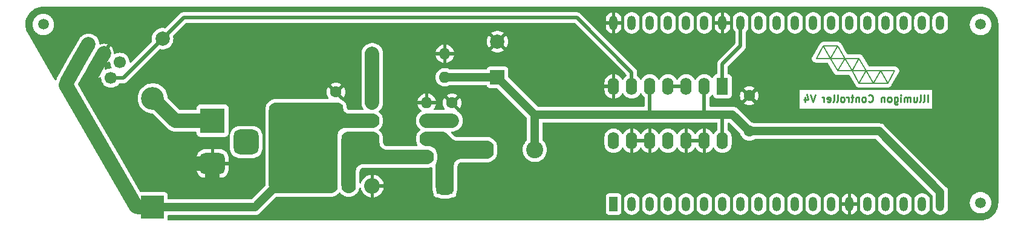
<source format=gbr>
G04 #@! TF.GenerationSoftware,KiCad,Pcbnew,8.0.3*
G04 #@! TF.CreationDate,2024-08-02T00:59:48+02:00*
G04 #@! TF.ProjectId,Controller,436f6e74-726f-46c6-9c65-722e6b696361,rev?*
G04 #@! TF.SameCoordinates,Original*
G04 #@! TF.FileFunction,Copper,L2,Bot*
G04 #@! TF.FilePolarity,Positive*
%FSLAX46Y46*%
G04 Gerber Fmt 4.6, Leading zero omitted, Abs format (unit mm)*
G04 Created by KiCad (PCBNEW 8.0.3) date 2024-08-02 00:59:48*
%MOMM*%
%LPD*%
G01*
G04 APERTURE LIST*
G04 Aperture macros list*
%AMRoundRect*
0 Rectangle with rounded corners*
0 $1 Rounding radius*
0 $2 $3 $4 $5 $6 $7 $8 $9 X,Y pos of 4 corners*
0 Add a 4 corners polygon primitive as box body*
4,1,4,$2,$3,$4,$5,$6,$7,$8,$9,$2,$3,0*
0 Add four circle primitives for the rounded corners*
1,1,$1+$1,$2,$3*
1,1,$1+$1,$4,$5*
1,1,$1+$1,$6,$7*
1,1,$1+$1,$8,$9*
0 Add four rect primitives between the rounded corners*
20,1,$1+$1,$2,$3,$4,$5,0*
20,1,$1+$1,$4,$5,$6,$7,0*
20,1,$1+$1,$6,$7,$8,$9,0*
20,1,$1+$1,$8,$9,$2,$3,0*%
%AMHorizOval*
0 Thick line with rounded ends*
0 $1 width*
0 $2 $3 position (X,Y) of the first rounded end (center of the circle)*
0 $4 $5 position (X,Y) of the second rounded end (center of the circle)*
0 Add line between two ends*
20,1,$1,$2,$3,$4,$5,0*
0 Add two circle primitives to create the rounded ends*
1,1,$1,$2,$3*
1,1,$1,$4,$5*%
%AMRotRect*
0 Rectangle, with rotation*
0 The origin of the aperture is its center*
0 $1 length*
0 $2 width*
0 $3 Rotation angle, in degrees counterclockwise*
0 Add horizontal line*
21,1,$1,$2,0,0,$3*%
G04 Aperture macros list end*
G04 #@! TA.AperFunction,NonConductor*
%ADD10C,0.200000*%
G04 #@! TD*
%ADD11C,0.250000*%
G04 #@! TA.AperFunction,NonConductor*
%ADD12C,0.250000*%
G04 #@! TD*
G04 #@! TA.AperFunction,ComponentPad*
%ADD13R,3.200000X3.200000*%
G04 #@! TD*
G04 #@! TA.AperFunction,ComponentPad*
%ADD14O,3.200000X3.200000*%
G04 #@! TD*
G04 #@! TA.AperFunction,ComponentPad*
%ADD15R,1.600000X2.400000*%
G04 #@! TD*
G04 #@! TA.AperFunction,ComponentPad*
%ADD16O,1.600000X2.400000*%
G04 #@! TD*
G04 #@! TA.AperFunction,ComponentPad*
%ADD17C,1.600000*%
G04 #@! TD*
G04 #@! TA.AperFunction,ComponentPad*
%ADD18O,1.600000X1.600000*%
G04 #@! TD*
G04 #@! TA.AperFunction,ComponentPad*
%ADD19R,2.200000X2.200000*%
G04 #@! TD*
G04 #@! TA.AperFunction,ComponentPad*
%ADD20O,2.200000X2.200000*%
G04 #@! TD*
G04 #@! TA.AperFunction,ComponentPad*
%ADD21R,2.000000X2.000000*%
G04 #@! TD*
G04 #@! TA.AperFunction,ComponentPad*
%ADD22C,2.000000*%
G04 #@! TD*
G04 #@! TA.AperFunction,ComponentPad*
%ADD23R,1.600000X1.600000*%
G04 #@! TD*
G04 #@! TA.AperFunction,ComponentPad*
%ADD24R,1.200000X2.000000*%
G04 #@! TD*
G04 #@! TA.AperFunction,ComponentPad*
%ADD25O,1.200000X2.000000*%
G04 #@! TD*
G04 #@! TA.AperFunction,ComponentPad*
%ADD26R,3.500000X3.500000*%
G04 #@! TD*
G04 #@! TA.AperFunction,ComponentPad*
%ADD27RoundRect,0.750000X1.000000X-0.750000X1.000000X0.750000X-1.000000X0.750000X-1.000000X-0.750000X0*%
G04 #@! TD*
G04 #@! TA.AperFunction,ComponentPad*
%ADD28RoundRect,0.875000X0.875000X-0.875000X0.875000X0.875000X-0.875000X0.875000X-0.875000X-0.875000X0*%
G04 #@! TD*
G04 #@! TA.AperFunction,ComponentPad*
%ADD29RotRect,1.700000X1.700000X60.000000*%
G04 #@! TD*
G04 #@! TA.AperFunction,ComponentPad*
%ADD30HorizOval,1.700000X0.000000X0.000000X0.000000X0.000000X0*%
G04 #@! TD*
G04 #@! TA.AperFunction,ComponentPad*
%ADD31C,2.400000*%
G04 #@! TD*
G04 #@! TA.AperFunction,SMDPad,CuDef*
%ADD32C,2.000000*%
G04 #@! TD*
G04 #@! TA.AperFunction,SMDPad,CuDef*
%ADD33C,1.500000*%
G04 #@! TD*
G04 #@! TA.AperFunction,Conductor*
%ADD34C,2.000000*%
G04 #@! TD*
G04 #@! TA.AperFunction,Conductor*
%ADD35C,1.200000*%
G04 #@! TD*
G04 #@! TA.AperFunction,Conductor*
%ADD36C,0.500000*%
G04 #@! TD*
G04 #@! TA.AperFunction,Conductor*
%ADD37C,0.300000*%
G04 #@! TD*
%ADD38C,0.350000*%
%ADD39O,3.000000X1.000000*%
%ADD40O,1.000000X3.000000*%
G04 APERTURE END LIST*
D10*
X228448404Y-106791156D02*
X227448407Y-105059101D01*
X220448406Y-103327050D02*
X222448406Y-103327053D01*
X218448406Y-103327050D02*
X220448406Y-103327050D01*
X224448403Y-106791158D02*
X223448406Y-105059102D01*
X223448406Y-105059102D02*
X222448406Y-103327053D01*
X225448405Y-105059106D02*
X224448407Y-103327053D01*
X221448405Y-105059105D02*
X220448406Y-103327050D01*
X218448406Y-103327050D02*
X219448408Y-101595000D01*
X220448406Y-103327050D02*
X221448408Y-101594999D01*
X222448405Y-103327054D02*
X221448408Y-101594999D01*
X225448406Y-105059102D02*
X227448407Y-105059101D01*
X226448403Y-106791156D02*
X228448404Y-106791156D01*
X224448403Y-106791158D02*
X225448405Y-105059106D01*
X222448405Y-103327054D02*
X224448407Y-103327053D01*
X226448403Y-106791156D02*
X227448405Y-105059106D01*
X220448406Y-103327050D02*
X219448409Y-101594998D01*
X223448406Y-105059102D02*
X224448407Y-103327053D01*
X223448406Y-105059102D02*
X225448406Y-105059102D01*
X221448405Y-105059105D02*
X223448406Y-105059102D01*
X227448405Y-105059106D02*
X229448403Y-105059106D01*
X228448404Y-106791156D02*
X229448403Y-105059106D01*
X219448408Y-101595000D02*
X221448408Y-101594999D01*
X226448403Y-106791156D02*
X225448406Y-105059102D01*
X221448405Y-105059105D02*
X222448405Y-103327054D01*
X224448403Y-106791158D02*
X226448403Y-106791156D01*
D11*
D12*
X234045838Y-109423721D02*
X234045838Y-108423721D01*
X233426791Y-109423721D02*
X233522029Y-109376102D01*
X233522029Y-109376102D02*
X233569648Y-109280863D01*
X233569648Y-109280863D02*
X233569648Y-108423721D01*
X232902981Y-109423721D02*
X232998219Y-109376102D01*
X232998219Y-109376102D02*
X233045838Y-109280863D01*
X233045838Y-109280863D02*
X233045838Y-108423721D01*
X232093457Y-108757054D02*
X232093457Y-109423721D01*
X232522028Y-108757054D02*
X232522028Y-109280863D01*
X232522028Y-109280863D02*
X232474409Y-109376102D01*
X232474409Y-109376102D02*
X232379171Y-109423721D01*
X232379171Y-109423721D02*
X232236314Y-109423721D01*
X232236314Y-109423721D02*
X232141076Y-109376102D01*
X232141076Y-109376102D02*
X232093457Y-109328482D01*
X231617266Y-109423721D02*
X231617266Y-108757054D01*
X231617266Y-108852292D02*
X231569647Y-108804673D01*
X231569647Y-108804673D02*
X231474409Y-108757054D01*
X231474409Y-108757054D02*
X231331552Y-108757054D01*
X231331552Y-108757054D02*
X231236314Y-108804673D01*
X231236314Y-108804673D02*
X231188695Y-108899911D01*
X231188695Y-108899911D02*
X231188695Y-109423721D01*
X231188695Y-108899911D02*
X231141076Y-108804673D01*
X231141076Y-108804673D02*
X231045838Y-108757054D01*
X231045838Y-108757054D02*
X230902981Y-108757054D01*
X230902981Y-108757054D02*
X230807742Y-108804673D01*
X230807742Y-108804673D02*
X230760123Y-108899911D01*
X230760123Y-108899911D02*
X230760123Y-109423721D01*
X230283933Y-109423721D02*
X230283933Y-108757054D01*
X230283933Y-108423721D02*
X230331552Y-108471340D01*
X230331552Y-108471340D02*
X230283933Y-108518959D01*
X230283933Y-108518959D02*
X230236314Y-108471340D01*
X230236314Y-108471340D02*
X230283933Y-108423721D01*
X230283933Y-108423721D02*
X230283933Y-108518959D01*
X229379172Y-108757054D02*
X229379172Y-109566578D01*
X229379172Y-109566578D02*
X229426791Y-109661816D01*
X229426791Y-109661816D02*
X229474410Y-109709435D01*
X229474410Y-109709435D02*
X229569648Y-109757054D01*
X229569648Y-109757054D02*
X229712505Y-109757054D01*
X229712505Y-109757054D02*
X229807743Y-109709435D01*
X229379172Y-109376102D02*
X229474410Y-109423721D01*
X229474410Y-109423721D02*
X229664886Y-109423721D01*
X229664886Y-109423721D02*
X229760124Y-109376102D01*
X229760124Y-109376102D02*
X229807743Y-109328482D01*
X229807743Y-109328482D02*
X229855362Y-109233244D01*
X229855362Y-109233244D02*
X229855362Y-108947530D01*
X229855362Y-108947530D02*
X229807743Y-108852292D01*
X229807743Y-108852292D02*
X229760124Y-108804673D01*
X229760124Y-108804673D02*
X229664886Y-108757054D01*
X229664886Y-108757054D02*
X229474410Y-108757054D01*
X229474410Y-108757054D02*
X229379172Y-108804673D01*
X228760124Y-109423721D02*
X228855362Y-109376102D01*
X228855362Y-109376102D02*
X228902981Y-109328482D01*
X228902981Y-109328482D02*
X228950600Y-109233244D01*
X228950600Y-109233244D02*
X228950600Y-108947530D01*
X228950600Y-108947530D02*
X228902981Y-108852292D01*
X228902981Y-108852292D02*
X228855362Y-108804673D01*
X228855362Y-108804673D02*
X228760124Y-108757054D01*
X228760124Y-108757054D02*
X228617267Y-108757054D01*
X228617267Y-108757054D02*
X228522029Y-108804673D01*
X228522029Y-108804673D02*
X228474410Y-108852292D01*
X228474410Y-108852292D02*
X228426791Y-108947530D01*
X228426791Y-108947530D02*
X228426791Y-109233244D01*
X228426791Y-109233244D02*
X228474410Y-109328482D01*
X228474410Y-109328482D02*
X228522029Y-109376102D01*
X228522029Y-109376102D02*
X228617267Y-109423721D01*
X228617267Y-109423721D02*
X228760124Y-109423721D01*
X227998219Y-108757054D02*
X227998219Y-109423721D01*
X227998219Y-108852292D02*
X227950600Y-108804673D01*
X227950600Y-108804673D02*
X227855362Y-108757054D01*
X227855362Y-108757054D02*
X227712505Y-108757054D01*
X227712505Y-108757054D02*
X227617267Y-108804673D01*
X227617267Y-108804673D02*
X227569648Y-108899911D01*
X227569648Y-108899911D02*
X227569648Y-109423721D01*
X225760124Y-109328482D02*
X225807743Y-109376102D01*
X225807743Y-109376102D02*
X225950600Y-109423721D01*
X225950600Y-109423721D02*
X226045838Y-109423721D01*
X226045838Y-109423721D02*
X226188695Y-109376102D01*
X226188695Y-109376102D02*
X226283933Y-109280863D01*
X226283933Y-109280863D02*
X226331552Y-109185625D01*
X226331552Y-109185625D02*
X226379171Y-108995149D01*
X226379171Y-108995149D02*
X226379171Y-108852292D01*
X226379171Y-108852292D02*
X226331552Y-108661816D01*
X226331552Y-108661816D02*
X226283933Y-108566578D01*
X226283933Y-108566578D02*
X226188695Y-108471340D01*
X226188695Y-108471340D02*
X226045838Y-108423721D01*
X226045838Y-108423721D02*
X225950600Y-108423721D01*
X225950600Y-108423721D02*
X225807743Y-108471340D01*
X225807743Y-108471340D02*
X225760124Y-108518959D01*
X225188695Y-109423721D02*
X225283933Y-109376102D01*
X225283933Y-109376102D02*
X225331552Y-109328482D01*
X225331552Y-109328482D02*
X225379171Y-109233244D01*
X225379171Y-109233244D02*
X225379171Y-108947530D01*
X225379171Y-108947530D02*
X225331552Y-108852292D01*
X225331552Y-108852292D02*
X225283933Y-108804673D01*
X225283933Y-108804673D02*
X225188695Y-108757054D01*
X225188695Y-108757054D02*
X225045838Y-108757054D01*
X225045838Y-108757054D02*
X224950600Y-108804673D01*
X224950600Y-108804673D02*
X224902981Y-108852292D01*
X224902981Y-108852292D02*
X224855362Y-108947530D01*
X224855362Y-108947530D02*
X224855362Y-109233244D01*
X224855362Y-109233244D02*
X224902981Y-109328482D01*
X224902981Y-109328482D02*
X224950600Y-109376102D01*
X224950600Y-109376102D02*
X225045838Y-109423721D01*
X225045838Y-109423721D02*
X225188695Y-109423721D01*
X224426790Y-108757054D02*
X224426790Y-109423721D01*
X224426790Y-108852292D02*
X224379171Y-108804673D01*
X224379171Y-108804673D02*
X224283933Y-108757054D01*
X224283933Y-108757054D02*
X224141076Y-108757054D01*
X224141076Y-108757054D02*
X224045838Y-108804673D01*
X224045838Y-108804673D02*
X223998219Y-108899911D01*
X223998219Y-108899911D02*
X223998219Y-109423721D01*
X223664885Y-108757054D02*
X223283933Y-108757054D01*
X223522028Y-108423721D02*
X223522028Y-109280863D01*
X223522028Y-109280863D02*
X223474409Y-109376102D01*
X223474409Y-109376102D02*
X223379171Y-109423721D01*
X223379171Y-109423721D02*
X223283933Y-109423721D01*
X222950599Y-109423721D02*
X222950599Y-108757054D01*
X222950599Y-108947530D02*
X222902980Y-108852292D01*
X222902980Y-108852292D02*
X222855361Y-108804673D01*
X222855361Y-108804673D02*
X222760123Y-108757054D01*
X222760123Y-108757054D02*
X222664885Y-108757054D01*
X222188694Y-109423721D02*
X222283932Y-109376102D01*
X222283932Y-109376102D02*
X222331551Y-109328482D01*
X222331551Y-109328482D02*
X222379170Y-109233244D01*
X222379170Y-109233244D02*
X222379170Y-108947530D01*
X222379170Y-108947530D02*
X222331551Y-108852292D01*
X222331551Y-108852292D02*
X222283932Y-108804673D01*
X222283932Y-108804673D02*
X222188694Y-108757054D01*
X222188694Y-108757054D02*
X222045837Y-108757054D01*
X222045837Y-108757054D02*
X221950599Y-108804673D01*
X221950599Y-108804673D02*
X221902980Y-108852292D01*
X221902980Y-108852292D02*
X221855361Y-108947530D01*
X221855361Y-108947530D02*
X221855361Y-109233244D01*
X221855361Y-109233244D02*
X221902980Y-109328482D01*
X221902980Y-109328482D02*
X221950599Y-109376102D01*
X221950599Y-109376102D02*
X222045837Y-109423721D01*
X222045837Y-109423721D02*
X222188694Y-109423721D01*
X221283932Y-109423721D02*
X221379170Y-109376102D01*
X221379170Y-109376102D02*
X221426789Y-109280863D01*
X221426789Y-109280863D02*
X221426789Y-108423721D01*
X220760122Y-109423721D02*
X220855360Y-109376102D01*
X220855360Y-109376102D02*
X220902979Y-109280863D01*
X220902979Y-109280863D02*
X220902979Y-108423721D01*
X219998217Y-109376102D02*
X220093455Y-109423721D01*
X220093455Y-109423721D02*
X220283931Y-109423721D01*
X220283931Y-109423721D02*
X220379169Y-109376102D01*
X220379169Y-109376102D02*
X220426788Y-109280863D01*
X220426788Y-109280863D02*
X220426788Y-108899911D01*
X220426788Y-108899911D02*
X220379169Y-108804673D01*
X220379169Y-108804673D02*
X220283931Y-108757054D01*
X220283931Y-108757054D02*
X220093455Y-108757054D01*
X220093455Y-108757054D02*
X219998217Y-108804673D01*
X219998217Y-108804673D02*
X219950598Y-108899911D01*
X219950598Y-108899911D02*
X219950598Y-108995149D01*
X219950598Y-108995149D02*
X220426788Y-109090387D01*
X219522026Y-109423721D02*
X219522026Y-108757054D01*
X219522026Y-108947530D02*
X219474407Y-108852292D01*
X219474407Y-108852292D02*
X219426788Y-108804673D01*
X219426788Y-108804673D02*
X219331550Y-108757054D01*
X219331550Y-108757054D02*
X219236312Y-108757054D01*
X218283930Y-108423721D02*
X217950597Y-109423721D01*
X217950597Y-109423721D02*
X217617264Y-108423721D01*
X216855359Y-108757054D02*
X216855359Y-109423721D01*
X217093454Y-108376102D02*
X217331549Y-109090387D01*
X217331549Y-109090387D02*
X216712502Y-109090387D01*
D13*
G04 #@! TO.P,D2,1,K*
G04 #@! TO.N,+12V*
X125566408Y-124163099D03*
D14*
G04 #@! TO.P,D2,2,A*
G04 #@! TO.N,Net-(D2-A)*
X125566408Y-108923099D03*
G04 #@! TD*
D15*
G04 #@! TO.P,U1,1*
G04 #@! TO.N,ESP_3V3_DATA*
X205322408Y-107243101D03*
D16*
G04 #@! TO.P,U1,2*
G04 #@! TO.N,+5V*
X202782408Y-107243101D03*
G04 #@! TO.P,U1,3*
G04 #@! TO.N,Net-(U1-Pad3)*
X200242408Y-107243101D03*
G04 #@! TO.P,U1,4*
X197702408Y-107243101D03*
G04 #@! TO.P,U1,5*
G04 #@! TO.N,+5V*
X195162408Y-107243101D03*
G04 #@! TO.P,U1,6*
G04 #@! TO.N,ESP_5V_DATA*
X192622408Y-107243101D03*
G04 #@! TO.P,U1,7,GND*
G04 #@! TO.N,GND*
X190082408Y-107243101D03*
G04 #@! TO.P,U1,8*
G04 #@! TO.N,unconnected-(U1-Pad8)*
X190082408Y-114863101D03*
G04 #@! TO.P,U1,9*
G04 #@! TO.N,GND*
X192622407Y-114863101D03*
G04 #@! TO.P,U1,10*
X195162408Y-114863101D03*
G04 #@! TO.P,U1,11*
G04 #@! TO.N,unconnected-(U1-Pad11)*
X197702407Y-114863101D03*
G04 #@! TO.P,U1,12*
G04 #@! TO.N,GND*
X200242408Y-114863101D03*
G04 #@! TO.P,U1,13*
X202782407Y-114863101D03*
G04 #@! TO.P,U1,14,VCC*
G04 #@! TO.N,+5V*
X205322408Y-114863101D03*
G04 #@! TD*
D17*
G04 #@! TO.P,R3,1*
G04 #@! TO.N,Net-(U2-DC)*
X152998408Y-121203100D03*
D18*
G04 #@! TO.P,R3,2*
G04 #@! TO.N,+12V*
X142838408Y-121203100D03*
G04 #@! TD*
D17*
G04 #@! TO.P,R5,1*
G04 #@! TO.N,Net-(U2-Vfb)*
X156300408Y-102661101D03*
D18*
G04 #@! TO.P,R5,2*
G04 #@! TO.N,GND*
X166460408Y-102661101D03*
G04 #@! TD*
D19*
G04 #@! TO.P,D1,1,K*
G04 #@! TO.N,Net-(D1-K)*
X166460405Y-121203101D03*
D20*
G04 #@! TO.P,D1,2,A*
G04 #@! TO.N,GND*
X156300405Y-121203101D03*
G04 #@! TD*
D21*
G04 #@! TO.P,C4,1*
G04 #@! TO.N,+5V*
X173826408Y-105963099D03*
D22*
G04 #@! TO.P,C4,2*
G04 #@! TO.N,GND*
X173826408Y-100963099D03*
G04 #@! TD*
D17*
G04 #@! TO.P,R1,1*
G04 #@! TO.N,Net-(U2-DC)*
X152998410Y-114599100D03*
D18*
G04 #@! TO.P,R1,2*
G04 #@! TO.N,+12V*
X142838410Y-114599100D03*
G04 #@! TD*
D23*
G04 #@! TO.P,C1,1*
G04 #@! TO.N,+12V*
X151220408Y-110535101D03*
D17*
G04 #@! TO.P,C1,2*
G04 #@! TO.N,GND*
X151220408Y-108035101D03*
G04 #@! TD*
G04 #@! TO.P,R2,1*
G04 #@! TO.N,Net-(U2-DC)*
X152998407Y-117901100D03*
D18*
G04 #@! TO.P,R2,2*
G04 #@! TO.N,+12V*
X142838407Y-117901100D03*
G04 #@! TD*
D24*
G04 #@! TO.P,U3,1,3V3*
G04 #@! TO.N,unconnected-(U3-3V3-Pad1)*
X190082407Y-123743101D03*
D25*
G04 #@! TO.P,U3,2,CHIP_PU*
G04 #@! TO.N,unconnected-(U3-CHIP_PU-Pad2)*
X192622407Y-123743101D03*
G04 #@! TO.P,U3,3,SENSOR_VP/GPIO36/ADC1_CH0*
G04 #@! TO.N,unconnected-(U3-SENSOR_VP{slash}GPIO36{slash}ADC1_CH0-Pad3)*
X195162407Y-123743101D03*
G04 #@! TO.P,U3,4,SENSOR_VN/GPIO39/ADC1_CH3*
G04 #@! TO.N,unconnected-(U3-SENSOR_VN{slash}GPIO39{slash}ADC1_CH3-Pad4)*
X197702407Y-123743101D03*
G04 #@! TO.P,U3,5,VDET_1/GPIO34/ADC1_CH6*
G04 #@! TO.N,unconnected-(U3-VDET_1{slash}GPIO34{slash}ADC1_CH6-Pad5)*
X200242407Y-123743101D03*
G04 #@! TO.P,U3,6,VDET_2/GPIO35/ADC1_CH7*
G04 #@! TO.N,unconnected-(U3-VDET_2{slash}GPIO35{slash}ADC1_CH7-Pad6)*
X202782407Y-123743101D03*
G04 #@! TO.P,U3,7,32K_XP/GPIO32/ADC1_CH4*
G04 #@! TO.N,unconnected-(U3-32K_XP{slash}GPIO32{slash}ADC1_CH4-Pad7)*
X205322407Y-123743101D03*
G04 #@! TO.P,U3,8,32K_XN/GPIO33/ADC1_CH5*
G04 #@! TO.N,unconnected-(U3-32K_XN{slash}GPIO33{slash}ADC1_CH5-Pad8)*
X207862407Y-123743101D03*
G04 #@! TO.P,U3,9,DAC_1/ADC2_CH8/GPIO25*
G04 #@! TO.N,unconnected-(U3-DAC_1{slash}ADC2_CH8{slash}GPIO25-Pad9)*
X210402407Y-123743101D03*
G04 #@! TO.P,U3,10,DAC_2/ADC2_CH9/GPIO26*
G04 #@! TO.N,unconnected-(U3-DAC_2{slash}ADC2_CH9{slash}GPIO26-Pad10)*
X212942407Y-123743101D03*
G04 #@! TO.P,U3,11,ADC2_CH7/GPIO27*
G04 #@! TO.N,unconnected-(U3-ADC2_CH7{slash}GPIO27-Pad11)*
X215482407Y-123743101D03*
G04 #@! TO.P,U3,12,MTMS/GPIO14/ADC2_CH6*
G04 #@! TO.N,unconnected-(U3-MTMS{slash}GPIO14{slash}ADC2_CH6-Pad12)*
X218022407Y-123743101D03*
G04 #@! TO.P,U3,13,MTDI/GPIO12/ADC2_CH5*
G04 #@! TO.N,unconnected-(U3-MTDI{slash}GPIO12{slash}ADC2_CH5-Pad13)*
X220562407Y-123743101D03*
G04 #@! TO.P,U3,14,GND*
G04 #@! TO.N,GND*
X223102407Y-123743101D03*
G04 #@! TO.P,U3,15,MTCK/GPIO13/ADC2_CH4*
G04 #@! TO.N,unconnected-(U3-MTCK{slash}GPIO13{slash}ADC2_CH4-Pad15)*
X225642407Y-123743101D03*
G04 #@! TO.P,U3,16,SD_DATA2/GPIO9*
G04 #@! TO.N,unconnected-(U3-SD_DATA2{slash}GPIO9-Pad16)*
X228182407Y-123743101D03*
G04 #@! TO.P,U3,17,SD_DATA3/GPIO10*
G04 #@! TO.N,unconnected-(U3-SD_DATA3{slash}GPIO10-Pad17)*
X230722407Y-123743101D03*
G04 #@! TO.P,U3,18,CMD*
G04 #@! TO.N,unconnected-(U3-CMD-Pad18)*
X233262407Y-123743101D03*
G04 #@! TO.P,U3,19,5V*
G04 #@! TO.N,+5V*
X235802407Y-123743101D03*
G04 #@! TO.P,U3,20,SD_CLK/GPIO6*
G04 #@! TO.N,unconnected-(U3-SD_CLK{slash}GPIO6-Pad20)*
X235799687Y-98346781D03*
G04 #@! TO.P,U3,21,SD_DATA0/GPIO7*
G04 #@! TO.N,unconnected-(U3-SD_DATA0{slash}GPIO7-Pad21)*
X233259687Y-98346781D03*
G04 #@! TO.P,U3,22,SD_DATA1/GPIO8*
G04 #@! TO.N,unconnected-(U3-SD_DATA1{slash}GPIO8-Pad22)*
X230722407Y-98343101D03*
G04 #@! TO.P,U3,23,MTDO/GPIO15/ADC2_CH3*
G04 #@! TO.N,unconnected-(U3-MTDO{slash}GPIO15{slash}ADC2_CH3-Pad23)*
X228182407Y-98343101D03*
G04 #@! TO.P,U3,24,ADC2_CH2/GPIO2*
G04 #@! TO.N,unconnected-(U3-ADC2_CH2{slash}GPIO2-Pad24)*
X225642407Y-98343101D03*
G04 #@! TO.P,U3,25,GPIO0/BOOT/ADC2_CH1*
G04 #@! TO.N,unconnected-(U3-GPIO0{slash}BOOT{slash}ADC2_CH1-Pad25)*
X223102407Y-98343101D03*
G04 #@! TO.P,U3,26,ADC2_CH0/GPIO4*
G04 #@! TO.N,unconnected-(U3-ADC2_CH0{slash}GPIO4-Pad26)*
X220562407Y-98343101D03*
G04 #@! TO.P,U3,27,GPIO16*
G04 #@! TO.N,unconnected-(U3-GPIO16-Pad27)*
X218022407Y-98343101D03*
G04 #@! TO.P,U3,28,GPIO17*
G04 #@! TO.N,unconnected-(U3-GPIO17-Pad28)*
X215482407Y-98343101D03*
G04 #@! TO.P,U3,29,GPIO5*
G04 #@! TO.N,unconnected-(U3-GPIO5-Pad29)*
X212942407Y-98343101D03*
G04 #@! TO.P,U3,30,GPIO18*
G04 #@! TO.N,unconnected-(U3-GPIO18-Pad30)*
X210402407Y-98343101D03*
G04 #@! TO.P,U3,31,GPIO19*
G04 #@! TO.N,ESP_3V3_DATA*
X207862407Y-98343101D03*
G04 #@! TO.P,U3,32,GND*
G04 #@! TO.N,GND*
X205322407Y-98343101D03*
G04 #@! TO.P,U3,33,GPIO21*
G04 #@! TO.N,unconnected-(U3-GPIO21-Pad33)*
X202782407Y-98343101D03*
G04 #@! TO.P,U3,34,U0RXD/GPIO3*
G04 #@! TO.N,unconnected-(U3-U0RXD{slash}GPIO3-Pad34)*
X200242407Y-98343101D03*
G04 #@! TO.P,U3,35,U0TXD/GPIO1*
G04 #@! TO.N,unconnected-(U3-U0TXD{slash}GPIO1-Pad35)*
X197702407Y-98343101D03*
G04 #@! TO.P,U3,36,GPIO22*
G04 #@! TO.N,unconnected-(U3-GPIO22-Pad36)*
X195162407Y-98343101D03*
G04 #@! TO.P,U3,37,GPIO23*
G04 #@! TO.N,unconnected-(U3-GPIO23-Pad37)*
X192622408Y-98343101D03*
G04 #@! TO.P,U3,38,GND*
G04 #@! TO.N,GND*
X190082407Y-98343101D03*
G04 #@! TD*
D26*
G04 #@! TO.P,J1,1*
G04 #@! TO.N,Net-(D2-A)*
X133948406Y-112059103D03*
D27*
G04 #@! TO.P,J1,2*
G04 #@! TO.N,GND*
X133948406Y-118059103D03*
D28*
G04 #@! TO.P,J1,3*
G04 #@! TO.N,unconnected-(J1-Pad3)*
X138648406Y-115059103D03*
G04 #@! TD*
D17*
G04 #@! TO.P,C3,1*
G04 #@! TO.N,+5V*
X209082404Y-113543101D03*
G04 #@! TO.P,C3,2*
G04 #@! TO.N,GND*
X209082404Y-108543101D03*
G04 #@! TD*
D29*
G04 #@! TO.P,J3,1,Pin_1*
G04 #@! TO.N,+12V*
X115316000Y-103545705D03*
D30*
G04 #@! TO.P,J3,2,Pin_2*
X116586000Y-101346000D03*
G04 #@! TO.P,J3,3,Pin_3*
G04 #@! TO.N,GND*
X117515705Y-104815705D03*
G04 #@! TO.P,J3,4,Pin_4*
X118785705Y-102616000D03*
G04 #@! TO.P,J3,5,Pin_5*
G04 #@! TO.N,ESP_5V_DATA*
X119715409Y-106085705D03*
G04 #@! TO.P,J3,6,Pin_6*
G04 #@! TO.N,unconnected-(J3-Pin_6-Pad6)*
X120985409Y-103886000D03*
G04 #@! TD*
D17*
G04 #@! TO.P,R4,1*
G04 #@! TO.N,Net-(U2-Vfb)*
X156300409Y-105963100D03*
D18*
G04 #@! TO.P,R4,2*
G04 #@! TO.N,+5V*
X166460409Y-105963100D03*
G04 #@! TD*
D23*
G04 #@! TO.P,U2,1,SwC*
G04 #@! TO.N,Net-(U2-DC)*
X163920407Y-117139101D03*
D18*
G04 #@! TO.P,U2,2,SwE*
G04 #@! TO.N,Net-(D1-K)*
X163920407Y-114599101D03*
G04 #@! TO.P,U2,3,TC*
G04 #@! TO.N,Net-(U2-TC)*
X163920407Y-112059101D03*
G04 #@! TO.P,U2,4,GND*
G04 #@! TO.N,GND*
X163920407Y-109519101D03*
G04 #@! TO.P,U2,5,Vfb*
G04 #@! TO.N,Net-(U2-Vfb)*
X156300407Y-109519100D03*
G04 #@! TO.P,U2,6,Vin*
G04 #@! TO.N,+12V*
X156300407Y-112059101D03*
G04 #@! TO.P,U2,7,Ipk*
G04 #@! TO.N,Net-(U2-DC)*
X156300407Y-114599100D03*
G04 #@! TO.P,U2,8,DC*
X156300407Y-117139101D03*
G04 #@! TD*
D17*
G04 #@! TO.P,C2,1*
G04 #@! TO.N,Net-(U2-TC)*
X167476407Y-112059102D03*
G04 #@! TO.P,C2,2*
G04 #@! TO.N,GND*
X167476407Y-109559102D03*
G04 #@! TD*
D31*
G04 #@! TO.P,L1,1,1*
G04 #@! TO.N,Net-(D1-K)*
X172048408Y-116123101D03*
G04 #@! TO.P,L1,2,2*
G04 #@! TO.N,+5V*
X179048408Y-116123101D03*
G04 #@! TD*
D32*
G04 #@! TO.P,TP1,1,1*
G04 #@! TO.N,ESP_5V_DATA*
X126948407Y-100559102D03*
G04 #@! TD*
D33*
G04 #@! TO.P,FID3,*
G04 #@! TO.N,*
X241448403Y-98559103D03*
G04 #@! TD*
G04 #@! TO.P,FID1,*
G04 #@! TO.N,*
X110246670Y-98559067D03*
G04 #@! TD*
G04 #@! TO.P,FID2,*
G04 #@! TO.N,*
X241448403Y-123559103D03*
G04 #@! TD*
D34*
G04 #@! TO.N,+12V*
X113432126Y-107076421D02*
X113566000Y-106576794D01*
X123566408Y-124163099D02*
X123247842Y-124077740D01*
D35*
X139878407Y-124163099D02*
X142838405Y-121203101D01*
X125566408Y-124163099D02*
X139878407Y-124163099D01*
D34*
X125566408Y-124163099D02*
X123566408Y-124163099D01*
X115315998Y-103545706D02*
X116586000Y-101346000D01*
X123247842Y-124077740D02*
X113432126Y-107076421D01*
X113566000Y-106576794D02*
X115316000Y-103545705D01*
G04 #@! TO.N,GND*
X117515702Y-104815707D02*
X118785704Y-102616003D01*
X133948406Y-118059102D02*
X131448407Y-118059102D01*
X117515705Y-104815707D02*
X116515705Y-106547758D01*
X133948406Y-118059102D02*
X133948407Y-120559101D01*
D35*
G04 #@! TO.N,+5V*
X206724406Y-111185102D02*
X205322408Y-111185101D01*
X209082404Y-113543101D02*
X206724406Y-111185102D01*
X179048408Y-116123100D02*
X179048408Y-111185102D01*
X179048408Y-111185102D02*
X173826408Y-105963099D01*
D36*
X202782407Y-107243101D02*
X202782406Y-111185103D01*
X195162406Y-107243104D02*
X195162406Y-111185101D01*
D35*
X235802407Y-122063101D02*
X235802406Y-123743103D01*
X202782406Y-111185103D02*
X195162406Y-111185101D01*
X205322408Y-111185101D02*
X202782406Y-111185103D01*
X227282408Y-113543101D02*
X235802407Y-122063101D01*
X195162406Y-111185101D02*
X179048408Y-111185102D01*
X209082404Y-113543101D02*
X227282408Y-113543101D01*
X166460408Y-105963099D02*
X173826408Y-105963099D01*
D36*
X205322409Y-114863101D02*
X205322408Y-111185101D01*
D34*
G04 #@! TO.N,Net-(U2-TC)*
X167476407Y-112059102D02*
X163920406Y-112059101D01*
D36*
G04 #@! TO.N,ESP_3V3_DATA*
X207862409Y-101563102D02*
X205322407Y-104103102D01*
X205322407Y-104103102D02*
X205322408Y-107243101D01*
X207862407Y-98343101D02*
X207862409Y-101563102D01*
G04 #@! TO.N,ESP_5V_DATA*
X130900406Y-97591103D02*
X129916406Y-97591103D01*
X184942408Y-97591103D02*
X130900406Y-97591103D01*
X192622408Y-105271103D02*
X184942408Y-97591103D01*
X192622408Y-107243101D02*
X192622408Y-105271103D01*
X129916406Y-97591103D02*
X121421804Y-106085705D01*
X121421804Y-106085705D02*
X119715409Y-106085705D01*
X133980408Y-97591103D02*
X130900406Y-97591103D01*
D34*
G04 #@! TO.N,Net-(U2-Vfb)*
X156300409Y-105963100D02*
X156300405Y-109519104D01*
X156300408Y-102661101D02*
X156300409Y-105963100D01*
G04 #@! TO.N,Net-(D2-A)*
X133948406Y-112059103D02*
X128702408Y-112059101D01*
X128702408Y-112059101D02*
X125566406Y-108923102D01*
D36*
G04 #@! TO.N,Net-(U1-Pad3)*
X200242408Y-107243101D02*
X197702408Y-107243100D01*
D37*
X197702408Y-107243100D02*
X197702407Y-107243101D01*
G04 #@! TD*
G04 #@! TA.AperFunction,Conductor*
G04 #@! TO.N,GND*
G36*
X241357846Y-96059603D02*
G01*
X241382509Y-96059603D01*
X241444650Y-96059603D01*
X241452137Y-96059829D01*
X241484312Y-96061775D01*
X241742197Y-96077374D01*
X241757058Y-96079178D01*
X242028983Y-96129011D01*
X242039198Y-96130883D01*
X242053735Y-96134466D01*
X242327581Y-96219801D01*
X242341563Y-96225103D01*
X242603134Y-96342827D01*
X242616388Y-96349783D01*
X242861864Y-96498178D01*
X242874175Y-96506676D01*
X243099972Y-96683577D01*
X243111180Y-96693507D01*
X243313995Y-96896321D01*
X243323925Y-96907529D01*
X243339108Y-96926909D01*
X243493007Y-97123347D01*
X243500821Y-97133320D01*
X243509325Y-97145640D01*
X243530263Y-97180276D01*
X243657714Y-97391107D01*
X243664673Y-97404366D01*
X243782395Y-97665934D01*
X243787704Y-97679935D01*
X243873034Y-97953768D01*
X243876618Y-97968307D01*
X243928320Y-98250441D01*
X243930125Y-98265305D01*
X243937311Y-98384098D01*
X243944452Y-98502153D01*
X243947677Y-98555457D01*
X243947903Y-98562944D01*
X243947903Y-123555352D01*
X243947677Y-123562840D01*
X243930130Y-123852899D01*
X243928325Y-123867762D01*
X243876623Y-124149895D01*
X243873039Y-124164435D01*
X243787707Y-124438272D01*
X243782398Y-124452272D01*
X243664677Y-124713838D01*
X243657718Y-124727097D01*
X243509331Y-124972560D01*
X243500825Y-124984883D01*
X243323928Y-125210674D01*
X243313998Y-125221882D01*
X243111184Y-125424697D01*
X243099976Y-125434627D01*
X242874185Y-125611523D01*
X242861862Y-125620029D01*
X242616399Y-125768418D01*
X242603140Y-125775377D01*
X242341574Y-125893098D01*
X242327574Y-125898407D01*
X242053739Y-125983738D01*
X242039200Y-125987322D01*
X241757065Y-126039025D01*
X241742200Y-126040830D01*
X241452158Y-126058375D01*
X241444671Y-126058601D01*
X127768966Y-126058601D01*
X127701927Y-126038916D01*
X127656172Y-125986112D01*
X127646228Y-125916954D01*
X127652784Y-125891269D01*
X127660498Y-125870584D01*
X127660499Y-125870582D01*
X127666908Y-125810972D01*
X127666908Y-125387599D01*
X127686593Y-125320560D01*
X127739397Y-125274805D01*
X127790908Y-125263599D01*
X139965017Y-125263599D01*
X139965018Y-125263599D01*
X140136108Y-125236501D01*
X140300852Y-125182972D01*
X140455195Y-125104331D01*
X140595335Y-125002513D01*
X142836928Y-122760920D01*
X142898251Y-122727435D01*
X142924609Y-122724601D01*
X143943414Y-122724601D01*
X146648407Y-122724602D01*
X150468314Y-122724603D01*
X150493114Y-122723994D01*
X150505268Y-122723397D01*
X150530014Y-122721572D01*
X150706887Y-122704152D01*
X150755950Y-122696875D01*
X150779792Y-122692133D01*
X150827923Y-122680077D01*
X150992146Y-122630260D01*
X151038863Y-122613544D01*
X151061321Y-122604241D01*
X151106156Y-122583035D01*
X151179921Y-122543606D01*
X151257459Y-122502162D01*
X151257473Y-122502153D01*
X151257497Y-122502141D01*
X151300047Y-122476637D01*
X151320257Y-122463133D01*
X151360098Y-122433585D01*
X151492756Y-122324717D01*
X151529515Y-122291400D01*
X151546704Y-122274211D01*
X151580019Y-122237455D01*
X151632556Y-122173438D01*
X151690300Y-122134104D01*
X151760145Y-122132233D01*
X151819913Y-122168419D01*
X151824255Y-122173430D01*
X151870583Y-122229880D01*
X151876803Y-122237459D01*
X151910111Y-122274208D01*
X151927297Y-122291394D01*
X151959700Y-122320763D01*
X151964054Y-122324709D01*
X152008244Y-122360975D01*
X152095044Y-122432211D01*
X152096709Y-122433577D01*
X152136559Y-122463131D01*
X152156771Y-122476636D01*
X152156773Y-122476637D01*
X152156782Y-122476643D01*
X152166758Y-122482622D01*
X152197036Y-122500770D01*
X152199314Y-122502135D01*
X152199322Y-122502140D01*
X152347978Y-122581598D01*
X152350659Y-122583031D01*
X152395486Y-122604234D01*
X152417943Y-122613537D01*
X152417952Y-122613540D01*
X152417954Y-122613541D01*
X152425043Y-122616077D01*
X152464668Y-122630256D01*
X152628893Y-122680073D01*
X152677015Y-122692127D01*
X152700855Y-122696869D01*
X152749926Y-122704148D01*
X152749949Y-122704150D01*
X152749955Y-122704151D01*
X152806674Y-122709737D01*
X152926801Y-122721568D01*
X152951547Y-122723393D01*
X152963701Y-122723990D01*
X152988501Y-122724599D01*
X152988518Y-122724599D01*
X153008299Y-122724599D01*
X153008316Y-122724599D01*
X153033116Y-122723990D01*
X153045270Y-122723393D01*
X153070017Y-122721568D01*
X153246888Y-122704148D01*
X153295950Y-122696871D01*
X153319792Y-122692129D01*
X153367923Y-122680073D01*
X153532146Y-122630256D01*
X153578863Y-122613540D01*
X153601321Y-122604237D01*
X153646156Y-122583031D01*
X153719921Y-122543602D01*
X153797459Y-122502158D01*
X153797476Y-122502148D01*
X153797497Y-122502137D01*
X153840047Y-122476633D01*
X153860257Y-122463129D01*
X153900098Y-122433581D01*
X154032756Y-122324713D01*
X154069515Y-122291396D01*
X154086704Y-122274207D01*
X154120019Y-122237451D01*
X154228886Y-122104796D01*
X154258439Y-122064947D01*
X154271944Y-122044735D01*
X154297445Y-122002189D01*
X154378339Y-121850847D01*
X154399545Y-121806013D01*
X154408848Y-121783555D01*
X154425565Y-121736836D01*
X154475381Y-121572613D01*
X154487435Y-121524488D01*
X154488035Y-121521470D01*
X154520410Y-121459558D01*
X154581121Y-121424975D01*
X154650891Y-121428704D01*
X154707569Y-121469562D01*
X154730229Y-121516700D01*
X154774008Y-121699057D01*
X154870385Y-121931732D01*
X155001973Y-122146463D01*
X155001976Y-122146468D01*
X155165535Y-122337970D01*
X155357037Y-122501529D01*
X155357042Y-122501532D01*
X155571773Y-122633120D01*
X155804448Y-122729497D01*
X156049337Y-122788289D01*
X156050404Y-122788372D01*
X156050405Y-122788372D01*
X156050405Y-121693848D01*
X156088113Y-121715619D01*
X156227996Y-121753101D01*
X156372814Y-121753101D01*
X156512697Y-121715619D01*
X156550405Y-121693848D01*
X156550405Y-122788372D01*
X156551472Y-122788289D01*
X156796361Y-122729497D01*
X157029036Y-122633120D01*
X157243767Y-122501532D01*
X157243772Y-122501529D01*
X157435274Y-122337970D01*
X157598833Y-122146468D01*
X157598836Y-122146463D01*
X157730424Y-121931732D01*
X157826801Y-121699057D01*
X157885593Y-121454168D01*
X157885677Y-121453101D01*
X156791153Y-121453101D01*
X156812923Y-121415393D01*
X156850405Y-121275510D01*
X156850405Y-121130692D01*
X156812923Y-120990809D01*
X156791153Y-120953101D01*
X157885676Y-120953101D01*
X157885676Y-120953100D01*
X157885593Y-120952033D01*
X157826801Y-120707144D01*
X157730424Y-120474469D01*
X157598836Y-120259738D01*
X157598833Y-120259733D01*
X157435274Y-120068231D01*
X157243772Y-119904672D01*
X157243767Y-119904669D01*
X157029036Y-119773081D01*
X156796361Y-119676704D01*
X156551469Y-119617912D01*
X156550405Y-119617827D01*
X156550405Y-120712353D01*
X156512697Y-120690583D01*
X156372814Y-120653101D01*
X156227996Y-120653101D01*
X156088113Y-120690583D01*
X156050405Y-120712353D01*
X156050405Y-119617827D01*
X156049340Y-119617912D01*
X155804448Y-119676704D01*
X155571773Y-119773081D01*
X155357042Y-119904669D01*
X155357037Y-119904672D01*
X155165535Y-120068231D01*
X155001976Y-120259733D01*
X155001973Y-120259738D01*
X154870385Y-120474469D01*
X154774008Y-120707144D01*
X154764481Y-120746830D01*
X154729690Y-120807422D01*
X154667664Y-120839586D01*
X154598095Y-120833110D01*
X154543071Y-120790050D01*
X154520062Y-120724078D01*
X154519907Y-120717883D01*
X154519907Y-119186031D01*
X154520504Y-119173878D01*
X154530610Y-119071261D01*
X154535353Y-119047418D01*
X154556265Y-118978482D01*
X154565567Y-118956025D01*
X154599522Y-118892499D01*
X154613023Y-118872292D01*
X154658727Y-118816601D01*
X154675906Y-118799422D01*
X154731593Y-118753720D01*
X154751797Y-118740220D01*
X154815338Y-118706257D01*
X154837785Y-118696960D01*
X154906729Y-118676046D01*
X154930556Y-118671305D01*
X155033201Y-118661195D01*
X155045314Y-118660600D01*
X159483733Y-118660600D01*
X163930315Y-118660600D01*
X163955115Y-118659991D01*
X163967269Y-118659394D01*
X163992018Y-118657569D01*
X164168891Y-118640148D01*
X164217955Y-118632870D01*
X164241796Y-118628128D01*
X164289921Y-118616074D01*
X164454144Y-118566258D01*
X164500863Y-118549541D01*
X164513447Y-118544327D01*
X164582916Y-118536855D01*
X164645397Y-118568126D01*
X164681053Y-118628212D01*
X164684907Y-118658886D01*
X164684907Y-121467047D01*
X164685517Y-121491862D01*
X164686112Y-121503956D01*
X164687937Y-121528695D01*
X164705358Y-121705574D01*
X164705360Y-121705594D01*
X164712635Y-121754641D01*
X164712636Y-121754645D01*
X164717375Y-121778473D01*
X164724270Y-121806002D01*
X164729433Y-121826612D01*
X164779251Y-121990845D01*
X164795967Y-122037559D01*
X164795972Y-122037571D01*
X164805259Y-122059988D01*
X164805265Y-122060003D01*
X164826466Y-122104830D01*
X164826474Y-122104846D01*
X164845264Y-122140000D01*
X164859905Y-122198451D01*
X164859905Y-122350970D01*
X164859906Y-122350977D01*
X164866313Y-122410584D01*
X164916607Y-122545429D01*
X164916611Y-122545436D01*
X165002857Y-122660645D01*
X165002860Y-122660648D01*
X165118069Y-122746894D01*
X165118076Y-122746898D01*
X165155672Y-122760920D01*
X165252922Y-122797192D01*
X165312532Y-122803601D01*
X165465051Y-122803600D01*
X165523505Y-122818241D01*
X165558660Y-122837033D01*
X165603498Y-122858240D01*
X165625954Y-122867542D01*
X165672671Y-122884258D01*
X165836895Y-122934074D01*
X165885019Y-122946128D01*
X165908860Y-122950870D01*
X165957924Y-122958148D01*
X166134798Y-122975569D01*
X166159547Y-122977394D01*
X166171701Y-122977991D01*
X166196501Y-122978600D01*
X166196518Y-122978600D01*
X166724297Y-122978600D01*
X166724314Y-122978600D01*
X166749114Y-122977991D01*
X166761268Y-122977394D01*
X166786017Y-122975569D01*
X166962890Y-122958148D01*
X167011954Y-122950870D01*
X167035795Y-122946128D01*
X167083919Y-122934074D01*
X167248143Y-122884258D01*
X167294856Y-122867544D01*
X167317315Y-122858241D01*
X167362157Y-122837032D01*
X167379377Y-122827827D01*
X167397311Y-122818242D01*
X167455764Y-122803600D01*
X167608276Y-122803600D01*
X167608277Y-122803600D01*
X167667888Y-122797192D01*
X167802736Y-122746897D01*
X167871746Y-122695236D01*
X188981907Y-122695236D01*
X188981907Y-124790971D01*
X188981908Y-124790977D01*
X188988315Y-124850584D01*
X189038609Y-124985429D01*
X189038613Y-124985436D01*
X189124859Y-125100645D01*
X189124862Y-125100648D01*
X189240071Y-125186894D01*
X189240078Y-125186898D01*
X189374924Y-125237192D01*
X189374923Y-125237192D01*
X189381851Y-125237936D01*
X189434534Y-125243601D01*
X190730279Y-125243600D01*
X190789890Y-125237192D01*
X190924738Y-125186897D01*
X191039953Y-125100647D01*
X191126203Y-124985432D01*
X191176498Y-124850584D01*
X191182907Y-124790974D01*
X191182906Y-123256490D01*
X191521907Y-123256490D01*
X191521907Y-124229711D01*
X191534976Y-124312230D01*
X191549005Y-124400802D01*
X191602534Y-124565546D01*
X191681175Y-124719889D01*
X191782993Y-124860029D01*
X191905479Y-124982515D01*
X192045619Y-125084333D01*
X192199962Y-125162974D01*
X192364706Y-125216503D01*
X192535796Y-125243601D01*
X192535797Y-125243601D01*
X192709017Y-125243601D01*
X192709018Y-125243601D01*
X192880108Y-125216503D01*
X193044852Y-125162974D01*
X193199195Y-125084333D01*
X193339335Y-124982515D01*
X193461821Y-124860029D01*
X193563639Y-124719889D01*
X193642280Y-124565546D01*
X193695809Y-124400802D01*
X193722907Y-124229712D01*
X193722907Y-123256490D01*
X194061907Y-123256490D01*
X194061907Y-124229711D01*
X194074976Y-124312230D01*
X194089005Y-124400802D01*
X194142534Y-124565546D01*
X194221175Y-124719889D01*
X194322993Y-124860029D01*
X194445479Y-124982515D01*
X194585619Y-125084333D01*
X194739962Y-125162974D01*
X194904706Y-125216503D01*
X195075796Y-125243601D01*
X195075797Y-125243601D01*
X195249017Y-125243601D01*
X195249018Y-125243601D01*
X195420108Y-125216503D01*
X195584852Y-125162974D01*
X195739195Y-125084333D01*
X195879335Y-124982515D01*
X196001821Y-124860029D01*
X196103639Y-124719889D01*
X196182280Y-124565546D01*
X196235809Y-124400802D01*
X196262907Y-124229712D01*
X196262907Y-123256490D01*
X196601907Y-123256490D01*
X196601907Y-124229711D01*
X196614976Y-124312230D01*
X196629005Y-124400802D01*
X196682534Y-124565546D01*
X196761175Y-124719889D01*
X196862993Y-124860029D01*
X196985479Y-124982515D01*
X197125619Y-125084333D01*
X197279962Y-125162974D01*
X197444706Y-125216503D01*
X197615796Y-125243601D01*
X197615797Y-125243601D01*
X197789017Y-125243601D01*
X197789018Y-125243601D01*
X197960108Y-125216503D01*
X198124852Y-125162974D01*
X198279195Y-125084333D01*
X198419335Y-124982515D01*
X198541821Y-124860029D01*
X198643639Y-124719889D01*
X198722280Y-124565546D01*
X198775809Y-124400802D01*
X198802907Y-124229712D01*
X198802907Y-123256490D01*
X199141907Y-123256490D01*
X199141907Y-124229711D01*
X199154976Y-124312230D01*
X199169005Y-124400802D01*
X199222534Y-124565546D01*
X199301175Y-124719889D01*
X199402993Y-124860029D01*
X199525479Y-124982515D01*
X199665619Y-125084333D01*
X199819962Y-125162974D01*
X199984706Y-125216503D01*
X200155796Y-125243601D01*
X200155797Y-125243601D01*
X200329017Y-125243601D01*
X200329018Y-125243601D01*
X200500108Y-125216503D01*
X200664852Y-125162974D01*
X200819195Y-125084333D01*
X200959335Y-124982515D01*
X201081821Y-124860029D01*
X201183639Y-124719889D01*
X201262280Y-124565546D01*
X201315809Y-124400802D01*
X201342907Y-124229712D01*
X201342907Y-123256490D01*
X201681907Y-123256490D01*
X201681907Y-124229711D01*
X201694976Y-124312230D01*
X201709005Y-124400802D01*
X201762534Y-124565546D01*
X201841175Y-124719889D01*
X201942993Y-124860029D01*
X202065479Y-124982515D01*
X202205619Y-125084333D01*
X202359962Y-125162974D01*
X202524706Y-125216503D01*
X202695796Y-125243601D01*
X202695797Y-125243601D01*
X202869017Y-125243601D01*
X202869018Y-125243601D01*
X203040108Y-125216503D01*
X203204852Y-125162974D01*
X203359195Y-125084333D01*
X203499335Y-124982515D01*
X203621821Y-124860029D01*
X203723639Y-124719889D01*
X203802280Y-124565546D01*
X203855809Y-124400802D01*
X203882907Y-124229712D01*
X203882907Y-123256490D01*
X204221907Y-123256490D01*
X204221907Y-124229711D01*
X204234976Y-124312230D01*
X204249005Y-124400802D01*
X204302534Y-124565546D01*
X204381175Y-124719889D01*
X204482993Y-124860029D01*
X204605479Y-124982515D01*
X204745619Y-125084333D01*
X204899962Y-125162974D01*
X205064706Y-125216503D01*
X205235796Y-125243601D01*
X205235797Y-125243601D01*
X205409017Y-125243601D01*
X205409018Y-125243601D01*
X205580108Y-125216503D01*
X205744852Y-125162974D01*
X205899195Y-125084333D01*
X206039335Y-124982515D01*
X206161821Y-124860029D01*
X206263639Y-124719889D01*
X206342280Y-124565546D01*
X206395809Y-124400802D01*
X206422907Y-124229712D01*
X206422907Y-123256490D01*
X206761907Y-123256490D01*
X206761907Y-124229711D01*
X206774976Y-124312230D01*
X206789005Y-124400802D01*
X206842534Y-124565546D01*
X206921175Y-124719889D01*
X207022993Y-124860029D01*
X207145479Y-124982515D01*
X207285619Y-125084333D01*
X207439962Y-125162974D01*
X207604706Y-125216503D01*
X207775796Y-125243601D01*
X207775797Y-125243601D01*
X207949017Y-125243601D01*
X207949018Y-125243601D01*
X208120108Y-125216503D01*
X208284852Y-125162974D01*
X208439195Y-125084333D01*
X208579335Y-124982515D01*
X208701821Y-124860029D01*
X208803639Y-124719889D01*
X208882280Y-124565546D01*
X208935809Y-124400802D01*
X208962907Y-124229712D01*
X208962907Y-123256490D01*
X209301907Y-123256490D01*
X209301907Y-124229711D01*
X209314976Y-124312230D01*
X209329005Y-124400802D01*
X209382534Y-124565546D01*
X209461175Y-124719889D01*
X209562993Y-124860029D01*
X209685479Y-124982515D01*
X209825619Y-125084333D01*
X209979962Y-125162974D01*
X210144706Y-125216503D01*
X210315796Y-125243601D01*
X210315797Y-125243601D01*
X210489017Y-125243601D01*
X210489018Y-125243601D01*
X210660108Y-125216503D01*
X210824852Y-125162974D01*
X210979195Y-125084333D01*
X211119335Y-124982515D01*
X211241821Y-124860029D01*
X211343639Y-124719889D01*
X211422280Y-124565546D01*
X211475809Y-124400802D01*
X211502907Y-124229712D01*
X211502907Y-123256490D01*
X211841907Y-123256490D01*
X211841907Y-124229711D01*
X211854976Y-124312230D01*
X211869005Y-124400802D01*
X211922534Y-124565546D01*
X212001175Y-124719889D01*
X212102993Y-124860029D01*
X212225479Y-124982515D01*
X212365619Y-125084333D01*
X212519962Y-125162974D01*
X212684706Y-125216503D01*
X212855796Y-125243601D01*
X212855797Y-125243601D01*
X213029017Y-125243601D01*
X213029018Y-125243601D01*
X213200108Y-125216503D01*
X213364852Y-125162974D01*
X213519195Y-125084333D01*
X213659335Y-124982515D01*
X213781821Y-124860029D01*
X213883639Y-124719889D01*
X213962280Y-124565546D01*
X214015809Y-124400802D01*
X214042907Y-124229712D01*
X214042907Y-123256490D01*
X214381907Y-123256490D01*
X214381907Y-124229711D01*
X214394976Y-124312230D01*
X214409005Y-124400802D01*
X214462534Y-124565546D01*
X214541175Y-124719889D01*
X214642993Y-124860029D01*
X214765479Y-124982515D01*
X214905619Y-125084333D01*
X215059962Y-125162974D01*
X215224706Y-125216503D01*
X215395796Y-125243601D01*
X215395797Y-125243601D01*
X215569017Y-125243601D01*
X215569018Y-125243601D01*
X215740108Y-125216503D01*
X215904852Y-125162974D01*
X216059195Y-125084333D01*
X216199335Y-124982515D01*
X216321821Y-124860029D01*
X216423639Y-124719889D01*
X216502280Y-124565546D01*
X216555809Y-124400802D01*
X216582907Y-124229712D01*
X216582907Y-123256490D01*
X216921907Y-123256490D01*
X216921907Y-124229711D01*
X216934976Y-124312230D01*
X216949005Y-124400802D01*
X217002534Y-124565546D01*
X217081175Y-124719889D01*
X217182993Y-124860029D01*
X217305479Y-124982515D01*
X217445619Y-125084333D01*
X217599962Y-125162974D01*
X217764706Y-125216503D01*
X217935796Y-125243601D01*
X217935797Y-125243601D01*
X218109017Y-125243601D01*
X218109018Y-125243601D01*
X218280108Y-125216503D01*
X218444852Y-125162974D01*
X218599195Y-125084333D01*
X218739335Y-124982515D01*
X218861821Y-124860029D01*
X218963639Y-124719889D01*
X219042280Y-124565546D01*
X219095809Y-124400802D01*
X219122907Y-124229712D01*
X219122907Y-123256490D01*
X219461907Y-123256490D01*
X219461907Y-124229711D01*
X219474976Y-124312230D01*
X219489005Y-124400802D01*
X219542534Y-124565546D01*
X219621175Y-124719889D01*
X219722993Y-124860029D01*
X219845479Y-124982515D01*
X219985619Y-125084333D01*
X220139962Y-125162974D01*
X220304706Y-125216503D01*
X220475796Y-125243601D01*
X220475797Y-125243601D01*
X220649017Y-125243601D01*
X220649018Y-125243601D01*
X220820108Y-125216503D01*
X220984852Y-125162974D01*
X221139195Y-125084333D01*
X221279335Y-124982515D01*
X221401821Y-124860029D01*
X221503639Y-124719889D01*
X221582280Y-124565546D01*
X221635809Y-124400802D01*
X221662907Y-124229712D01*
X221662907Y-123256529D01*
X222002407Y-123256529D01*
X222002407Y-123493101D01*
X222786721Y-123493101D01*
X222782327Y-123497495D01*
X222729666Y-123588707D01*
X222702407Y-123690440D01*
X222702407Y-123795762D01*
X222729666Y-123897495D01*
X222782327Y-123988707D01*
X222786721Y-123993101D01*
X222002407Y-123993101D01*
X222002407Y-124229672D01*
X222029492Y-124400685D01*
X222082998Y-124565358D01*
X222161602Y-124719625D01*
X222263374Y-124859703D01*
X222385804Y-124982133D01*
X222525882Y-125083905D01*
X222680151Y-125162509D01*
X222844822Y-125216015D01*
X222844821Y-125216015D01*
X222852406Y-125217216D01*
X222852407Y-125217215D01*
X222852407Y-124058787D01*
X222856801Y-124063181D01*
X222948013Y-124115842D01*
X223049746Y-124143101D01*
X223155068Y-124143101D01*
X223256801Y-124115842D01*
X223348013Y-124063181D01*
X223352407Y-124058787D01*
X223352407Y-125217216D01*
X223359991Y-125216015D01*
X223524662Y-125162509D01*
X223678931Y-125083905D01*
X223819009Y-124982133D01*
X223941439Y-124859703D01*
X224043211Y-124719625D01*
X224121815Y-124565358D01*
X224175321Y-124400685D01*
X224202407Y-124229672D01*
X224202407Y-123993101D01*
X223418093Y-123993101D01*
X223422487Y-123988707D01*
X223475148Y-123897495D01*
X223502407Y-123795762D01*
X223502407Y-123690440D01*
X223475148Y-123588707D01*
X223422487Y-123497495D01*
X223418093Y-123493101D01*
X224202407Y-123493101D01*
X224202407Y-123256529D01*
X224202401Y-123256490D01*
X224541907Y-123256490D01*
X224541907Y-124229711D01*
X224554976Y-124312230D01*
X224569005Y-124400802D01*
X224622534Y-124565546D01*
X224701175Y-124719889D01*
X224802993Y-124860029D01*
X224925479Y-124982515D01*
X225065619Y-125084333D01*
X225219962Y-125162974D01*
X225384706Y-125216503D01*
X225555796Y-125243601D01*
X225555797Y-125243601D01*
X225729017Y-125243601D01*
X225729018Y-125243601D01*
X225900108Y-125216503D01*
X226064852Y-125162974D01*
X226219195Y-125084333D01*
X226359335Y-124982515D01*
X226481821Y-124860029D01*
X226583639Y-124719889D01*
X226662280Y-124565546D01*
X226715809Y-124400802D01*
X226742907Y-124229712D01*
X226742907Y-123256490D01*
X227081907Y-123256490D01*
X227081907Y-124229711D01*
X227094976Y-124312230D01*
X227109005Y-124400802D01*
X227162534Y-124565546D01*
X227241175Y-124719889D01*
X227342993Y-124860029D01*
X227465479Y-124982515D01*
X227605619Y-125084333D01*
X227759962Y-125162974D01*
X227924706Y-125216503D01*
X228095796Y-125243601D01*
X228095797Y-125243601D01*
X228269017Y-125243601D01*
X228269018Y-125243601D01*
X228440108Y-125216503D01*
X228604852Y-125162974D01*
X228759195Y-125084333D01*
X228899335Y-124982515D01*
X229021821Y-124860029D01*
X229123639Y-124719889D01*
X229202280Y-124565546D01*
X229255809Y-124400802D01*
X229282907Y-124229712D01*
X229282907Y-123256490D01*
X229621907Y-123256490D01*
X229621907Y-124229711D01*
X229634976Y-124312230D01*
X229649005Y-124400802D01*
X229702534Y-124565546D01*
X229781175Y-124719889D01*
X229882993Y-124860029D01*
X230005479Y-124982515D01*
X230145619Y-125084333D01*
X230299962Y-125162974D01*
X230464706Y-125216503D01*
X230635796Y-125243601D01*
X230635797Y-125243601D01*
X230809017Y-125243601D01*
X230809018Y-125243601D01*
X230980108Y-125216503D01*
X231144852Y-125162974D01*
X231299195Y-125084333D01*
X231439335Y-124982515D01*
X231561821Y-124860029D01*
X231663639Y-124719889D01*
X231742280Y-124565546D01*
X231795809Y-124400802D01*
X231822907Y-124229712D01*
X231822907Y-123256490D01*
X232161907Y-123256490D01*
X232161907Y-124229711D01*
X232174976Y-124312230D01*
X232189005Y-124400802D01*
X232242534Y-124565546D01*
X232321175Y-124719889D01*
X232422993Y-124860029D01*
X232545479Y-124982515D01*
X232685619Y-125084333D01*
X232839962Y-125162974D01*
X233004706Y-125216503D01*
X233175796Y-125243601D01*
X233175797Y-125243601D01*
X233349017Y-125243601D01*
X233349018Y-125243601D01*
X233520108Y-125216503D01*
X233684852Y-125162974D01*
X233839195Y-125084333D01*
X233979335Y-124982515D01*
X234101821Y-124860029D01*
X234203639Y-124719889D01*
X234282280Y-124565546D01*
X234335809Y-124400802D01*
X234362907Y-124229712D01*
X234362907Y-123256490D01*
X234335809Y-123085400D01*
X234282280Y-122920656D01*
X234203639Y-122766313D01*
X234101821Y-122626173D01*
X233979335Y-122503687D01*
X233839195Y-122401869D01*
X233687774Y-122324717D01*
X233684854Y-122323229D01*
X233684853Y-122323228D01*
X233684852Y-122323228D01*
X233520108Y-122269699D01*
X233520106Y-122269698D01*
X233520105Y-122269698D01*
X233388678Y-122248882D01*
X233349018Y-122242601D01*
X233175796Y-122242601D01*
X233136135Y-122248882D01*
X233004709Y-122269698D01*
X232839959Y-122323229D01*
X232685618Y-122401869D01*
X232617499Y-122451361D01*
X232545479Y-122503687D01*
X232545477Y-122503689D01*
X232545476Y-122503689D01*
X232422995Y-122626170D01*
X232422995Y-122626171D01*
X232422993Y-122626173D01*
X232383832Y-122680073D01*
X232321175Y-122766312D01*
X232242535Y-122920653D01*
X232189004Y-123085403D01*
X232161907Y-123256490D01*
X231822907Y-123256490D01*
X231795809Y-123085400D01*
X231742280Y-122920656D01*
X231663639Y-122766313D01*
X231561821Y-122626173D01*
X231439335Y-122503687D01*
X231299195Y-122401869D01*
X231147774Y-122324717D01*
X231144854Y-122323229D01*
X231144853Y-122323228D01*
X231144852Y-122323228D01*
X230980108Y-122269699D01*
X230980106Y-122269698D01*
X230980105Y-122269698D01*
X230848678Y-122248882D01*
X230809018Y-122242601D01*
X230635796Y-122242601D01*
X230596135Y-122248882D01*
X230464709Y-122269698D01*
X230299959Y-122323229D01*
X230145618Y-122401869D01*
X230077499Y-122451361D01*
X230005479Y-122503687D01*
X230005477Y-122503689D01*
X230005476Y-122503689D01*
X229882995Y-122626170D01*
X229882995Y-122626171D01*
X229882993Y-122626173D01*
X229843832Y-122680073D01*
X229781175Y-122766312D01*
X229702535Y-122920653D01*
X229649004Y-123085403D01*
X229621907Y-123256490D01*
X229282907Y-123256490D01*
X229255809Y-123085400D01*
X229202280Y-122920656D01*
X229123639Y-122766313D01*
X229021821Y-122626173D01*
X228899335Y-122503687D01*
X228759195Y-122401869D01*
X228607774Y-122324717D01*
X228604854Y-122323229D01*
X228604853Y-122323228D01*
X228604852Y-122323228D01*
X228440108Y-122269699D01*
X228440106Y-122269698D01*
X228440105Y-122269698D01*
X228308678Y-122248882D01*
X228269018Y-122242601D01*
X228095796Y-122242601D01*
X228056135Y-122248882D01*
X227924709Y-122269698D01*
X227759959Y-122323229D01*
X227605618Y-122401869D01*
X227537499Y-122451361D01*
X227465479Y-122503687D01*
X227465477Y-122503689D01*
X227465476Y-122503689D01*
X227342995Y-122626170D01*
X227342995Y-122626171D01*
X227342993Y-122626173D01*
X227303832Y-122680073D01*
X227241175Y-122766312D01*
X227162535Y-122920653D01*
X227109004Y-123085403D01*
X227081907Y-123256490D01*
X226742907Y-123256490D01*
X226715809Y-123085400D01*
X226662280Y-122920656D01*
X226583639Y-122766313D01*
X226481821Y-122626173D01*
X226359335Y-122503687D01*
X226219195Y-122401869D01*
X226067774Y-122324717D01*
X226064854Y-122323229D01*
X226064853Y-122323228D01*
X226064852Y-122323228D01*
X225900108Y-122269699D01*
X225900106Y-122269698D01*
X225900105Y-122269698D01*
X225768678Y-122248882D01*
X225729018Y-122242601D01*
X225555796Y-122242601D01*
X225516135Y-122248882D01*
X225384709Y-122269698D01*
X225219959Y-122323229D01*
X225065618Y-122401869D01*
X224997499Y-122451361D01*
X224925479Y-122503687D01*
X224925477Y-122503689D01*
X224925476Y-122503689D01*
X224802995Y-122626170D01*
X224802995Y-122626171D01*
X224802993Y-122626173D01*
X224763832Y-122680073D01*
X224701175Y-122766312D01*
X224622535Y-122920653D01*
X224569004Y-123085403D01*
X224541907Y-123256490D01*
X224202401Y-123256490D01*
X224175321Y-123085516D01*
X224121815Y-122920843D01*
X224043211Y-122766576D01*
X223941439Y-122626498D01*
X223819009Y-122504068D01*
X223678931Y-122402296D01*
X223524664Y-122323692D01*
X223359996Y-122270188D01*
X223359988Y-122270186D01*
X223352407Y-122268985D01*
X223352407Y-123427415D01*
X223348013Y-123423021D01*
X223256801Y-123370360D01*
X223155068Y-123343101D01*
X223049746Y-123343101D01*
X222948013Y-123370360D01*
X222856801Y-123423021D01*
X222852407Y-123427415D01*
X222852407Y-122268985D01*
X222852406Y-122268985D01*
X222844825Y-122270186D01*
X222844817Y-122270188D01*
X222680149Y-122323692D01*
X222525882Y-122402296D01*
X222385804Y-122504068D01*
X222263374Y-122626498D01*
X222161602Y-122766576D01*
X222082998Y-122920843D01*
X222029492Y-123085516D01*
X222002407Y-123256529D01*
X221662907Y-123256529D01*
X221662907Y-123256490D01*
X221635809Y-123085400D01*
X221582280Y-122920656D01*
X221503639Y-122766313D01*
X221401821Y-122626173D01*
X221279335Y-122503687D01*
X221139195Y-122401869D01*
X220987774Y-122324717D01*
X220984854Y-122323229D01*
X220984853Y-122323228D01*
X220984852Y-122323228D01*
X220820108Y-122269699D01*
X220820106Y-122269698D01*
X220820105Y-122269698D01*
X220688678Y-122248882D01*
X220649018Y-122242601D01*
X220475796Y-122242601D01*
X220436135Y-122248882D01*
X220304709Y-122269698D01*
X220139959Y-122323229D01*
X219985618Y-122401869D01*
X219917499Y-122451361D01*
X219845479Y-122503687D01*
X219845477Y-122503689D01*
X219845476Y-122503689D01*
X219722995Y-122626170D01*
X219722995Y-122626171D01*
X219722993Y-122626173D01*
X219683832Y-122680073D01*
X219621175Y-122766312D01*
X219542535Y-122920653D01*
X219489004Y-123085403D01*
X219461907Y-123256490D01*
X219122907Y-123256490D01*
X219095809Y-123085400D01*
X219042280Y-122920656D01*
X218963639Y-122766313D01*
X218861821Y-122626173D01*
X218739335Y-122503687D01*
X218599195Y-122401869D01*
X218447774Y-122324717D01*
X218444854Y-122323229D01*
X218444853Y-122323228D01*
X218444852Y-122323228D01*
X218280108Y-122269699D01*
X218280106Y-122269698D01*
X218280105Y-122269698D01*
X218148678Y-122248882D01*
X218109018Y-122242601D01*
X217935796Y-122242601D01*
X217896135Y-122248882D01*
X217764709Y-122269698D01*
X217599959Y-122323229D01*
X217445618Y-122401869D01*
X217377499Y-122451361D01*
X217305479Y-122503687D01*
X217305477Y-122503689D01*
X217305476Y-122503689D01*
X217182995Y-122626170D01*
X217182995Y-122626171D01*
X217182993Y-122626173D01*
X217143832Y-122680073D01*
X217081175Y-122766312D01*
X217002535Y-122920653D01*
X216949004Y-123085403D01*
X216921907Y-123256490D01*
X216582907Y-123256490D01*
X216555809Y-123085400D01*
X216502280Y-122920656D01*
X216423639Y-122766313D01*
X216321821Y-122626173D01*
X216199335Y-122503687D01*
X216059195Y-122401869D01*
X215907774Y-122324717D01*
X215904854Y-122323229D01*
X215904853Y-122323228D01*
X215904852Y-122323228D01*
X215740108Y-122269699D01*
X215740106Y-122269698D01*
X215740105Y-122269698D01*
X215608678Y-122248882D01*
X215569018Y-122242601D01*
X215395796Y-122242601D01*
X215356135Y-122248882D01*
X215224709Y-122269698D01*
X215059959Y-122323229D01*
X214905618Y-122401869D01*
X214837499Y-122451361D01*
X214765479Y-122503687D01*
X214765477Y-122503689D01*
X214765476Y-122503689D01*
X214642995Y-122626170D01*
X214642995Y-122626171D01*
X214642993Y-122626173D01*
X214603832Y-122680073D01*
X214541175Y-122766312D01*
X214462535Y-122920653D01*
X214409004Y-123085403D01*
X214381907Y-123256490D01*
X214042907Y-123256490D01*
X214015809Y-123085400D01*
X213962280Y-122920656D01*
X213883639Y-122766313D01*
X213781821Y-122626173D01*
X213659335Y-122503687D01*
X213519195Y-122401869D01*
X213367774Y-122324717D01*
X213364854Y-122323229D01*
X213364853Y-122323228D01*
X213364852Y-122323228D01*
X213200108Y-122269699D01*
X213200106Y-122269698D01*
X213200105Y-122269698D01*
X213068678Y-122248882D01*
X213029018Y-122242601D01*
X212855796Y-122242601D01*
X212816135Y-122248882D01*
X212684709Y-122269698D01*
X212519959Y-122323229D01*
X212365618Y-122401869D01*
X212297499Y-122451361D01*
X212225479Y-122503687D01*
X212225477Y-122503689D01*
X212225476Y-122503689D01*
X212102995Y-122626170D01*
X212102995Y-122626171D01*
X212102993Y-122626173D01*
X212063832Y-122680073D01*
X212001175Y-122766312D01*
X211922535Y-122920653D01*
X211869004Y-123085403D01*
X211841907Y-123256490D01*
X211502907Y-123256490D01*
X211475809Y-123085400D01*
X211422280Y-122920656D01*
X211343639Y-122766313D01*
X211241821Y-122626173D01*
X211119335Y-122503687D01*
X210979195Y-122401869D01*
X210827774Y-122324717D01*
X210824854Y-122323229D01*
X210824853Y-122323228D01*
X210824852Y-122323228D01*
X210660108Y-122269699D01*
X210660106Y-122269698D01*
X210660105Y-122269698D01*
X210528678Y-122248882D01*
X210489018Y-122242601D01*
X210315796Y-122242601D01*
X210276135Y-122248882D01*
X210144709Y-122269698D01*
X209979959Y-122323229D01*
X209825618Y-122401869D01*
X209757499Y-122451361D01*
X209685479Y-122503687D01*
X209685477Y-122503689D01*
X209685476Y-122503689D01*
X209562995Y-122626170D01*
X209562995Y-122626171D01*
X209562993Y-122626173D01*
X209523832Y-122680073D01*
X209461175Y-122766312D01*
X209382535Y-122920653D01*
X209329004Y-123085403D01*
X209301907Y-123256490D01*
X208962907Y-123256490D01*
X208935809Y-123085400D01*
X208882280Y-122920656D01*
X208803639Y-122766313D01*
X208701821Y-122626173D01*
X208579335Y-122503687D01*
X208439195Y-122401869D01*
X208287774Y-122324717D01*
X208284854Y-122323229D01*
X208284853Y-122323228D01*
X208284852Y-122323228D01*
X208120108Y-122269699D01*
X208120106Y-122269698D01*
X208120105Y-122269698D01*
X207988678Y-122248882D01*
X207949018Y-122242601D01*
X207775796Y-122242601D01*
X207736135Y-122248882D01*
X207604709Y-122269698D01*
X207439959Y-122323229D01*
X207285618Y-122401869D01*
X207217499Y-122451361D01*
X207145479Y-122503687D01*
X207145477Y-122503689D01*
X207145476Y-122503689D01*
X207022995Y-122626170D01*
X207022995Y-122626171D01*
X207022993Y-122626173D01*
X206983832Y-122680073D01*
X206921175Y-122766312D01*
X206842535Y-122920653D01*
X206789004Y-123085403D01*
X206761907Y-123256490D01*
X206422907Y-123256490D01*
X206395809Y-123085400D01*
X206342280Y-122920656D01*
X206263639Y-122766313D01*
X206161821Y-122626173D01*
X206039335Y-122503687D01*
X205899195Y-122401869D01*
X205747774Y-122324717D01*
X205744854Y-122323229D01*
X205744853Y-122323228D01*
X205744852Y-122323228D01*
X205580108Y-122269699D01*
X205580106Y-122269698D01*
X205580105Y-122269698D01*
X205448678Y-122248882D01*
X205409018Y-122242601D01*
X205235796Y-122242601D01*
X205196135Y-122248882D01*
X205064709Y-122269698D01*
X204899959Y-122323229D01*
X204745618Y-122401869D01*
X204677499Y-122451361D01*
X204605479Y-122503687D01*
X204605477Y-122503689D01*
X204605476Y-122503689D01*
X204482995Y-122626170D01*
X204482995Y-122626171D01*
X204482993Y-122626173D01*
X204443832Y-122680073D01*
X204381175Y-122766312D01*
X204302535Y-122920653D01*
X204249004Y-123085403D01*
X204221907Y-123256490D01*
X203882907Y-123256490D01*
X203855809Y-123085400D01*
X203802280Y-122920656D01*
X203723639Y-122766313D01*
X203621821Y-122626173D01*
X203499335Y-122503687D01*
X203359195Y-122401869D01*
X203207774Y-122324717D01*
X203204854Y-122323229D01*
X203204853Y-122323228D01*
X203204852Y-122323228D01*
X203040108Y-122269699D01*
X203040106Y-122269698D01*
X203040105Y-122269698D01*
X202908678Y-122248882D01*
X202869018Y-122242601D01*
X202695796Y-122242601D01*
X202656135Y-122248882D01*
X202524709Y-122269698D01*
X202359959Y-122323229D01*
X202205618Y-122401869D01*
X202137499Y-122451361D01*
X202065479Y-122503687D01*
X202065477Y-122503689D01*
X202065476Y-122503689D01*
X201942995Y-122626170D01*
X201942995Y-122626171D01*
X201942993Y-122626173D01*
X201903832Y-122680073D01*
X201841175Y-122766312D01*
X201762535Y-122920653D01*
X201709004Y-123085403D01*
X201681907Y-123256490D01*
X201342907Y-123256490D01*
X201315809Y-123085400D01*
X201262280Y-122920656D01*
X201183639Y-122766313D01*
X201081821Y-122626173D01*
X200959335Y-122503687D01*
X200819195Y-122401869D01*
X200667774Y-122324717D01*
X200664854Y-122323229D01*
X200664853Y-122323228D01*
X200664852Y-122323228D01*
X200500108Y-122269699D01*
X200500106Y-122269698D01*
X200500105Y-122269698D01*
X200368678Y-122248882D01*
X200329018Y-122242601D01*
X200155796Y-122242601D01*
X200116135Y-122248882D01*
X199984709Y-122269698D01*
X199819959Y-122323229D01*
X199665618Y-122401869D01*
X199597499Y-122451361D01*
X199525479Y-122503687D01*
X199525477Y-122503689D01*
X199525476Y-122503689D01*
X199402995Y-122626170D01*
X199402995Y-122626171D01*
X199402993Y-122626173D01*
X199363832Y-122680073D01*
X199301175Y-122766312D01*
X199222535Y-122920653D01*
X199169004Y-123085403D01*
X199141907Y-123256490D01*
X198802907Y-123256490D01*
X198775809Y-123085400D01*
X198722280Y-122920656D01*
X198643639Y-122766313D01*
X198541821Y-122626173D01*
X198419335Y-122503687D01*
X198279195Y-122401869D01*
X198127774Y-122324717D01*
X198124854Y-122323229D01*
X198124853Y-122323228D01*
X198124852Y-122323228D01*
X197960108Y-122269699D01*
X197960106Y-122269698D01*
X197960105Y-122269698D01*
X197828678Y-122248882D01*
X197789018Y-122242601D01*
X197615796Y-122242601D01*
X197576135Y-122248882D01*
X197444709Y-122269698D01*
X197279959Y-122323229D01*
X197125618Y-122401869D01*
X197057499Y-122451361D01*
X196985479Y-122503687D01*
X196985477Y-122503689D01*
X196985476Y-122503689D01*
X196862995Y-122626170D01*
X196862995Y-122626171D01*
X196862993Y-122626173D01*
X196823832Y-122680073D01*
X196761175Y-122766312D01*
X196682535Y-122920653D01*
X196629004Y-123085403D01*
X196601907Y-123256490D01*
X196262907Y-123256490D01*
X196235809Y-123085400D01*
X196182280Y-122920656D01*
X196103639Y-122766313D01*
X196001821Y-122626173D01*
X195879335Y-122503687D01*
X195739195Y-122401869D01*
X195587774Y-122324717D01*
X195584854Y-122323229D01*
X195584853Y-122323228D01*
X195584852Y-122323228D01*
X195420108Y-122269699D01*
X195420106Y-122269698D01*
X195420105Y-122269698D01*
X195288678Y-122248882D01*
X195249018Y-122242601D01*
X195075796Y-122242601D01*
X195036135Y-122248882D01*
X194904709Y-122269698D01*
X194739959Y-122323229D01*
X194585618Y-122401869D01*
X194517499Y-122451361D01*
X194445479Y-122503687D01*
X194445477Y-122503689D01*
X194445476Y-122503689D01*
X194322995Y-122626170D01*
X194322995Y-122626171D01*
X194322993Y-122626173D01*
X194283832Y-122680073D01*
X194221175Y-122766312D01*
X194142535Y-122920653D01*
X194089004Y-123085403D01*
X194061907Y-123256490D01*
X193722907Y-123256490D01*
X193695809Y-123085400D01*
X193642280Y-122920656D01*
X193563639Y-122766313D01*
X193461821Y-122626173D01*
X193339335Y-122503687D01*
X193199195Y-122401869D01*
X193047774Y-122324717D01*
X193044854Y-122323229D01*
X193044853Y-122323228D01*
X193044852Y-122323228D01*
X192880108Y-122269699D01*
X192880106Y-122269698D01*
X192880105Y-122269698D01*
X192748678Y-122248882D01*
X192709018Y-122242601D01*
X192535796Y-122242601D01*
X192496135Y-122248882D01*
X192364709Y-122269698D01*
X192199959Y-122323229D01*
X192045618Y-122401869D01*
X191977499Y-122451361D01*
X191905479Y-122503687D01*
X191905477Y-122503689D01*
X191905476Y-122503689D01*
X191782995Y-122626170D01*
X191782995Y-122626171D01*
X191782993Y-122626173D01*
X191743832Y-122680073D01*
X191681175Y-122766312D01*
X191602535Y-122920653D01*
X191549004Y-123085403D01*
X191521907Y-123256490D01*
X191182906Y-123256490D01*
X191182906Y-122695229D01*
X191176498Y-122635618D01*
X191176013Y-122634318D01*
X191126204Y-122500772D01*
X191126200Y-122500765D01*
X191039954Y-122385556D01*
X191039951Y-122385553D01*
X190924742Y-122299307D01*
X190924735Y-122299303D01*
X190789889Y-122249009D01*
X190789890Y-122249009D01*
X190730290Y-122242602D01*
X190730288Y-122242601D01*
X190730280Y-122242601D01*
X190730271Y-122242601D01*
X189434536Y-122242601D01*
X189434530Y-122242602D01*
X189374923Y-122249009D01*
X189240078Y-122299303D01*
X189240071Y-122299307D01*
X189124862Y-122385553D01*
X189124859Y-122385556D01*
X189038613Y-122500765D01*
X189038609Y-122500772D01*
X188988315Y-122635618D01*
X188981908Y-122695217D01*
X188981908Y-122695224D01*
X188981907Y-122695236D01*
X167871746Y-122695236D01*
X167917951Y-122660647D01*
X168004201Y-122545432D01*
X168054496Y-122410584D01*
X168060905Y-122350974D01*
X168060904Y-122198461D01*
X168075548Y-122140005D01*
X168094328Y-122104871D01*
X168094329Y-122104867D01*
X168094339Y-122104850D01*
X168115548Y-122060008D01*
X168124851Y-122037549D01*
X168141565Y-121990836D01*
X168191381Y-121826612D01*
X168203435Y-121778488D01*
X168208177Y-121754647D01*
X168215455Y-121705583D01*
X168232876Y-121528710D01*
X168234701Y-121503961D01*
X168235298Y-121491807D01*
X168235907Y-121467007D01*
X168235907Y-118424030D01*
X168236504Y-118411877D01*
X168237125Y-118405564D01*
X168246611Y-118309252D01*
X168251350Y-118285426D01*
X168272268Y-118216467D01*
X168281566Y-118194022D01*
X168315520Y-118130498D01*
X168329015Y-118110301D01*
X168374729Y-118054597D01*
X168391914Y-118037414D01*
X168447605Y-117991711D01*
X168467808Y-117978210D01*
X168531334Y-117944255D01*
X168553780Y-117934958D01*
X168571294Y-117929645D01*
X168571295Y-117929646D01*
X168622732Y-117914042D01*
X168646565Y-117909302D01*
X168670854Y-117906909D01*
X168749181Y-117899196D01*
X168761334Y-117898599D01*
X172312298Y-117898599D01*
X172312315Y-117898599D01*
X172337115Y-117897990D01*
X172349269Y-117897393D01*
X172374018Y-117895568D01*
X172550891Y-117878147D01*
X172599955Y-117870869D01*
X172623796Y-117866127D01*
X172671921Y-117854073D01*
X172836144Y-117804257D01*
X172882863Y-117787540D01*
X172905321Y-117778237D01*
X172950155Y-117757031D01*
X173101497Y-117676137D01*
X173144043Y-117650636D01*
X173164255Y-117637131D01*
X173204104Y-117607578D01*
X173336760Y-117498710D01*
X173373516Y-117465395D01*
X173373517Y-117465394D01*
X173373525Y-117465387D01*
X173390696Y-117448216D01*
X173390703Y-117448208D01*
X173390704Y-117448207D01*
X173424019Y-117411451D01*
X173532887Y-117278795D01*
X173562440Y-117238946D01*
X173575945Y-117218734D01*
X173601446Y-117176188D01*
X173682340Y-117024846D01*
X173703546Y-116980012D01*
X173712849Y-116957554D01*
X173729566Y-116910835D01*
X173779382Y-116746612D01*
X173791436Y-116698487D01*
X173796178Y-116674646D01*
X173803456Y-116625582D01*
X173820877Y-116448709D01*
X173822702Y-116423960D01*
X173823299Y-116411806D01*
X173823908Y-116387006D01*
X173823908Y-115859191D01*
X173823299Y-115834391D01*
X173822702Y-115822237D01*
X173820877Y-115797488D01*
X173803456Y-115620615D01*
X173796175Y-115571535D01*
X173791432Y-115547693D01*
X173779380Y-115499581D01*
X173729564Y-115335362D01*
X173712852Y-115288656D01*
X173710661Y-115283368D01*
X173703557Y-115266214D01*
X173702085Y-115263101D01*
X173682341Y-115221357D01*
X173682335Y-115221346D01*
X173682330Y-115221335D01*
X173601456Y-115070030D01*
X173601453Y-115070026D01*
X173601444Y-115070008D01*
X173575945Y-115027464D01*
X173562441Y-115007253D01*
X173532886Y-114967401D01*
X173424022Y-114834749D01*
X173390706Y-114797992D01*
X173373516Y-114780802D01*
X173336757Y-114747485D01*
X173336755Y-114747483D01*
X173204108Y-114638624D01*
X173204099Y-114638617D01*
X173164258Y-114609069D01*
X173164251Y-114609064D01*
X173144050Y-114595566D01*
X173144051Y-114595566D01*
X173101499Y-114570062D01*
X173101491Y-114570057D01*
X172950165Y-114489172D01*
X172950155Y-114489167D01*
X172950149Y-114489164D01*
X172905322Y-114467961D01*
X172905323Y-114467961D01*
X172905318Y-114467959D01*
X172882882Y-114458665D01*
X172882865Y-114458658D01*
X172836150Y-114441943D01*
X172671911Y-114392122D01*
X172623794Y-114380069D01*
X172623760Y-114380062D01*
X172599953Y-114375327D01*
X172599948Y-114375326D01*
X172550914Y-114368053D01*
X172550870Y-114368048D01*
X172374006Y-114350629D01*
X172349284Y-114348806D01*
X172349279Y-114348805D01*
X172349269Y-114348805D01*
X172344010Y-114348546D01*
X172337122Y-114348208D01*
X172329881Y-114348030D01*
X172312315Y-114347599D01*
X172312298Y-114347599D01*
X168175553Y-114347599D01*
X168163399Y-114347002D01*
X168060776Y-114336895D01*
X168036935Y-114332153D01*
X168027972Y-114329434D01*
X167967999Y-114311241D01*
X167945548Y-114301941D01*
X167882021Y-114267985D01*
X167861809Y-114254480D01*
X167782103Y-114189067D01*
X167773087Y-114180895D01*
X167363474Y-113771282D01*
X167329989Y-113709959D01*
X167334973Y-113640267D01*
X167376845Y-113584334D01*
X167442309Y-113559917D01*
X167451137Y-113559601D01*
X167594499Y-113559602D01*
X167827775Y-113522655D01*
X168052399Y-113449670D01*
X168262840Y-113342445D01*
X168453917Y-113203619D01*
X168620924Y-113036612D01*
X168759750Y-112845535D01*
X168866975Y-112635094D01*
X168939960Y-112410470D01*
X168948256Y-112358090D01*
X168976907Y-112177199D01*
X168976907Y-111941004D01*
X168939960Y-111707733D01*
X168866973Y-111483105D01*
X168759749Y-111272668D01*
X168620924Y-111081592D01*
X168453917Y-110914585D01*
X168294921Y-110799067D01*
X168262842Y-110775760D01*
X168258980Y-110773394D01*
X168212104Y-110721583D01*
X168200240Y-110656858D01*
X168201878Y-110638126D01*
X167522854Y-109959102D01*
X167529068Y-109959102D01*
X167630801Y-109931843D01*
X167722013Y-109879182D01*
X167796487Y-109804708D01*
X167849148Y-109713496D01*
X167876407Y-109611763D01*
X167876407Y-109605549D01*
X168555431Y-110284573D01*
X168606543Y-110211580D01*
X168702671Y-110005433D01*
X168702676Y-110005419D01*
X168761546Y-109785712D01*
X168761548Y-109785701D01*
X168781373Y-109559104D01*
X168781373Y-109559099D01*
X168761548Y-109332502D01*
X168761546Y-109332491D01*
X168702676Y-109112784D01*
X168702671Y-109112770D01*
X168606543Y-108906623D01*
X168606539Y-108906615D01*
X168555432Y-108833628D01*
X167876407Y-109512653D01*
X167876407Y-109506441D01*
X167849148Y-109404708D01*
X167796487Y-109313496D01*
X167722013Y-109239022D01*
X167630801Y-109186361D01*
X167529068Y-109159102D01*
X167522855Y-109159102D01*
X168201879Y-108480076D01*
X168128885Y-108428965D01*
X167922738Y-108332837D01*
X167922724Y-108332832D01*
X167703017Y-108273962D01*
X167703006Y-108273960D01*
X167476409Y-108254136D01*
X167476405Y-108254136D01*
X167249807Y-108273960D01*
X167249796Y-108273962D01*
X167030089Y-108332832D01*
X167030080Y-108332836D01*
X166823923Y-108428968D01*
X166823919Y-108428970D01*
X166750933Y-108480075D01*
X166750933Y-108480076D01*
X167429960Y-109159102D01*
X167423746Y-109159102D01*
X167322013Y-109186361D01*
X167230801Y-109239022D01*
X167156327Y-109313496D01*
X167103666Y-109404708D01*
X167076407Y-109506441D01*
X167076407Y-109512654D01*
X166397381Y-108833628D01*
X166397380Y-108833628D01*
X166346275Y-108906614D01*
X166346273Y-108906618D01*
X166250141Y-109112775D01*
X166250137Y-109112784D01*
X166191267Y-109332491D01*
X166191265Y-109332502D01*
X166171441Y-109559099D01*
X166171441Y-109559104D01*
X166191265Y-109785701D01*
X166191267Y-109785712D01*
X166250137Y-110005419D01*
X166250141Y-110005428D01*
X166346273Y-110211584D01*
X166452630Y-110363477D01*
X166474957Y-110429683D01*
X166457947Y-110497451D01*
X166406999Y-110545264D01*
X166351055Y-110558601D01*
X165017593Y-110558601D01*
X164950554Y-110538916D01*
X164904799Y-110486112D01*
X164894855Y-110416954D01*
X164918722Y-110363582D01*
X164916963Y-110362351D01*
X165050541Y-110171583D01*
X165146672Y-109965427D01*
X165146676Y-109965418D01*
X165199279Y-109769101D01*
X164236093Y-109769101D01*
X164240487Y-109764707D01*
X164293148Y-109673495D01*
X164320407Y-109571762D01*
X164320407Y-109466440D01*
X164293148Y-109364707D01*
X164240487Y-109273495D01*
X164236093Y-109269101D01*
X165199279Y-109269101D01*
X165199279Y-109269100D01*
X165146676Y-109072783D01*
X165146672Y-109072774D01*
X165050541Y-108866618D01*
X164920064Y-108680280D01*
X164759227Y-108519443D01*
X164572889Y-108388966D01*
X164366735Y-108292835D01*
X164170407Y-108240228D01*
X164170407Y-109203415D01*
X164166013Y-109199021D01*
X164074801Y-109146360D01*
X163973068Y-109119101D01*
X163867746Y-109119101D01*
X163766013Y-109146360D01*
X163674801Y-109199021D01*
X163670407Y-109203415D01*
X163670407Y-108240228D01*
X163474078Y-108292835D01*
X163267924Y-108388966D01*
X163081586Y-108519443D01*
X162920749Y-108680280D01*
X162790272Y-108866618D01*
X162694141Y-109072774D01*
X162694137Y-109072783D01*
X162641534Y-109269100D01*
X162641535Y-109269101D01*
X163604721Y-109269101D01*
X163600327Y-109273495D01*
X163547666Y-109364707D01*
X163520407Y-109466440D01*
X163520407Y-109571762D01*
X163547666Y-109673495D01*
X163600327Y-109764707D01*
X163604721Y-109769101D01*
X162641535Y-109769101D01*
X162694137Y-109965418D01*
X162694141Y-109965427D01*
X162790272Y-110171583D01*
X162920749Y-110357921D01*
X163081590Y-110518762D01*
X163147044Y-110564594D01*
X163190669Y-110619171D01*
X163197861Y-110688669D01*
X163166339Y-110751024D01*
X163137708Y-110772532D01*
X163138125Y-110773213D01*
X163133979Y-110775753D01*
X163061215Y-110828620D01*
X162942896Y-110914584D01*
X162942894Y-110914586D01*
X162942893Y-110914586D01*
X162775891Y-111081588D01*
X162775891Y-111081589D01*
X162775889Y-111081591D01*
X162720815Y-111157394D01*
X162637063Y-111272667D01*
X162529839Y-111483104D01*
X162456852Y-111707732D01*
X162419906Y-111941003D01*
X162419906Y-112177198D01*
X162456852Y-112410469D01*
X162529839Y-112635097D01*
X162618246Y-112808603D01*
X162637063Y-112845534D01*
X162775889Y-113036611D01*
X162942896Y-113203618D01*
X162942902Y-113203622D01*
X162959899Y-113215972D01*
X163002565Y-113271302D01*
X163008543Y-113340915D01*
X162975937Y-113402710D01*
X162965678Y-113412142D01*
X162886069Y-113477475D01*
X162886039Y-113477501D01*
X162849292Y-113510807D01*
X162849285Y-113510815D01*
X162832123Y-113527977D01*
X162832115Y-113527984D01*
X162798815Y-113564723D01*
X162689924Y-113697406D01*
X162660389Y-113737229D01*
X162660381Y-113737241D01*
X162660373Y-113737253D01*
X162660367Y-113737261D01*
X162646871Y-113757458D01*
X162632308Y-113781756D01*
X162621371Y-113800004D01*
X162540483Y-113951336D01*
X162540466Y-113951368D01*
X162519266Y-113996190D01*
X162509979Y-114018606D01*
X162493250Y-114065357D01*
X162443429Y-114229597D01*
X162443427Y-114229603D01*
X162431378Y-114277708D01*
X162431371Y-114277738D01*
X162426636Y-114301546D01*
X162426632Y-114301565D01*
X162419360Y-114350599D01*
X162419357Y-114350628D01*
X162401939Y-114527494D01*
X162401937Y-114527511D01*
X162400113Y-114552229D01*
X162399517Y-114564350D01*
X162398907Y-114589176D01*
X162398907Y-114609011D01*
X162399007Y-114613101D01*
X162399513Y-114633772D01*
X162400111Y-114645953D01*
X162401935Y-114670688D01*
X162401937Y-114670710D01*
X162402844Y-114679920D01*
X162419356Y-114847566D01*
X162419361Y-114847605D01*
X162426634Y-114896637D01*
X162426636Y-114896652D01*
X162431370Y-114920454D01*
X162431377Y-114920488D01*
X162443430Y-114968605D01*
X162493249Y-115132838D01*
X162509982Y-115179597D01*
X162509983Y-115179600D01*
X162519279Y-115202037D01*
X162540466Y-115246832D01*
X162540484Y-115246867D01*
X162641122Y-115435147D01*
X162655364Y-115503550D01*
X162630364Y-115568794D01*
X162574059Y-115610164D01*
X162531764Y-115617600D01*
X158347340Y-115617600D01*
X158335186Y-115617003D01*
X158305568Y-115614085D01*
X158232560Y-115606894D01*
X158208721Y-115602152D01*
X158139786Y-115581241D01*
X158117329Y-115571939D01*
X158053806Y-115537986D01*
X158033593Y-115524480D01*
X157977913Y-115478784D01*
X157960724Y-115461595D01*
X157915023Y-115405907D01*
X157901519Y-115385697D01*
X157867560Y-115322165D01*
X157858267Y-115299728D01*
X157837348Y-115230772D01*
X157832608Y-115206936D01*
X157822503Y-115104325D01*
X157821906Y-115092172D01*
X157821906Y-114589210D01*
X157821906Y-114589194D01*
X157821297Y-114564394D01*
X157820700Y-114552240D01*
X157818875Y-114527494D01*
X157801455Y-114350620D01*
X157794178Y-114301557D01*
X157789436Y-114277715D01*
X157777380Y-114229584D01*
X157727563Y-114065361D01*
X157710844Y-114018637D01*
X157701541Y-113996180D01*
X157680338Y-113951353D01*
X157629894Y-113856979D01*
X157599447Y-113800016D01*
X157599442Y-113800008D01*
X157573950Y-113757476D01*
X157573937Y-113757456D01*
X157560438Y-113737253D01*
X157530885Y-113697404D01*
X157519556Y-113683600D01*
X157477283Y-113632090D01*
X157422017Y-113564748D01*
X157422010Y-113564740D01*
X157388701Y-113527990D01*
X157371515Y-113510804D01*
X157334768Y-113477498D01*
X157334738Y-113477472D01*
X157270745Y-113424954D01*
X157231411Y-113367209D01*
X157229540Y-113297364D01*
X157265727Y-113237596D01*
X157270727Y-113233263D01*
X157334759Y-113180714D01*
X157371516Y-113147398D01*
X157371517Y-113147397D01*
X157371525Y-113147390D01*
X157388696Y-113130219D01*
X157388703Y-113130211D01*
X157388704Y-113130210D01*
X157422019Y-113093454D01*
X157530887Y-112960798D01*
X157560440Y-112920949D01*
X157573945Y-112900737D01*
X157599446Y-112858191D01*
X157680340Y-112706849D01*
X157701546Y-112662015D01*
X157710849Y-112639557D01*
X157727566Y-112592838D01*
X157777382Y-112428615D01*
X157789436Y-112380490D01*
X157794178Y-112356649D01*
X157801456Y-112307585D01*
X157818877Y-112130712D01*
X157820702Y-112105963D01*
X157821299Y-112093809D01*
X157821908Y-112069009D01*
X157821908Y-112049192D01*
X157821299Y-112024392D01*
X157820702Y-112012238D01*
X157818877Y-111987489D01*
X157801456Y-111810616D01*
X157794178Y-111761552D01*
X157789436Y-111737711D01*
X157777382Y-111689586D01*
X157727566Y-111525363D01*
X157710849Y-111478644D01*
X157701546Y-111456186D01*
X157680340Y-111411352D01*
X157680328Y-111411329D01*
X157599449Y-111260015D01*
X157599444Y-111260007D01*
X157573952Y-111217475D01*
X157573945Y-111217464D01*
X157560440Y-111197252D01*
X157530887Y-111157403D01*
X157422019Y-111024747D01*
X157422012Y-111024739D01*
X157388703Y-110987989D01*
X157371517Y-110970803D01*
X157334767Y-110937494D01*
X157255136Y-110872142D01*
X157215802Y-110814396D01*
X157213931Y-110744552D01*
X157250119Y-110684783D01*
X157260908Y-110675976D01*
X157277914Y-110663622D01*
X157444921Y-110496615D01*
X157583747Y-110305538D01*
X157690972Y-110095098D01*
X157763958Y-109870474D01*
X157788821Y-109713496D01*
X157800905Y-109637203D01*
X157800905Y-109173972D01*
X157800909Y-105845010D01*
X157800908Y-105845009D01*
X157800908Y-102543009D01*
X157800908Y-102543003D01*
X157780016Y-102411100D01*
X165181535Y-102411100D01*
X165181536Y-102411101D01*
X166144722Y-102411101D01*
X166140328Y-102415495D01*
X166087667Y-102506707D01*
X166060408Y-102608440D01*
X166060408Y-102713762D01*
X166087667Y-102815495D01*
X166140328Y-102906707D01*
X166144722Y-102911101D01*
X165181536Y-102911101D01*
X165234138Y-103107418D01*
X165234142Y-103107427D01*
X165330273Y-103313583D01*
X165460750Y-103499921D01*
X165621587Y-103660758D01*
X165807925Y-103791235D01*
X166014081Y-103887366D01*
X166014090Y-103887370D01*
X166210407Y-103939973D01*
X166210408Y-103939972D01*
X166210408Y-102976787D01*
X166214802Y-102981181D01*
X166306014Y-103033842D01*
X166407747Y-103061101D01*
X166513069Y-103061101D01*
X166614802Y-103033842D01*
X166706014Y-102981181D01*
X166710408Y-102976787D01*
X166710408Y-103939973D01*
X166906725Y-103887370D01*
X166906734Y-103887366D01*
X167112890Y-103791235D01*
X167299228Y-103660758D01*
X167460065Y-103499921D01*
X167590542Y-103313583D01*
X167686673Y-103107427D01*
X167686677Y-103107418D01*
X167739280Y-102911101D01*
X166776094Y-102911101D01*
X166780488Y-102906707D01*
X166833149Y-102815495D01*
X166860408Y-102713762D01*
X166860408Y-102608440D01*
X166833149Y-102506707D01*
X166780488Y-102415495D01*
X166776094Y-102411101D01*
X167739280Y-102411101D01*
X167739280Y-102411100D01*
X167686677Y-102214783D01*
X167686673Y-102214774D01*
X167590542Y-102008618D01*
X167460065Y-101822280D01*
X167299228Y-101661443D01*
X167112890Y-101530966D01*
X166906736Y-101434835D01*
X166710408Y-101382228D01*
X166710408Y-102345415D01*
X166706014Y-102341021D01*
X166614802Y-102288360D01*
X166513069Y-102261101D01*
X166407747Y-102261101D01*
X166306014Y-102288360D01*
X166214802Y-102341021D01*
X166210408Y-102345415D01*
X166210408Y-101382228D01*
X166014079Y-101434835D01*
X165807925Y-101530966D01*
X165621587Y-101661443D01*
X165460750Y-101822280D01*
X165330273Y-102008618D01*
X165234142Y-102214774D01*
X165234138Y-102214783D01*
X165181535Y-102411100D01*
X157780016Y-102411100D01*
X157763961Y-102309732D01*
X157690974Y-102085104D01*
X157616234Y-101938420D01*
X157583751Y-101874668D01*
X157444925Y-101683591D01*
X157277918Y-101516584D01*
X157086841Y-101377758D01*
X157058299Y-101363215D01*
X156876404Y-101270534D01*
X156651776Y-101197547D01*
X156418505Y-101160601D01*
X156418500Y-101160601D01*
X156182316Y-101160601D01*
X156182311Y-101160601D01*
X155949039Y-101197547D01*
X155724411Y-101270534D01*
X155513974Y-101377758D01*
X155435415Y-101434835D01*
X155322898Y-101516584D01*
X155322896Y-101516586D01*
X155322895Y-101516586D01*
X155155893Y-101683588D01*
X155155893Y-101683589D01*
X155155891Y-101683591D01*
X155096270Y-101765651D01*
X155017065Y-101874667D01*
X154909841Y-102085104D01*
X154836854Y-102309732D01*
X154799908Y-102543003D01*
X154799909Y-105845006D01*
X154799905Y-109637199D01*
X154836852Y-109870471D01*
X154909834Y-110095091D01*
X154909836Y-110095094D01*
X155017063Y-110305540D01*
X155042619Y-110340714D01*
X155066100Y-110406520D01*
X155050275Y-110474574D01*
X155000170Y-110523269D01*
X154942302Y-110537600D01*
X153033758Y-110537600D01*
X153019876Y-110536820D01*
X153006083Y-110535266D01*
X153001335Y-110534731D01*
X153001334Y-110534731D01*
X152999709Y-110534547D01*
X152999704Y-110534547D01*
X152970845Y-110531295D01*
X152955925Y-110529614D01*
X152928859Y-110523436D01*
X152901687Y-110513928D01*
X152876673Y-110501882D01*
X152852298Y-110486566D01*
X152830590Y-110469254D01*
X152810248Y-110448912D01*
X152792937Y-110427206D01*
X152777621Y-110402831D01*
X152765576Y-110377819D01*
X152756068Y-110350645D01*
X152749892Y-110323584D01*
X152738730Y-110224505D01*
X152733435Y-110177506D01*
X152733429Y-110177468D01*
X152721192Y-110068863D01*
X152721189Y-110068846D01*
X152721187Y-110068823D01*
X152711693Y-110012945D01*
X152705515Y-109985876D01*
X152705513Y-109985867D01*
X152689827Y-109931417D01*
X152689826Y-109931414D01*
X152689824Y-109931409D01*
X152689822Y-109931401D01*
X152642694Y-109796715D01*
X152642693Y-109796712D01*
X152642690Y-109796704D01*
X152642683Y-109796687D01*
X152621005Y-109744351D01*
X152616978Y-109735990D01*
X152608952Y-109719323D01*
X152605732Y-109713496D01*
X152581545Y-109669732D01*
X152581535Y-109669716D01*
X152581531Y-109669708D01*
X152505614Y-109548887D01*
X152472805Y-109502649D01*
X152455492Y-109480940D01*
X152454413Y-109479587D01*
X152454455Y-109479552D01*
X152452052Y-109476537D01*
X152377954Y-109377555D01*
X152377953Y-109377554D01*
X152278988Y-109303468D01*
X152275950Y-109301067D01*
X152275926Y-109301098D01*
X152252867Y-109282708D01*
X152252855Y-109282699D01*
X152206612Y-109249888D01*
X152206602Y-109249882D01*
X152085795Y-109173975D01*
X152085791Y-109173972D01*
X152036197Y-109146562D01*
X152024335Y-109140850D01*
X152011175Y-109134512D01*
X152011168Y-109134509D01*
X151957295Y-109112193D01*
X151917068Y-109085314D01*
X151266855Y-108435101D01*
X151273069Y-108435101D01*
X151374802Y-108407842D01*
X151466014Y-108355181D01*
X151540488Y-108280707D01*
X151593149Y-108189495D01*
X151620408Y-108087762D01*
X151620408Y-108081548D01*
X152299432Y-108760572D01*
X152350544Y-108687579D01*
X152446672Y-108481432D01*
X152446677Y-108481418D01*
X152505547Y-108261711D01*
X152505549Y-108261700D01*
X152525374Y-108035103D01*
X152525374Y-108035098D01*
X152505549Y-107808501D01*
X152505547Y-107808490D01*
X152446677Y-107588783D01*
X152446672Y-107588769D01*
X152350544Y-107382622D01*
X152350540Y-107382614D01*
X152299433Y-107309627D01*
X151620408Y-107988652D01*
X151620408Y-107982440D01*
X151593149Y-107880707D01*
X151540488Y-107789495D01*
X151466014Y-107715021D01*
X151374802Y-107662360D01*
X151273069Y-107635101D01*
X151266856Y-107635101D01*
X151945880Y-106956075D01*
X151872886Y-106904964D01*
X151666739Y-106808836D01*
X151666725Y-106808831D01*
X151447018Y-106749961D01*
X151447007Y-106749959D01*
X151220410Y-106730135D01*
X151220406Y-106730135D01*
X150993808Y-106749959D01*
X150993797Y-106749961D01*
X150774090Y-106808831D01*
X150774081Y-106808835D01*
X150567924Y-106904967D01*
X150567920Y-106904969D01*
X150494934Y-106956074D01*
X150494934Y-106956075D01*
X151173961Y-107635101D01*
X151167747Y-107635101D01*
X151066014Y-107662360D01*
X150974802Y-107715021D01*
X150900328Y-107789495D01*
X150847667Y-107880707D01*
X150820408Y-107982440D01*
X150820408Y-107988653D01*
X150141382Y-107309627D01*
X150141381Y-107309627D01*
X150090276Y-107382613D01*
X150090274Y-107382617D01*
X149994142Y-107588774D01*
X149994138Y-107588783D01*
X149935268Y-107808490D01*
X149935266Y-107808501D01*
X149915442Y-108035098D01*
X149915442Y-108035103D01*
X149935266Y-108261700D01*
X149935268Y-108261711D01*
X149994138Y-108481418D01*
X149994142Y-108481427D01*
X150090273Y-108687583D01*
X150181926Y-108818475D01*
X150204253Y-108884681D01*
X150187243Y-108952449D01*
X150136295Y-109000262D01*
X150080351Y-109013599D01*
X142828506Y-109013599D01*
X142828505Y-109013599D01*
X142828499Y-109013599D01*
X142824455Y-109013698D01*
X142803741Y-109014205D01*
X142796917Y-109014540D01*
X142791584Y-109014802D01*
X142766798Y-109016629D01*
X142716431Y-109021589D01*
X142589927Y-109034049D01*
X142589914Y-109034051D01*
X142540862Y-109041326D01*
X142517040Y-109046064D01*
X142517017Y-109046070D01*
X142468912Y-109058119D01*
X142468906Y-109058120D01*
X142468902Y-109058122D01*
X142443967Y-109065686D01*
X142304660Y-109107944D01*
X142257936Y-109124663D01*
X142257911Y-109124673D01*
X142235517Y-109133950D01*
X142235494Y-109133960D01*
X142190681Y-109155156D01*
X142190676Y-109155158D01*
X142190671Y-109155161D01*
X142132300Y-109186361D01*
X142039305Y-109236067D01*
X141996752Y-109261573D01*
X141996743Y-109261578D01*
X141976576Y-109275054D01*
X141976546Y-109275076D01*
X141936719Y-109304613D01*
X141804068Y-109413476D01*
X141804044Y-109413496D01*
X141767298Y-109446802D01*
X141750109Y-109463990D01*
X141716809Y-109500730D01*
X141716787Y-109500755D01*
X141607930Y-109633398D01*
X141607907Y-109633428D01*
X141578389Y-109673228D01*
X141578372Y-109673252D01*
X141578370Y-109673256D01*
X141574265Y-109679398D01*
X141564871Y-109693458D01*
X141549369Y-109719323D01*
X141539371Y-109736004D01*
X141467496Y-109870474D01*
X141458466Y-109887368D01*
X141437271Y-109932178D01*
X141437261Y-109932202D01*
X141427981Y-109954603D01*
X141427966Y-109954640D01*
X141411250Y-110001358D01*
X141361429Y-110165601D01*
X141349378Y-110213712D01*
X141344636Y-110237549D01*
X141337360Y-110286605D01*
X141337358Y-110286618D01*
X141319935Y-110463515D01*
X141318112Y-110488240D01*
X141318111Y-110488255D01*
X141317516Y-110500367D01*
X141317065Y-110518762D01*
X141316907Y-110525186D01*
X141316907Y-121116895D01*
X141297222Y-121183934D01*
X141280588Y-121204576D01*
X139458884Y-123026280D01*
X139397561Y-123059765D01*
X139371203Y-123062599D01*
X127790907Y-123062599D01*
X127723868Y-123042914D01*
X127678113Y-122990110D01*
X127666907Y-122938599D01*
X127666907Y-122515228D01*
X127666906Y-122515222D01*
X127665666Y-122503689D01*
X127660499Y-122455616D01*
X127658913Y-122451365D01*
X127610205Y-122320770D01*
X127610201Y-122320763D01*
X127523955Y-122205554D01*
X127523952Y-122205551D01*
X127408743Y-122119305D01*
X127408736Y-122119301D01*
X127273890Y-122069007D01*
X127273891Y-122069007D01*
X127214291Y-122062600D01*
X127214289Y-122062599D01*
X127214281Y-122062599D01*
X127214272Y-122062599D01*
X123918537Y-122062599D01*
X123918531Y-122062600D01*
X123903231Y-122064245D01*
X123834471Y-122051838D01*
X123783335Y-122004226D01*
X123782634Y-122003028D01*
X121035531Y-117244906D01*
X131698406Y-117244906D01*
X131698406Y-117809103D01*
X132515394Y-117809103D01*
X132482481Y-117866110D01*
X132448406Y-117993277D01*
X132448406Y-118124929D01*
X132482481Y-118252096D01*
X132515394Y-118309103D01*
X131698407Y-118309103D01*
X131698407Y-118873300D01*
X131708806Y-119005435D01*
X131763783Y-119223622D01*
X131856834Y-119428477D01*
X131856837Y-119428483D01*
X131984965Y-119613426D01*
X131984975Y-119613438D01*
X132144070Y-119772533D01*
X132144082Y-119772543D01*
X132329025Y-119900671D01*
X132329031Y-119900674D01*
X132533886Y-119993725D01*
X132752073Y-120048702D01*
X132884216Y-120059102D01*
X133698405Y-120059102D01*
X133698406Y-120059101D01*
X133698406Y-118559103D01*
X134198406Y-118559103D01*
X134198406Y-120059102D01*
X135012588Y-120059102D01*
X135012603Y-120059101D01*
X135144738Y-120048702D01*
X135362925Y-119993725D01*
X135567780Y-119900674D01*
X135567786Y-119900671D01*
X135752729Y-119772543D01*
X135752741Y-119772533D01*
X135911836Y-119613438D01*
X135911846Y-119613426D01*
X136039974Y-119428483D01*
X136039977Y-119428477D01*
X136133028Y-119223622D01*
X136188005Y-119005435D01*
X136198405Y-118873299D01*
X136198406Y-118873287D01*
X136198406Y-118309103D01*
X135381418Y-118309103D01*
X135414331Y-118252096D01*
X135448406Y-118124929D01*
X135448406Y-117993277D01*
X135414331Y-117866110D01*
X135381418Y-117809103D01*
X136198405Y-117809103D01*
X136198405Y-117244920D01*
X136198404Y-117244905D01*
X136188005Y-117112770D01*
X136133028Y-116894583D01*
X136039977Y-116689728D01*
X136039974Y-116689722D01*
X135911846Y-116504779D01*
X135911836Y-116504767D01*
X135752741Y-116345672D01*
X135752729Y-116345662D01*
X135567786Y-116217534D01*
X135567780Y-116217531D01*
X135362925Y-116124480D01*
X135144738Y-116069503D01*
X135012602Y-116059103D01*
X134198406Y-116059103D01*
X134198406Y-117559103D01*
X133698406Y-117559103D01*
X133698406Y-116059103D01*
X132884223Y-116059103D01*
X132884208Y-116059104D01*
X132752073Y-116069503D01*
X132533886Y-116124480D01*
X132329031Y-116217531D01*
X132329025Y-116217534D01*
X132144082Y-116345662D01*
X132144070Y-116345672D01*
X131984975Y-116504767D01*
X131984965Y-116504779D01*
X131856837Y-116689722D01*
X131856834Y-116689728D01*
X131763783Y-116894583D01*
X131708806Y-117112770D01*
X131698406Y-117244906D01*
X121035531Y-117244906D01*
X116230934Y-108923099D01*
X123461000Y-108923099D01*
X123480609Y-109209779D01*
X123480609Y-109209783D01*
X123480610Y-109209785D01*
X123499585Y-109301098D01*
X123539074Y-109491133D01*
X123539075Y-109491136D01*
X123635302Y-109761892D01*
X123635301Y-109761892D01*
X123767506Y-110017034D01*
X123933220Y-110251799D01*
X123994220Y-110317113D01*
X124129355Y-110461807D01*
X124352261Y-110643154D01*
X124570321Y-110775760D01*
X124597790Y-110792464D01*
X124781230Y-110872142D01*
X124861350Y-110906943D01*
X125138050Y-110984470D01*
X125388328Y-111018870D01*
X125422729Y-111023599D01*
X125422730Y-111023599D01*
X125493514Y-111023599D01*
X125560553Y-111043284D01*
X125581195Y-111059918D01*
X127224966Y-112703687D01*
X127724898Y-113203619D01*
X127892736Y-113325560D01*
X127897610Y-113329101D01*
X127915973Y-113342443D01*
X128126410Y-113449667D01*
X128126412Y-113449667D01*
X128126415Y-113449669D01*
X128211984Y-113477472D01*
X128351038Y-113522654D01*
X128584310Y-113559601D01*
X128584315Y-113559601D01*
X131573909Y-113559601D01*
X131640945Y-113579286D01*
X131686700Y-113632090D01*
X131697906Y-113683600D01*
X131697906Y-113856972D01*
X131697907Y-113856979D01*
X131704314Y-113916586D01*
X131754608Y-114051431D01*
X131754612Y-114051438D01*
X131840858Y-114166647D01*
X131840861Y-114166650D01*
X131956070Y-114252896D01*
X131956077Y-114252900D01*
X132090923Y-114303194D01*
X132090922Y-114303194D01*
X132097850Y-114303938D01*
X132150533Y-114309603D01*
X135746278Y-114309602D01*
X135805889Y-114303194D01*
X135940737Y-114252899D01*
X136055952Y-114166649D01*
X136142202Y-114051434D01*
X136159832Y-114004163D01*
X136201702Y-113948231D01*
X136267165Y-113923813D01*
X136335439Y-113938664D01*
X136384845Y-113988068D01*
X136399839Y-114054074D01*
X136397907Y-114090445D01*
X136397906Y-114090489D01*
X136397906Y-116027716D01*
X136397907Y-116027755D01*
X136400701Y-116080346D01*
X136400701Y-116080347D01*
X136445160Y-116310224D01*
X136445161Y-116310229D01*
X136483496Y-116411811D01*
X136527831Y-116529292D01*
X136646335Y-116731234D01*
X136646340Y-116731241D01*
X136797262Y-116910244D01*
X136797264Y-116910246D01*
X136976267Y-117061168D01*
X136976274Y-117061173D01*
X137178216Y-117179677D01*
X137397280Y-117262348D01*
X137627165Y-117306808D01*
X137679784Y-117309603D01*
X137679792Y-117309603D01*
X139617020Y-117309603D01*
X139617028Y-117309603D01*
X139669647Y-117306808D01*
X139899532Y-117262348D01*
X140118596Y-117179677D01*
X140320538Y-117061173D01*
X140499548Y-116910245D01*
X140650476Y-116731235D01*
X140768980Y-116529293D01*
X140851651Y-116310229D01*
X140896111Y-116080344D01*
X140898906Y-116027725D01*
X140898906Y-114090481D01*
X140896111Y-114037862D01*
X140851651Y-113807977D01*
X140768980Y-113588913D01*
X140650476Y-113386971D01*
X140650471Y-113386964D01*
X140499549Y-113207961D01*
X140499547Y-113207959D01*
X140320544Y-113057037D01*
X140320537Y-113057032D01*
X140118595Y-112938528D01*
X140028238Y-112904429D01*
X139899532Y-112855858D01*
X139846151Y-112845534D01*
X139669649Y-112811398D01*
X139617058Y-112808604D01*
X139617035Y-112808603D01*
X139617028Y-112808603D01*
X137679784Y-112808603D01*
X137679776Y-112808603D01*
X137679753Y-112808604D01*
X137627162Y-112811398D01*
X137627161Y-112811398D01*
X137397284Y-112855857D01*
X137397282Y-112855857D01*
X137397280Y-112855858D01*
X137323339Y-112883762D01*
X137178216Y-112938528D01*
X136976274Y-113057032D01*
X136976267Y-113057037D01*
X136797264Y-113207959D01*
X136797262Y-113207961D01*
X136646340Y-113386964D01*
X136646335Y-113386971D01*
X136527831Y-113588913D01*
X136471851Y-113737253D01*
X136445748Y-113806423D01*
X136445159Y-113807983D01*
X136444646Y-113810635D01*
X136444118Y-113811655D01*
X136443723Y-113813053D01*
X136443438Y-113812972D01*
X136412581Y-113872712D01*
X136352045Y-113907600D01*
X136282257Y-113904220D01*
X136225374Y-113863647D01*
X136199457Y-113798762D01*
X136198905Y-113787092D01*
X136198905Y-110261231D01*
X136192497Y-110201620D01*
X136178924Y-110165230D01*
X136142203Y-110066774D01*
X136142199Y-110066767D01*
X136055953Y-109951558D01*
X136055950Y-109951555D01*
X135940741Y-109865309D01*
X135940734Y-109865305D01*
X135805888Y-109815011D01*
X135805889Y-109815011D01*
X135746289Y-109808604D01*
X135746287Y-109808603D01*
X135746279Y-109808603D01*
X135746270Y-109808603D01*
X132150535Y-109808603D01*
X132150529Y-109808604D01*
X132090922Y-109815011D01*
X131956077Y-109865305D01*
X131956070Y-109865309D01*
X131840861Y-109951555D01*
X131840858Y-109951558D01*
X131754612Y-110066767D01*
X131754608Y-110066774D01*
X131704314Y-110201620D01*
X131700452Y-110237549D01*
X131697907Y-110261226D01*
X131697906Y-110261238D01*
X131697906Y-110434601D01*
X131678221Y-110501640D01*
X131625417Y-110547395D01*
X131573906Y-110558601D01*
X129375296Y-110558601D01*
X129308257Y-110538916D01*
X129287620Y-110522286D01*
X127703453Y-108938120D01*
X127669969Y-108876798D01*
X127667424Y-108858902D01*
X127664659Y-108818475D01*
X127652206Y-108636413D01*
X127593742Y-108355067D01*
X127585841Y-108332837D01*
X127501948Y-108096783D01*
X127497513Y-108084305D01*
X127497514Y-108084305D01*
X127365309Y-107829163D01*
X127199595Y-107594398D01*
X127104989Y-107493101D01*
X127003461Y-107384391D01*
X126836717Y-107248735D01*
X126780554Y-107203043D01*
X126535025Y-107053733D01*
X126271471Y-106939257D01*
X126271469Y-106939256D01*
X126271466Y-106939255D01*
X126141986Y-106902976D01*
X125994772Y-106861729D01*
X125994767Y-106861728D01*
X125994766Y-106861728D01*
X125852426Y-106842163D01*
X125710087Y-106822599D01*
X125710086Y-106822599D01*
X125422730Y-106822599D01*
X125422729Y-106822599D01*
X125138050Y-106861728D01*
X125138043Y-106861729D01*
X124983719Y-106904969D01*
X124861350Y-106939255D01*
X124861347Y-106939255D01*
X124861344Y-106939257D01*
X124861343Y-106939257D01*
X124597790Y-107053733D01*
X124352261Y-107203043D01*
X124129358Y-107384388D01*
X123933220Y-107594398D01*
X123767506Y-107829163D01*
X123635302Y-108084305D01*
X123539075Y-108355061D01*
X123539074Y-108355064D01*
X123498445Y-108550584D01*
X123480970Y-108634683D01*
X123480609Y-108636418D01*
X123461000Y-108923099D01*
X116230934Y-108923099D01*
X115123255Y-107004543D01*
X115106783Y-106936644D01*
X115123254Y-106880548D01*
X116036283Y-105299136D01*
X116086846Y-105250925D01*
X116155453Y-105237702D01*
X116220318Y-105263670D01*
X116256048Y-105308736D01*
X116342104Y-105493283D01*
X116477599Y-105686787D01*
X116633880Y-105843069D01*
X116633881Y-105843069D01*
X117082692Y-105065704D01*
X117115606Y-105122712D01*
X117208698Y-105215804D01*
X117322712Y-105281630D01*
X117449879Y-105315705D01*
X117515703Y-105315705D01*
X117066891Y-106093068D01*
X117280381Y-106150273D01*
X117280389Y-106150274D01*
X117515703Y-106170862D01*
X117515707Y-106170862D01*
X117751020Y-106150274D01*
X117751031Y-106150272D01*
X117979188Y-106089138D01*
X117979197Y-106089135D01*
X118184622Y-105993343D01*
X118253699Y-105982851D01*
X118317483Y-106011370D01*
X118355723Y-106069847D01*
X118360555Y-106094917D01*
X118380345Y-106321108D01*
X118380347Y-106321118D01*
X118441503Y-106549360D01*
X118441505Y-106549364D01*
X118441506Y-106549368D01*
X118517397Y-106712117D01*
X118541374Y-106763535D01*
X118541376Y-106763539D01*
X118629282Y-106889081D01*
X118676914Y-106957106D01*
X118844008Y-107124200D01*
X118894956Y-107159874D01*
X119037574Y-107259737D01*
X119037576Y-107259738D01*
X119037579Y-107259740D01*
X119251746Y-107359608D01*
X119480001Y-107420768D01*
X119668327Y-107437244D01*
X119715408Y-107441364D01*
X119715409Y-107441364D01*
X119715410Y-107441364D01*
X119754643Y-107437931D01*
X119950817Y-107420768D01*
X120179072Y-107359608D01*
X120393239Y-107259740D01*
X120586810Y-107124200D01*
X120753904Y-106957106D01*
X120801536Y-106889081D01*
X120856113Y-106845456D01*
X120903110Y-106836205D01*
X121495724Y-106836205D01*
X121593266Y-106816801D01*
X121640717Y-106807363D01*
X121777299Y-106750789D01*
X121835204Y-106712098D01*
X121900220Y-106668657D01*
X126509159Y-102059715D01*
X126570480Y-102026232D01*
X126617243Y-102025089D01*
X126824072Y-102059602D01*
X126824073Y-102059602D01*
X127072742Y-102059602D01*
X127318021Y-102018673D01*
X127553217Y-101937930D01*
X127771916Y-101819576D01*
X127968151Y-101666840D01*
X128136571Y-101483887D01*
X128272580Y-101275709D01*
X128372470Y-101047983D01*
X128393967Y-100963093D01*
X172321267Y-100963093D01*
X172321267Y-100963104D01*
X172341793Y-101210828D01*
X172341795Y-101210837D01*
X172402820Y-101451816D01*
X172502674Y-101679463D01*
X172602972Y-101832981D01*
X173343445Y-101092508D01*
X173360483Y-101156092D01*
X173426309Y-101270106D01*
X173519401Y-101363198D01*
X173633415Y-101429024D01*
X173696998Y-101446061D01*
X172956350Y-102186708D01*
X173003176Y-102223154D01*
X173003178Y-102223155D01*
X173221793Y-102341463D01*
X173221804Y-102341468D01*
X173456914Y-102422182D01*
X173702115Y-102463099D01*
X173950701Y-102463099D01*
X174195901Y-102422182D01*
X174431011Y-102341468D01*
X174431022Y-102341463D01*
X174649636Y-102223156D01*
X174649639Y-102223154D01*
X174696464Y-102186708D01*
X173955817Y-101446061D01*
X174019401Y-101429024D01*
X174133415Y-101363198D01*
X174226507Y-101270106D01*
X174292333Y-101156092D01*
X174309370Y-101092508D01*
X175049842Y-101832981D01*
X175150139Y-101679468D01*
X175249995Y-101451816D01*
X175311020Y-101210837D01*
X175311022Y-101210828D01*
X175331549Y-100963104D01*
X175331549Y-100963093D01*
X175311022Y-100715369D01*
X175311020Y-100715360D01*
X175249995Y-100474381D01*
X175150139Y-100246729D01*
X175049842Y-100093215D01*
X174309370Y-100833688D01*
X174292333Y-100770106D01*
X174226507Y-100656092D01*
X174133415Y-100563000D01*
X174019401Y-100497174D01*
X173955818Y-100480136D01*
X174696465Y-99739489D01*
X174696464Y-99739488D01*
X174649637Y-99703042D01*
X174431022Y-99584734D01*
X174431011Y-99584729D01*
X174195901Y-99504015D01*
X173950701Y-99463099D01*
X173702115Y-99463099D01*
X173456914Y-99504015D01*
X173221804Y-99584729D01*
X173221798Y-99584731D01*
X173003169Y-99703048D01*
X172956350Y-99739487D01*
X172956350Y-99739489D01*
X173696998Y-100480136D01*
X173633415Y-100497174D01*
X173519401Y-100563000D01*
X173426309Y-100656092D01*
X173360483Y-100770106D01*
X173343445Y-100833688D01*
X172602972Y-100093215D01*
X172502675Y-100246731D01*
X172402820Y-100474381D01*
X172341795Y-100715360D01*
X172341793Y-100715369D01*
X172321267Y-100963093D01*
X128393967Y-100963093D01*
X128433515Y-100806923D01*
X128436566Y-100770106D01*
X128454050Y-100559107D01*
X128454050Y-100559096D01*
X128433516Y-100311289D01*
X128433515Y-100311286D01*
X128433515Y-100311281D01*
X128415263Y-100239207D01*
X128417887Y-100169390D01*
X128447785Y-100121089D01*
X130190954Y-98377922D01*
X130252277Y-98344437D01*
X130278635Y-98341603D01*
X130826488Y-98341603D01*
X134054326Y-98341603D01*
X184580178Y-98341603D01*
X184647217Y-98361288D01*
X184667859Y-98377922D01*
X191835589Y-105545651D01*
X191869074Y-105606974D01*
X191871908Y-105633332D01*
X191871908Y-105717683D01*
X191852223Y-105784722D01*
X191820793Y-105818001D01*
X191775195Y-105851129D01*
X191775190Y-105851133D01*
X191630436Y-105995887D01*
X191510121Y-106161489D01*
X191462611Y-106254731D01*
X191414636Y-106305527D01*
X191346815Y-106322321D01*
X191280680Y-106299783D01*
X191241642Y-106254729D01*
X191194269Y-106161753D01*
X191073990Y-105996206D01*
X191073990Y-105996205D01*
X190929303Y-105851518D01*
X190763757Y-105731241D01*
X190581437Y-105638345D01*
X190386821Y-105575110D01*
X190332408Y-105566491D01*
X190332408Y-106927415D01*
X190328014Y-106923021D01*
X190236802Y-106870360D01*
X190135069Y-106843101D01*
X190029747Y-106843101D01*
X189928014Y-106870360D01*
X189836802Y-106923021D01*
X189832408Y-106927415D01*
X189832408Y-105566491D01*
X189777994Y-105575110D01*
X189583378Y-105638345D01*
X189401058Y-105731241D01*
X189235513Y-105851518D01*
X189235512Y-105851518D01*
X189090825Y-105996205D01*
X189090825Y-105996206D01*
X188970548Y-106161751D01*
X188877652Y-106344069D01*
X188814417Y-106538683D01*
X188782408Y-106740783D01*
X188782408Y-106993101D01*
X189766722Y-106993101D01*
X189762328Y-106997495D01*
X189709667Y-107088707D01*
X189682408Y-107190440D01*
X189682408Y-107295762D01*
X189709667Y-107397495D01*
X189762328Y-107488707D01*
X189766722Y-107493101D01*
X188782408Y-107493101D01*
X188782408Y-107745418D01*
X188814417Y-107947518D01*
X188877652Y-108142132D01*
X188970548Y-108324450D01*
X189090825Y-108489995D01*
X189090825Y-108489996D01*
X189235512Y-108634683D01*
X189401058Y-108754960D01*
X189583376Y-108847855D01*
X189777986Y-108911089D01*
X189832408Y-108919708D01*
X189832408Y-107558787D01*
X189836802Y-107563181D01*
X189928014Y-107615842D01*
X190029747Y-107643101D01*
X190135069Y-107643101D01*
X190236802Y-107615842D01*
X190328014Y-107563181D01*
X190332408Y-107558787D01*
X190332408Y-108919707D01*
X190386829Y-108911089D01*
X190581439Y-108847855D01*
X190763757Y-108754960D01*
X190929302Y-108634683D01*
X190929303Y-108634683D01*
X191073990Y-108489996D01*
X191073990Y-108489995D01*
X191194269Y-108324448D01*
X191241642Y-108231472D01*
X191289616Y-108180676D01*
X191357436Y-108163880D01*
X191423572Y-108186417D01*
X191462611Y-108231470D01*
X191510121Y-108324712D01*
X191630436Y-108490314D01*
X191775194Y-108635072D01*
X191896943Y-108723526D01*
X191940798Y-108755388D01*
X192029620Y-108800645D01*
X192123184Y-108848319D01*
X192123186Y-108848319D01*
X192123189Y-108848321D01*
X192210832Y-108876798D01*
X192317873Y-108911578D01*
X192418965Y-108927589D01*
X192520056Y-108943601D01*
X192520057Y-108943601D01*
X192724759Y-108943601D01*
X192724760Y-108943601D01*
X192926942Y-108911578D01*
X193121627Y-108848321D01*
X193304018Y-108755388D01*
X193424027Y-108668197D01*
X193469621Y-108635072D01*
X193469623Y-108635069D01*
X193469627Y-108635067D01*
X193614374Y-108490320D01*
X193614378Y-108490315D01*
X193614379Y-108490314D01*
X193734692Y-108324715D01*
X193734694Y-108324712D01*
X193734695Y-108324711D01*
X193781924Y-108232018D01*
X193829897Y-108181224D01*
X193897718Y-108164429D01*
X193963853Y-108186966D01*
X194002891Y-108232018D01*
X194018021Y-108261711D01*
X194050123Y-108324715D01*
X194170436Y-108490314D01*
X194170442Y-108490320D01*
X194315189Y-108635067D01*
X194360791Y-108668198D01*
X194403456Y-108723526D01*
X194411906Y-108768516D01*
X194411906Y-109960601D01*
X194392221Y-110027640D01*
X194339417Y-110073395D01*
X194287906Y-110084601D01*
X179555612Y-110084601D01*
X179488573Y-110064916D01*
X179467931Y-110048282D01*
X178453969Y-109034320D01*
X176412751Y-106993101D01*
X175363226Y-105943575D01*
X175329741Y-105882252D01*
X175326907Y-105855894D01*
X175326907Y-104915228D01*
X175326906Y-104915222D01*
X175326524Y-104911670D01*
X175320499Y-104855616D01*
X175315761Y-104842914D01*
X175270205Y-104720770D01*
X175270201Y-104720763D01*
X175183955Y-104605554D01*
X175183952Y-104605551D01*
X175068743Y-104519305D01*
X175068736Y-104519301D01*
X174933890Y-104469007D01*
X174933891Y-104469007D01*
X174874291Y-104462600D01*
X174874289Y-104462599D01*
X174874281Y-104462599D01*
X174874272Y-104462599D01*
X172778537Y-104462599D01*
X172778531Y-104462600D01*
X172718924Y-104469007D01*
X172584079Y-104519301D01*
X172584072Y-104519305D01*
X172468863Y-104605551D01*
X172468860Y-104605554D01*
X172382614Y-104720763D01*
X172382610Y-104720770D01*
X172359799Y-104781932D01*
X172317928Y-104837866D01*
X172252464Y-104862283D01*
X172243617Y-104862599D01*
X167195181Y-104862599D01*
X167128142Y-104842914D01*
X167124058Y-104840174D01*
X167113146Y-104832534D01*
X167113145Y-104832533D01*
X167113143Y-104832532D01*
X166937533Y-104750643D01*
X166906906Y-104736361D01*
X166906897Y-104736358D01*
X166687106Y-104677466D01*
X166687102Y-104677465D01*
X166687101Y-104677465D01*
X166687100Y-104677464D01*
X166687095Y-104677464D01*
X166460411Y-104657632D01*
X166460407Y-104657632D01*
X166233722Y-104677464D01*
X166233711Y-104677466D01*
X166013920Y-104736358D01*
X166013911Y-104736361D01*
X165807676Y-104832531D01*
X165807674Y-104832532D01*
X165621267Y-104963054D01*
X165460363Y-105123958D01*
X165329841Y-105310365D01*
X165329840Y-105310367D01*
X165233670Y-105516602D01*
X165233667Y-105516611D01*
X165174775Y-105736402D01*
X165174773Y-105736413D01*
X165154941Y-105963098D01*
X165154941Y-105963101D01*
X165174773Y-106189786D01*
X165174775Y-106189797D01*
X165233667Y-106409588D01*
X165233670Y-106409597D01*
X165329840Y-106615832D01*
X165329841Y-106615834D01*
X165460363Y-106802241D01*
X165621267Y-106963145D01*
X165621270Y-106963147D01*
X165807675Y-107093668D01*
X166013913Y-107189839D01*
X166233717Y-107248735D01*
X166395639Y-107262901D01*
X166460407Y-107268568D01*
X166460409Y-107268568D01*
X166460411Y-107268568D01*
X166517082Y-107263609D01*
X166687101Y-107248735D01*
X166906905Y-107189839D01*
X167113143Y-107093668D01*
X167113146Y-107093666D01*
X167124059Y-107086025D01*
X167190265Y-107063697D01*
X167195183Y-107063599D01*
X172243617Y-107063599D01*
X172310656Y-107083284D01*
X172356411Y-107136088D01*
X172359799Y-107144266D01*
X172382610Y-107205427D01*
X172382614Y-107205434D01*
X172468860Y-107320643D01*
X172468863Y-107320646D01*
X172584072Y-107406892D01*
X172584079Y-107406896D01*
X172718925Y-107457190D01*
X172718924Y-107457190D01*
X172725852Y-107457934D01*
X172778535Y-107463599D01*
X173719203Y-107463598D01*
X173786242Y-107483282D01*
X173806883Y-107499916D01*
X177911590Y-111604625D01*
X177945074Y-111665946D01*
X177947908Y-111692304D01*
X177947908Y-114770361D01*
X177928223Y-114837400D01*
X177908249Y-114861260D01*
X177798361Y-114963219D01*
X177639449Y-115162489D01*
X177512016Y-115383210D01*
X177418900Y-115620463D01*
X177418898Y-115620470D01*
X177362185Y-115868946D01*
X177343140Y-116123096D01*
X177343140Y-116123105D01*
X177362185Y-116377255D01*
X177404717Y-116563601D01*
X177418900Y-116625738D01*
X177512015Y-116862989D01*
X177639449Y-117083713D01*
X177798358Y-117282978D01*
X177985191Y-117456333D01*
X178195774Y-117599906D01*
X178195779Y-117599908D01*
X178195780Y-117599909D01*
X178195781Y-117599910D01*
X178273072Y-117637131D01*
X178425400Y-117710488D01*
X178425401Y-117710488D01*
X178425404Y-117710490D01*
X178668950Y-117785614D01*
X178920973Y-117823601D01*
X179175843Y-117823601D01*
X179427866Y-117785614D01*
X179671412Y-117710490D01*
X179885111Y-117607578D01*
X179901034Y-117599910D01*
X179901034Y-117599909D01*
X179901042Y-117599906D01*
X180111625Y-117456333D01*
X180298458Y-117282978D01*
X180457367Y-117083713D01*
X180584801Y-116862989D01*
X180677916Y-116625738D01*
X180734630Y-116377258D01*
X180753676Y-116123101D01*
X180752718Y-116110320D01*
X180734630Y-115868946D01*
X180732407Y-115859207D01*
X180677916Y-115620464D01*
X180584801Y-115383213D01*
X180457367Y-115162489D01*
X180298458Y-114963224D01*
X180298457Y-114963223D01*
X180298454Y-114963219D01*
X180188567Y-114861260D01*
X180152812Y-114801232D01*
X180148908Y-114770361D01*
X180148908Y-112409601D01*
X180168593Y-112342562D01*
X180221397Y-112296807D01*
X180272908Y-112285601D01*
X195109236Y-112285601D01*
X202671132Y-112285601D01*
X202671138Y-112285603D01*
X202695795Y-112285602D01*
X202695796Y-112285603D01*
X202740529Y-112285602D01*
X202869017Y-112285603D01*
X202869017Y-112285602D01*
X202920372Y-112285602D01*
X202920372Y-112285601D01*
X204447908Y-112285601D01*
X204514947Y-112305286D01*
X204560702Y-112358090D01*
X204571908Y-112409601D01*
X204571908Y-113337683D01*
X204552223Y-113404722D01*
X204520794Y-113438000D01*
X204475195Y-113471130D01*
X204475186Y-113471137D01*
X204330436Y-113615887D01*
X204210121Y-113781489D01*
X204162611Y-113874732D01*
X204114637Y-113925527D01*
X204046815Y-113942322D01*
X203980681Y-113919784D01*
X203941642Y-113874731D01*
X203894266Y-113781751D01*
X203773989Y-113616206D01*
X203773989Y-113616205D01*
X203629302Y-113471518D01*
X203463756Y-113351241D01*
X203281436Y-113258345D01*
X203086820Y-113195110D01*
X203032407Y-113186491D01*
X203032407Y-114547415D01*
X203028013Y-114543021D01*
X202936801Y-114490360D01*
X202835068Y-114463101D01*
X202729746Y-114463101D01*
X202628013Y-114490360D01*
X202536801Y-114543021D01*
X202532407Y-114547415D01*
X202532407Y-113186491D01*
X202477993Y-113195110D01*
X202283377Y-113258345D01*
X202101057Y-113351241D01*
X201935512Y-113471518D01*
X201935511Y-113471518D01*
X201790824Y-113616205D01*
X201790824Y-113616206D01*
X201670545Y-113781753D01*
X201622891Y-113875280D01*
X201574917Y-113926075D01*
X201507096Y-113942870D01*
X201440961Y-113920332D01*
X201401922Y-113875279D01*
X201354267Y-113781751D01*
X201233990Y-113616206D01*
X201233990Y-113616205D01*
X201089303Y-113471518D01*
X200923757Y-113351241D01*
X200741437Y-113258345D01*
X200546821Y-113195110D01*
X200492408Y-113186491D01*
X200492408Y-114547415D01*
X200488014Y-114543021D01*
X200396802Y-114490360D01*
X200295069Y-114463101D01*
X200189747Y-114463101D01*
X200088014Y-114490360D01*
X199996802Y-114543021D01*
X199992408Y-114547415D01*
X199992408Y-113186491D01*
X199937994Y-113195110D01*
X199743378Y-113258345D01*
X199561058Y-113351241D01*
X199395513Y-113471518D01*
X199395512Y-113471518D01*
X199250825Y-113616205D01*
X199250825Y-113616206D01*
X199130546Y-113781754D01*
X199083171Y-113874732D01*
X199035197Y-113925527D01*
X198967375Y-113942322D01*
X198901241Y-113919784D01*
X198862202Y-113874731D01*
X198814694Y-113781491D01*
X198814692Y-113781488D01*
X198814691Y-113781486D01*
X198694378Y-113615887D01*
X198549620Y-113471129D01*
X198384020Y-113350816D01*
X198384019Y-113350815D01*
X198384017Y-113350814D01*
X198279116Y-113297364D01*
X198201630Y-113257882D01*
X198006941Y-113194623D01*
X197832402Y-113166979D01*
X197804759Y-113162601D01*
X197600055Y-113162601D01*
X197575736Y-113166452D01*
X197397872Y-113194623D01*
X197203183Y-113257882D01*
X197020793Y-113350816D01*
X196855193Y-113471129D01*
X196710435Y-113615887D01*
X196590120Y-113781489D01*
X196542611Y-113874730D01*
X196494637Y-113925525D01*
X196426815Y-113942320D01*
X196360681Y-113919782D01*
X196321642Y-113874729D01*
X196274267Y-113781751D01*
X196153990Y-113616206D01*
X196153990Y-113616205D01*
X196009303Y-113471518D01*
X195843757Y-113351241D01*
X195661437Y-113258345D01*
X195466821Y-113195110D01*
X195412408Y-113186491D01*
X195412408Y-114547415D01*
X195408014Y-114543021D01*
X195316802Y-114490360D01*
X195215069Y-114463101D01*
X195109747Y-114463101D01*
X195008014Y-114490360D01*
X194916802Y-114543021D01*
X194912408Y-114547415D01*
X194912408Y-113186491D01*
X194857994Y-113195110D01*
X194663378Y-113258345D01*
X194481058Y-113351241D01*
X194315513Y-113471518D01*
X194315512Y-113471518D01*
X194170825Y-113616205D01*
X194170825Y-113616206D01*
X194050544Y-113781756D01*
X194002891Y-113875281D01*
X193954917Y-113926077D01*
X193887096Y-113942872D01*
X193820961Y-113920334D01*
X193781922Y-113875281D01*
X193734266Y-113781751D01*
X193613989Y-113616206D01*
X193613989Y-113616205D01*
X193469302Y-113471518D01*
X193303756Y-113351241D01*
X193121436Y-113258345D01*
X192926820Y-113195110D01*
X192872407Y-113186491D01*
X192872407Y-114547415D01*
X192868013Y-114543021D01*
X192776801Y-114490360D01*
X192675068Y-114463101D01*
X192569746Y-114463101D01*
X192468013Y-114490360D01*
X192376801Y-114543021D01*
X192372407Y-114547415D01*
X192372407Y-113186491D01*
X192317993Y-113195110D01*
X192123377Y-113258345D01*
X191941057Y-113351241D01*
X191775512Y-113471518D01*
X191775511Y-113471518D01*
X191630824Y-113616205D01*
X191630824Y-113616206D01*
X191510545Y-113781754D01*
X191463171Y-113874730D01*
X191415197Y-113925525D01*
X191347375Y-113942320D01*
X191281241Y-113919782D01*
X191242202Y-113874729D01*
X191241174Y-113872712D01*
X191194695Y-113781491D01*
X191194693Y-113781488D01*
X191194692Y-113781486D01*
X191074379Y-113615887D01*
X190929621Y-113471129D01*
X190764021Y-113350816D01*
X190764020Y-113350815D01*
X190764018Y-113350814D01*
X190659117Y-113297364D01*
X190581631Y-113257882D01*
X190386942Y-113194623D01*
X190212403Y-113166979D01*
X190184760Y-113162601D01*
X189980056Y-113162601D01*
X189955737Y-113166452D01*
X189777873Y-113194623D01*
X189583184Y-113257882D01*
X189400794Y-113350816D01*
X189235194Y-113471129D01*
X189090436Y-113615887D01*
X188970123Y-113781487D01*
X188877189Y-113963877D01*
X188813930Y-114158566D01*
X188785686Y-114336895D01*
X188781908Y-114360749D01*
X188781908Y-115365453D01*
X188784721Y-115383213D01*
X188813930Y-115567635D01*
X188877189Y-115762324D01*
X188970123Y-115944714D01*
X189090436Y-116110314D01*
X189235194Y-116255072D01*
X189359883Y-116345662D01*
X189400798Y-116375388D01*
X189517015Y-116434604D01*
X189583184Y-116468319D01*
X189583186Y-116468319D01*
X189583189Y-116468321D01*
X189687545Y-116502228D01*
X189777873Y-116531578D01*
X189878965Y-116547589D01*
X189980056Y-116563601D01*
X189980057Y-116563601D01*
X190184759Y-116563601D01*
X190184760Y-116563601D01*
X190386942Y-116531578D01*
X190581627Y-116468321D01*
X190764018Y-116375388D01*
X190856998Y-116307833D01*
X190929621Y-116255072D01*
X190929623Y-116255069D01*
X190929627Y-116255067D01*
X191074374Y-116110320D01*
X191074376Y-116110316D01*
X191074379Y-116110314D01*
X191194694Y-115944712D01*
X191194828Y-115944450D01*
X191242202Y-115851472D01*
X191290176Y-115800676D01*
X191357997Y-115783881D01*
X191424132Y-115806418D01*
X191463172Y-115851472D01*
X191510547Y-115944450D01*
X191630824Y-116109995D01*
X191630824Y-116109996D01*
X191775511Y-116254683D01*
X191941057Y-116374960D01*
X192123375Y-116467855D01*
X192317985Y-116531089D01*
X192372407Y-116539708D01*
X192372407Y-115178787D01*
X192376801Y-115183181D01*
X192468013Y-115235842D01*
X192569746Y-115263101D01*
X192675068Y-115263101D01*
X192776801Y-115235842D01*
X192868013Y-115183181D01*
X192872407Y-115178787D01*
X192872407Y-116539707D01*
X192926828Y-116531089D01*
X193121438Y-116467855D01*
X193303756Y-116374960D01*
X193469301Y-116254683D01*
X193469302Y-116254683D01*
X193613989Y-116109996D01*
X193613989Y-116109995D01*
X193734268Y-115944448D01*
X193781922Y-115850921D01*
X193829896Y-115800125D01*
X193897717Y-115783329D01*
X193963852Y-115805866D01*
X194002892Y-115850920D01*
X194050548Y-115944450D01*
X194170825Y-116109995D01*
X194170825Y-116109996D01*
X194315512Y-116254683D01*
X194481058Y-116374960D01*
X194663376Y-116467855D01*
X194857986Y-116531089D01*
X194912408Y-116539708D01*
X194912408Y-115178787D01*
X194916802Y-115183181D01*
X195008014Y-115235842D01*
X195109747Y-115263101D01*
X195215069Y-115263101D01*
X195316802Y-115235842D01*
X195408014Y-115183181D01*
X195412408Y-115178787D01*
X195412408Y-116539707D01*
X195466829Y-116531089D01*
X195661439Y-116467855D01*
X195843757Y-116374960D01*
X196009302Y-116254683D01*
X196009303Y-116254683D01*
X196153990Y-116109996D01*
X196153990Y-116109995D01*
X196274269Y-115944448D01*
X196321642Y-115851473D01*
X196369616Y-115800676D01*
X196437437Y-115783881D01*
X196503572Y-115806418D01*
X196542612Y-115851472D01*
X196590122Y-115944714D01*
X196710435Y-116110314D01*
X196855193Y-116255072D01*
X196979882Y-116345662D01*
X197020797Y-116375388D01*
X197137014Y-116434604D01*
X197203183Y-116468319D01*
X197203185Y-116468319D01*
X197203188Y-116468321D01*
X197307544Y-116502228D01*
X197397872Y-116531578D01*
X197498964Y-116547589D01*
X197600055Y-116563601D01*
X197600056Y-116563601D01*
X197804758Y-116563601D01*
X197804759Y-116563601D01*
X198006941Y-116531578D01*
X198201626Y-116468321D01*
X198384017Y-116375388D01*
X198476997Y-116307833D01*
X198549620Y-116255072D01*
X198549622Y-116255069D01*
X198549626Y-116255067D01*
X198694373Y-116110320D01*
X198694375Y-116110316D01*
X198694378Y-116110314D01*
X198814693Y-115944712D01*
X198814827Y-115944450D01*
X198862202Y-115851470D01*
X198910176Y-115800674D01*
X198977997Y-115783879D01*
X199044132Y-115806416D01*
X199083172Y-115851470D01*
X199130548Y-115944450D01*
X199250825Y-116109995D01*
X199250825Y-116109996D01*
X199395512Y-116254683D01*
X199561058Y-116374960D01*
X199743376Y-116467855D01*
X199937986Y-116531089D01*
X199992408Y-116539708D01*
X199992408Y-115178787D01*
X199996802Y-115183181D01*
X200088014Y-115235842D01*
X200189747Y-115263101D01*
X200295069Y-115263101D01*
X200396802Y-115235842D01*
X200488014Y-115183181D01*
X200492408Y-115178787D01*
X200492408Y-116539707D01*
X200546829Y-116531089D01*
X200741439Y-116467855D01*
X200923757Y-116374960D01*
X201089302Y-116254683D01*
X201089303Y-116254683D01*
X201233990Y-116109996D01*
X201233990Y-116109995D01*
X201354269Y-115944448D01*
X201401922Y-115850923D01*
X201449896Y-115800127D01*
X201517717Y-115783331D01*
X201583852Y-115805868D01*
X201622892Y-115850922D01*
X201670547Y-115944450D01*
X201790824Y-116109995D01*
X201790824Y-116109996D01*
X201935511Y-116254683D01*
X202101057Y-116374960D01*
X202283375Y-116467855D01*
X202477985Y-116531089D01*
X202532407Y-116539708D01*
X202532407Y-115178787D01*
X202536801Y-115183181D01*
X202628013Y-115235842D01*
X202729746Y-115263101D01*
X202835068Y-115263101D01*
X202936801Y-115235842D01*
X203028013Y-115183181D01*
X203032407Y-115178787D01*
X203032407Y-116539707D01*
X203086828Y-116531089D01*
X203281438Y-116467855D01*
X203463756Y-116374960D01*
X203629301Y-116254683D01*
X203629302Y-116254683D01*
X203773989Y-116109996D01*
X203773989Y-116109995D01*
X203894268Y-115944448D01*
X203941642Y-115851471D01*
X203989616Y-115800674D01*
X204057437Y-115783879D01*
X204123572Y-115806416D01*
X204162612Y-115851470D01*
X204210123Y-115944714D01*
X204330436Y-116110314D01*
X204475194Y-116255072D01*
X204599883Y-116345662D01*
X204640798Y-116375388D01*
X204757015Y-116434604D01*
X204823184Y-116468319D01*
X204823186Y-116468319D01*
X204823189Y-116468321D01*
X204927545Y-116502228D01*
X205017873Y-116531578D01*
X205118965Y-116547589D01*
X205220056Y-116563601D01*
X205220057Y-116563601D01*
X205424759Y-116563601D01*
X205424760Y-116563601D01*
X205626942Y-116531578D01*
X205821627Y-116468321D01*
X206004018Y-116375388D01*
X206096998Y-116307833D01*
X206169621Y-116255072D01*
X206169623Y-116255069D01*
X206169627Y-116255067D01*
X206314374Y-116110320D01*
X206314376Y-116110316D01*
X206314379Y-116110314D01*
X206374389Y-116027716D01*
X206434695Y-115944711D01*
X206527628Y-115762320D01*
X206590885Y-115567635D01*
X206622908Y-115365453D01*
X206622908Y-114360749D01*
X206609758Y-114277725D01*
X206590885Y-114158566D01*
X206556074Y-114051431D01*
X206527628Y-113963882D01*
X206527626Y-113963879D01*
X206527626Y-113963877D01*
X206481174Y-113872712D01*
X206434695Y-113781491D01*
X206417233Y-113757456D01*
X206314379Y-113615887D01*
X206169625Y-113471133D01*
X206169620Y-113471129D01*
X206124023Y-113438001D01*
X206081357Y-113382672D01*
X206072908Y-113337683D01*
X206072908Y-112409601D01*
X206092593Y-112342562D01*
X206145397Y-112296807D01*
X206196908Y-112285601D01*
X206217201Y-112285601D01*
X206284240Y-112305286D01*
X206304882Y-112321920D01*
X207789384Y-113806423D01*
X207821478Y-113862010D01*
X207855663Y-113989592D01*
X207855665Y-113989598D01*
X207951835Y-114195833D01*
X207951836Y-114195835D01*
X208082358Y-114382242D01*
X208243262Y-114543146D01*
X208290097Y-114575940D01*
X208429670Y-114673669D01*
X208635908Y-114769840D01*
X208855712Y-114828736D01*
X209017634Y-114842902D01*
X209082402Y-114848569D01*
X209082404Y-114848569D01*
X209082406Y-114848569D01*
X209139077Y-114843610D01*
X209309096Y-114828736D01*
X209528900Y-114769840D01*
X209735138Y-114673669D01*
X209746053Y-114666025D01*
X209812260Y-114643699D01*
X209817176Y-114643601D01*
X226775204Y-114643601D01*
X226842243Y-114663286D01*
X226862884Y-114679919D01*
X234665588Y-122482624D01*
X234699072Y-122543945D01*
X234701906Y-122570303D01*
X234701906Y-123834823D01*
X234701907Y-123834848D01*
X234701907Y-124229711D01*
X234714976Y-124312230D01*
X234729005Y-124400802D01*
X234782534Y-124565546D01*
X234861175Y-124719889D01*
X234962993Y-124860029D01*
X235085479Y-124982515D01*
X235225619Y-125084333D01*
X235379962Y-125162974D01*
X235544706Y-125216503D01*
X235715796Y-125243601D01*
X235715797Y-125243601D01*
X235889017Y-125243601D01*
X235889018Y-125243601D01*
X236060108Y-125216503D01*
X236224852Y-125162974D01*
X236379195Y-125084333D01*
X236519335Y-124982515D01*
X236641821Y-124860029D01*
X236743639Y-124719889D01*
X236822280Y-124565546D01*
X236875809Y-124400802D01*
X236902907Y-124229712D01*
X236902907Y-123559098D01*
X239942760Y-123559098D01*
X239942760Y-123559107D01*
X239947479Y-123616051D01*
X239947903Y-123626292D01*
X239947903Y-123677199D01*
X239956917Y-123734108D01*
X239958018Y-123743250D01*
X239961865Y-123789675D01*
X239963295Y-123806927D01*
X239975673Y-123855806D01*
X239977940Y-123866846D01*
X239984850Y-123910472D01*
X240004735Y-123971672D01*
X240007009Y-123979549D01*
X240024338Y-124047977D01*
X240024342Y-124047990D01*
X240041890Y-124087995D01*
X240046265Y-124099487D01*
X240057833Y-124135092D01*
X240057835Y-124135095D01*
X240090099Y-124198417D01*
X240093170Y-124204901D01*
X240124229Y-124275709D01*
X240124232Y-124275713D01*
X240144441Y-124306645D01*
X240151118Y-124318172D01*
X240165061Y-124345537D01*
X240165067Y-124345546D01*
X240210782Y-124408468D01*
X240214273Y-124413532D01*
X240235118Y-124445437D01*
X240260239Y-124483888D01*
X240280712Y-124506128D01*
X240289798Y-124517222D01*
X240303884Y-124536611D01*
X240363619Y-124596346D01*
X240367167Y-124600044D01*
X240428655Y-124666837D01*
X240428659Y-124666841D01*
X240447194Y-124681267D01*
X240458713Y-124691440D01*
X240470893Y-124703620D01*
X240520702Y-124739808D01*
X240544666Y-124757219D01*
X240547930Y-124759673D01*
X240624894Y-124819577D01*
X240639617Y-124827545D01*
X240653482Y-124836279D01*
X240661970Y-124842446D01*
X240749218Y-124886901D01*
X240751906Y-124888312D01*
X240843593Y-124937931D01*
X240853046Y-124941176D01*
X240869076Y-124947972D01*
X240872411Y-124949671D01*
X240872416Y-124949672D01*
X240872417Y-124949673D01*
X240971920Y-124982003D01*
X240973784Y-124982625D01*
X241078789Y-125018674D01*
X241079569Y-125018804D01*
X241081986Y-125019208D01*
X241092245Y-125021715D01*
X241092293Y-125021518D01*
X241097026Y-125022653D01*
X241097035Y-125022656D01*
X241163790Y-125033228D01*
X241207042Y-125040079D01*
X241207965Y-125040228D01*
X241324068Y-125059603D01*
X241324069Y-125059603D01*
X241572736Y-125059603D01*
X241572738Y-125059603D01*
X241688935Y-125040212D01*
X241689620Y-125040100D01*
X241799771Y-125022656D01*
X241799782Y-125022652D01*
X241804513Y-125021517D01*
X241804560Y-125021715D01*
X241814817Y-125019207D01*
X241818017Y-125018674D01*
X241923091Y-124982600D01*
X241924763Y-124982042D01*
X242024395Y-124949671D01*
X242027724Y-124947974D01*
X242043758Y-124941177D01*
X242045672Y-124940519D01*
X242053213Y-124937931D01*
X242144927Y-124888297D01*
X242147520Y-124886934D01*
X242234836Y-124842446D01*
X242243319Y-124836281D01*
X242257183Y-124827547D01*
X242271912Y-124819577D01*
X242348868Y-124759678D01*
X242352083Y-124757259D01*
X242425913Y-124703620D01*
X242438102Y-124691430D01*
X242449613Y-124681265D01*
X242468147Y-124666841D01*
X242529637Y-124600043D01*
X242533137Y-124596394D01*
X242592920Y-124536613D01*
X242607007Y-124517222D01*
X242616098Y-124506122D01*
X242616100Y-124506120D01*
X242636567Y-124483888D01*
X242682542Y-124413515D01*
X242686014Y-124408477D01*
X242731746Y-124345536D01*
X242745688Y-124318169D01*
X242752365Y-124306644D01*
X242772574Y-124275713D01*
X242772576Y-124275710D01*
X242803643Y-124204880D01*
X242806689Y-124198448D01*
X242838971Y-124135095D01*
X242850539Y-124099486D01*
X242854916Y-124087993D01*
X242863581Y-124068237D01*
X242872466Y-124047984D01*
X242889800Y-123979531D01*
X242892070Y-123971672D01*
X242911956Y-123910471D01*
X242918868Y-123866821D01*
X242921127Y-123855823D01*
X242933511Y-123806924D01*
X242938785Y-123743255D01*
X242939889Y-123734101D01*
X242948903Y-123677193D01*
X242948903Y-123626292D01*
X242949327Y-123616051D01*
X242954046Y-123559107D01*
X242954046Y-123559098D01*
X242949327Y-123502153D01*
X242948903Y-123491912D01*
X242948903Y-123441012D01*
X242939889Y-123384105D01*
X242938785Y-123374944D01*
X242938785Y-123374938D01*
X242933511Y-123311282D01*
X242921130Y-123262394D01*
X242918867Y-123251370D01*
X242916831Y-123238521D01*
X242911956Y-123207735D01*
X242892068Y-123146527D01*
X242889803Y-123138685D01*
X242872466Y-123070222D01*
X242854915Y-123030212D01*
X242850540Y-123018720D01*
X242838970Y-122983109D01*
X242838968Y-122983104D01*
X242806703Y-122919782D01*
X242803631Y-122913295D01*
X242772580Y-122842504D01*
X242772577Y-122842498D01*
X242769007Y-122837034D01*
X242752359Y-122811552D01*
X242745685Y-122800029D01*
X242739746Y-122788372D01*
X242731746Y-122772670D01*
X242696377Y-122723989D01*
X242686022Y-122709737D01*
X242682531Y-122704672D01*
X242637416Y-122635618D01*
X242636567Y-122634318D01*
X242616089Y-122612073D01*
X242607010Y-122600987D01*
X242607008Y-122600984D01*
X242592920Y-122581593D01*
X242533185Y-122521858D01*
X242529637Y-122518160D01*
X242468150Y-122451368D01*
X242468145Y-122451364D01*
X242449609Y-122436936D01*
X242438095Y-122426768D01*
X242425914Y-122414587D01*
X242425911Y-122414585D01*
X242352109Y-122360964D01*
X242348833Y-122358499D01*
X242272783Y-122299307D01*
X242271912Y-122298629D01*
X242271908Y-122298627D01*
X242271904Y-122298624D01*
X242257186Y-122290659D01*
X242243325Y-122281927D01*
X242234839Y-122275762D01*
X242234829Y-122275756D01*
X242147581Y-122231300D01*
X242144860Y-122229871D01*
X242053216Y-122180276D01*
X242053205Y-122180272D01*
X242043749Y-122177025D01*
X242027731Y-122170234D01*
X242024399Y-122168536D01*
X241936574Y-122140000D01*
X241924871Y-122136197D01*
X241922938Y-122135551D01*
X241818019Y-122099532D01*
X241814806Y-122098996D01*
X241804546Y-122096488D01*
X241804499Y-122096685D01*
X241799765Y-122095548D01*
X241689840Y-122078138D01*
X241688829Y-122077974D01*
X241572738Y-122058603D01*
X241324068Y-122058603D01*
X241324067Y-122058603D01*
X241207974Y-122077974D01*
X241206965Y-122078138D01*
X241097036Y-122095549D01*
X241092296Y-122096687D01*
X241092249Y-122096491D01*
X241082002Y-122098995D01*
X241078791Y-122099531D01*
X240973846Y-122135557D01*
X240971906Y-122136205D01*
X240872408Y-122168535D01*
X240872400Y-122168539D01*
X240869055Y-122170243D01*
X240853065Y-122177021D01*
X240843600Y-122180271D01*
X240843597Y-122180273D01*
X240751928Y-122229880D01*
X240749209Y-122231308D01*
X240661966Y-122275762D01*
X240661960Y-122275765D01*
X240653475Y-122281930D01*
X240639625Y-122290656D01*
X240624895Y-122298628D01*
X240624888Y-122298633D01*
X240547950Y-122358514D01*
X240544678Y-122360975D01*
X240470894Y-122414585D01*
X240458700Y-122426777D01*
X240447195Y-122436936D01*
X240428662Y-122451361D01*
X240428659Y-122451364D01*
X240367179Y-122518148D01*
X240363634Y-122521842D01*
X240303886Y-122581592D01*
X240303881Y-122581598D01*
X240289796Y-122600984D01*
X240280713Y-122612076D01*
X240260237Y-122634319D01*
X240214260Y-122704692D01*
X240210770Y-122709754D01*
X240165060Y-122772668D01*
X240151119Y-122800029D01*
X240144445Y-122811552D01*
X240124232Y-122842490D01*
X240124231Y-122842492D01*
X240093165Y-122913312D01*
X240090097Y-122919791D01*
X240057836Y-122983107D01*
X240057835Y-122983112D01*
X240046262Y-123018726D01*
X240041889Y-123030212D01*
X240024342Y-123070215D01*
X240024339Y-123070226D01*
X240007008Y-123138660D01*
X240004734Y-123146535D01*
X239984851Y-123207728D01*
X239977939Y-123251363D01*
X239975672Y-123262398D01*
X239963296Y-123311274D01*
X239963296Y-123311279D01*
X239963295Y-123311282D01*
X239958020Y-123374944D01*
X239956917Y-123384098D01*
X239947903Y-123441006D01*
X239947903Y-123491912D01*
X239947479Y-123502153D01*
X239942760Y-123559098D01*
X236902907Y-123559098D01*
X236902907Y-123256490D01*
X236902907Y-123250377D01*
X236902906Y-123250355D01*
X236902906Y-122626170D01*
X236902907Y-121976491D01*
X236879169Y-121826612D01*
X236875809Y-121805400D01*
X236822280Y-121640656D01*
X236743639Y-121486313D01*
X236641821Y-121346173D01*
X227999336Y-112703687D01*
X227859196Y-112601869D01*
X227704853Y-112523228D01*
X227540109Y-112469699D01*
X227540107Y-112469698D01*
X227540106Y-112469698D01*
X227408679Y-112448882D01*
X227369019Y-112442601D01*
X227369018Y-112442601D01*
X209817176Y-112442601D01*
X209750137Y-112422916D01*
X209746053Y-112420176D01*
X209735138Y-112412533D01*
X209735136Y-112412532D01*
X209528901Y-112316362D01*
X209528895Y-112316360D01*
X209401313Y-112282175D01*
X209345726Y-112250081D01*
X207484635Y-110388989D01*
X216082002Y-110388989D01*
X234676338Y-110388989D01*
X234676338Y-107744167D01*
X216082002Y-107744167D01*
X216082002Y-110388989D01*
X207484635Y-110388989D01*
X207441336Y-110345690D01*
X207441333Y-110345687D01*
X207402004Y-110317113D01*
X207301195Y-110243870D01*
X207146854Y-110165230D01*
X207146853Y-110165229D01*
X207146852Y-110165229D01*
X206982108Y-110111700D01*
X206982106Y-110111699D01*
X206982105Y-110111699D01*
X206811015Y-110084601D01*
X205409018Y-110084601D01*
X205328865Y-110084601D01*
X205235798Y-110084601D01*
X205235797Y-110084601D01*
X203656906Y-110084601D01*
X203589867Y-110064916D01*
X203544112Y-110012112D01*
X203532906Y-109960601D01*
X203532906Y-108768519D01*
X203552591Y-108701480D01*
X203584022Y-108668200D01*
X203584026Y-108668197D01*
X203629627Y-108635067D01*
X203774374Y-108490320D01*
X203800738Y-108454031D01*
X203856066Y-108411366D01*
X203925679Y-108405385D01*
X203987475Y-108437990D01*
X204021834Y-108498827D01*
X204024346Y-108513660D01*
X204028315Y-108550581D01*
X204078610Y-108685429D01*
X204078614Y-108685436D01*
X204164860Y-108800645D01*
X204164863Y-108800648D01*
X204280072Y-108886894D01*
X204280079Y-108886898D01*
X204414925Y-108937192D01*
X204414924Y-108937192D01*
X204421852Y-108937936D01*
X204474535Y-108943601D01*
X206170280Y-108943600D01*
X206229891Y-108937192D01*
X206364739Y-108886897D01*
X206479954Y-108800647D01*
X206566204Y-108685432D01*
X206616499Y-108550584D01*
X206617304Y-108543098D01*
X207777438Y-108543098D01*
X207777438Y-108543103D01*
X207797262Y-108769700D01*
X207797264Y-108769711D01*
X207856134Y-108989418D01*
X207856139Y-108989432D01*
X207952267Y-109195579D01*
X208003378Y-109268573D01*
X208682404Y-108589547D01*
X208682404Y-108595762D01*
X208709663Y-108697495D01*
X208762324Y-108788707D01*
X208836798Y-108863181D01*
X208928010Y-108915842D01*
X209029743Y-108943101D01*
X209035957Y-108943101D01*
X208356930Y-109622126D01*
X208429917Y-109673233D01*
X208429925Y-109673237D01*
X208636072Y-109769365D01*
X208636086Y-109769370D01*
X208855793Y-109828240D01*
X208855804Y-109828242D01*
X209082402Y-109848067D01*
X209082406Y-109848067D01*
X209309003Y-109828242D01*
X209309014Y-109828240D01*
X209528721Y-109769370D01*
X209528735Y-109769365D01*
X209734882Y-109673237D01*
X209807875Y-109622125D01*
X209128851Y-108943101D01*
X209135065Y-108943101D01*
X209236798Y-108915842D01*
X209328010Y-108863181D01*
X209402484Y-108788707D01*
X209455145Y-108697495D01*
X209482404Y-108595762D01*
X209482404Y-108589548D01*
X210161428Y-109268572D01*
X210212540Y-109195579D01*
X210308668Y-108989432D01*
X210308673Y-108989418D01*
X210367543Y-108769711D01*
X210367545Y-108769700D01*
X210387370Y-108543103D01*
X210387370Y-108543098D01*
X210367545Y-108316501D01*
X210367543Y-108316490D01*
X210308673Y-108096783D01*
X210308668Y-108096769D01*
X210212540Y-107890622D01*
X210212536Y-107890614D01*
X210161429Y-107817627D01*
X209482404Y-108496652D01*
X209482404Y-108490440D01*
X209455145Y-108388707D01*
X209402484Y-108297495D01*
X209328010Y-108223021D01*
X209236798Y-108170360D01*
X209135065Y-108143101D01*
X209128852Y-108143101D01*
X209807876Y-107464075D01*
X209734882Y-107412964D01*
X209528735Y-107316836D01*
X209528721Y-107316831D01*
X209309014Y-107257961D01*
X209309003Y-107257959D01*
X209082406Y-107238135D01*
X209082402Y-107238135D01*
X208855804Y-107257959D01*
X208855793Y-107257961D01*
X208636086Y-107316831D01*
X208636077Y-107316835D01*
X208429920Y-107412967D01*
X208429916Y-107412969D01*
X208356930Y-107464074D01*
X208356930Y-107464075D01*
X209035957Y-108143101D01*
X209029743Y-108143101D01*
X208928010Y-108170360D01*
X208836798Y-108223021D01*
X208762324Y-108297495D01*
X208709663Y-108388707D01*
X208682404Y-108490440D01*
X208682404Y-108496653D01*
X208003378Y-107817627D01*
X208003377Y-107817627D01*
X207952272Y-107890613D01*
X207952270Y-107890617D01*
X207856138Y-108096774D01*
X207856134Y-108096783D01*
X207797264Y-108316490D01*
X207797262Y-108316501D01*
X207777438Y-108543098D01*
X206617304Y-108543098D01*
X206622908Y-108490974D01*
X206622907Y-105995229D01*
X206616499Y-105935618D01*
X206613963Y-105928819D01*
X206566205Y-105800772D01*
X206566201Y-105800765D01*
X206479955Y-105685556D01*
X206479952Y-105685553D01*
X206364743Y-105599307D01*
X206364736Y-105599303D01*
X206229890Y-105549009D01*
X206229891Y-105549009D01*
X206183651Y-105544038D01*
X206119100Y-105517300D01*
X206079252Y-105459907D01*
X206072907Y-105420749D01*
X206072907Y-104465331D01*
X206092592Y-104398292D01*
X206109226Y-104377650D01*
X206675212Y-103811665D01*
X207238883Y-103247994D01*
X217847905Y-103247994D01*
X217847905Y-103406106D01*
X217888828Y-103558835D01*
X217903994Y-103585101D01*
X217903995Y-103585105D01*
X217903996Y-103585105D01*
X217967883Y-103695762D01*
X217967885Y-103695765D01*
X217967886Y-103695766D01*
X218079690Y-103807570D01*
X218079692Y-103807571D01*
X218079696Y-103807574D01*
X218144158Y-103844791D01*
X218144162Y-103844792D01*
X218144163Y-103844793D01*
X218180392Y-103865710D01*
X218216618Y-103886626D01*
X218216620Y-103886626D01*
X218216621Y-103886627D01*
X218369348Y-103927550D01*
X218527463Y-103927551D01*
X218527467Y-103927550D01*
X220030116Y-103927550D01*
X220097155Y-103947235D01*
X220137501Y-103989548D01*
X220885694Y-105285460D01*
X220885700Y-105285473D01*
X220900073Y-105310367D01*
X220967886Y-105427822D01*
X221079690Y-105539626D01*
X221135413Y-105571797D01*
X221216613Y-105618678D01*
X221216620Y-105618682D01*
X221369347Y-105659605D01*
X221527462Y-105659606D01*
X221527464Y-105659605D01*
X221541890Y-105659605D01*
X221541898Y-105659603D01*
X223030114Y-105659602D01*
X223097153Y-105679287D01*
X223137501Y-105721602D01*
X223884494Y-107015439D01*
X223884505Y-107015460D01*
X223967880Y-107159870D01*
X223967882Y-107159872D01*
X223967883Y-107159874D01*
X224079687Y-107271678D01*
X224177088Y-107327912D01*
X224216617Y-107350735D01*
X224369344Y-107391658D01*
X224369345Y-107391658D01*
X224527460Y-107391659D01*
X224527462Y-107391658D01*
X224541888Y-107391658D01*
X224541896Y-107391656D01*
X226389552Y-107391656D01*
X226527460Y-107391657D01*
X226527464Y-107391656D01*
X228369345Y-107391656D01*
X228369346Y-107391656D01*
X228527462Y-107391657D01*
X228680189Y-107350733D01*
X228738583Y-107317019D01*
X228817120Y-107271676D01*
X228928924Y-107159872D01*
X228984507Y-107063599D01*
X229007981Y-107022942D01*
X229007981Y-107022940D01*
X229016138Y-107008813D01*
X229016145Y-107008797D01*
X229919812Y-105443598D01*
X229919818Y-105443593D01*
X229996735Y-105310367D01*
X230007980Y-105290890D01*
X230048903Y-105138163D01*
X230048903Y-105060035D01*
X230048904Y-104980048D01*
X230007980Y-104827321D01*
X229963709Y-104750642D01*
X229928923Y-104690390D01*
X229817119Y-104578586D01*
X229714437Y-104519303D01*
X229680188Y-104499529D01*
X229527461Y-104458606D01*
X229527459Y-104458605D01*
X229527458Y-104458605D01*
X229361751Y-104458605D01*
X229361735Y-104458606D01*
X227535493Y-104458606D01*
X227535415Y-104458601D01*
X227527466Y-104458601D01*
X227369351Y-104458601D01*
X227369350Y-104458601D01*
X225866692Y-104458601D01*
X225799653Y-104438916D01*
X225759305Y-104396601D01*
X225748364Y-104377650D01*
X225016147Y-103109410D01*
X225016144Y-103109400D01*
X224961409Y-103014597D01*
X224928927Y-102958337D01*
X224878513Y-102907923D01*
X224817123Y-102846533D01*
X224759249Y-102813119D01*
X224759248Y-102813118D01*
X224680198Y-102767478D01*
X224680192Y-102767476D01*
X224527465Y-102726553D01*
X224527463Y-102726552D01*
X224527462Y-102726552D01*
X224363236Y-102726552D01*
X224363216Y-102726553D01*
X222866696Y-102726553D01*
X222799657Y-102706868D01*
X222759309Y-102664553D01*
X222303271Y-101874668D01*
X222007986Y-101363216D01*
X222007986Y-101363215D01*
X221957464Y-101275709D01*
X221928928Y-101226283D01*
X221817124Y-101114479D01*
X221741541Y-101070841D01*
X221680194Y-101035422D01*
X221527467Y-100994499D01*
X221527466Y-100994499D01*
X219531882Y-100994499D01*
X219531854Y-100994498D01*
X219527467Y-100994498D01*
X219369352Y-100994498D01*
X219216625Y-101035421D01*
X219216622Y-101035422D01*
X219079697Y-101114475D01*
X219079694Y-101114478D01*
X218967890Y-101226281D01*
X218967889Y-101226281D01*
X218966718Y-101227452D01*
X218963823Y-101233324D01*
X217959723Y-102972471D01*
X217959711Y-102972490D01*
X217888831Y-103095257D01*
X217888830Y-103095262D01*
X217847906Y-103247992D01*
X217847905Y-103247994D01*
X207238883Y-103247994D01*
X208445360Y-102041518D01*
X208527493Y-101918597D01*
X208584067Y-101782015D01*
X208603646Y-101683588D01*
X208612909Y-101637022D01*
X208612909Y-101464748D01*
X208612907Y-101464631D01*
X208612907Y-99600304D01*
X208632592Y-99533266D01*
X208649227Y-99512623D01*
X208701816Y-99460034D01*
X208701816Y-99460033D01*
X208701821Y-99460029D01*
X208803639Y-99319889D01*
X208882280Y-99165546D01*
X208935809Y-99000802D01*
X208962907Y-98829712D01*
X208962907Y-97856490D01*
X209301907Y-97856490D01*
X209301907Y-98829712D01*
X209307788Y-98866846D01*
X209324385Y-98971636D01*
X209329005Y-99000802D01*
X209361084Y-99099531D01*
X209382535Y-99165548D01*
X209400895Y-99201582D01*
X209461175Y-99319889D01*
X209562993Y-99460029D01*
X209685479Y-99582515D01*
X209825619Y-99684333D01*
X209979962Y-99762974D01*
X210144706Y-99816503D01*
X210315796Y-99843601D01*
X210315797Y-99843601D01*
X210489017Y-99843601D01*
X210489018Y-99843601D01*
X210660108Y-99816503D01*
X210824852Y-99762974D01*
X210979195Y-99684333D01*
X211119335Y-99582515D01*
X211241821Y-99460029D01*
X211343639Y-99319889D01*
X211422280Y-99165546D01*
X211475809Y-99000802D01*
X211502907Y-98829712D01*
X211502907Y-97856490D01*
X211841907Y-97856490D01*
X211841907Y-98829712D01*
X211847788Y-98866846D01*
X211864385Y-98971636D01*
X211869005Y-99000802D01*
X211901084Y-99099531D01*
X211922535Y-99165548D01*
X211940895Y-99201582D01*
X212001175Y-99319889D01*
X212102993Y-99460029D01*
X212225479Y-99582515D01*
X212365619Y-99684333D01*
X212519962Y-99762974D01*
X212684706Y-99816503D01*
X212855796Y-99843601D01*
X212855797Y-99843601D01*
X213029017Y-99843601D01*
X213029018Y-99843601D01*
X213200108Y-99816503D01*
X213364852Y-99762974D01*
X213519195Y-99684333D01*
X213659335Y-99582515D01*
X213781821Y-99460029D01*
X213883639Y-99319889D01*
X213962280Y-99165546D01*
X214015809Y-99000802D01*
X214042907Y-98829712D01*
X214042907Y-97856490D01*
X214381907Y-97856490D01*
X214381907Y-98829712D01*
X214387788Y-98866846D01*
X214404385Y-98971636D01*
X214409005Y-99000802D01*
X214441084Y-99099531D01*
X214462535Y-99165548D01*
X214480895Y-99201582D01*
X214541175Y-99319889D01*
X214642993Y-99460029D01*
X214765479Y-99582515D01*
X214905619Y-99684333D01*
X215059962Y-99762974D01*
X215224706Y-99816503D01*
X215395796Y-99843601D01*
X215395797Y-99843601D01*
X215569017Y-99843601D01*
X215569018Y-99843601D01*
X215740108Y-99816503D01*
X215904852Y-99762974D01*
X216059195Y-99684333D01*
X216199335Y-99582515D01*
X216321821Y-99460029D01*
X216423639Y-99319889D01*
X216502280Y-99165546D01*
X216555809Y-99000802D01*
X216582907Y-98829712D01*
X216582907Y-97856490D01*
X216921907Y-97856490D01*
X216921907Y-98829712D01*
X216927788Y-98866846D01*
X216944385Y-98971636D01*
X216949005Y-99000802D01*
X216981084Y-99099531D01*
X217002535Y-99165548D01*
X217020895Y-99201582D01*
X217081175Y-99319889D01*
X217182993Y-99460029D01*
X217305479Y-99582515D01*
X217445619Y-99684333D01*
X217599962Y-99762974D01*
X217764706Y-99816503D01*
X217935796Y-99843601D01*
X217935797Y-99843601D01*
X218109017Y-99843601D01*
X218109018Y-99843601D01*
X218280108Y-99816503D01*
X218444852Y-99762974D01*
X218599195Y-99684333D01*
X218739335Y-99582515D01*
X218861821Y-99460029D01*
X218963639Y-99319889D01*
X219042280Y-99165546D01*
X219095809Y-99000802D01*
X219122907Y-98829712D01*
X219122907Y-97856490D01*
X219461907Y-97856490D01*
X219461907Y-98829712D01*
X219467788Y-98866846D01*
X219484385Y-98971636D01*
X219489005Y-99000802D01*
X219521084Y-99099531D01*
X219542535Y-99165548D01*
X219560895Y-99201582D01*
X219621175Y-99319889D01*
X219722993Y-99460029D01*
X219845479Y-99582515D01*
X219985619Y-99684333D01*
X220139962Y-99762974D01*
X220304706Y-99816503D01*
X220475796Y-99843601D01*
X220475797Y-99843601D01*
X220649017Y-99843601D01*
X220649018Y-99843601D01*
X220820108Y-99816503D01*
X220984852Y-99762974D01*
X221139195Y-99684333D01*
X221279335Y-99582515D01*
X221401821Y-99460029D01*
X221503639Y-99319889D01*
X221582280Y-99165546D01*
X221635809Y-99000802D01*
X221662907Y-98829712D01*
X221662907Y-97856490D01*
X222001907Y-97856490D01*
X222001907Y-98829712D01*
X222007788Y-98866846D01*
X222024385Y-98971636D01*
X222029005Y-99000802D01*
X222061084Y-99099531D01*
X222082535Y-99165548D01*
X222100895Y-99201582D01*
X222161175Y-99319889D01*
X222262993Y-99460029D01*
X222385479Y-99582515D01*
X222525619Y-99684333D01*
X222679962Y-99762974D01*
X222844706Y-99816503D01*
X223015796Y-99843601D01*
X223015797Y-99843601D01*
X223189017Y-99843601D01*
X223189018Y-99843601D01*
X223360108Y-99816503D01*
X223524852Y-99762974D01*
X223679195Y-99684333D01*
X223819335Y-99582515D01*
X223941821Y-99460029D01*
X224043639Y-99319889D01*
X224122280Y-99165546D01*
X224175809Y-99000802D01*
X224202907Y-98829712D01*
X224202907Y-97856490D01*
X224541907Y-97856490D01*
X224541907Y-98829712D01*
X224547788Y-98866846D01*
X224564385Y-98971636D01*
X224569005Y-99000802D01*
X224601084Y-99099531D01*
X224622535Y-99165548D01*
X224640895Y-99201582D01*
X224701175Y-99319889D01*
X224802993Y-99460029D01*
X224925479Y-99582515D01*
X225065619Y-99684333D01*
X225219962Y-99762974D01*
X225384706Y-99816503D01*
X225555796Y-99843601D01*
X225555797Y-99843601D01*
X225729017Y-99843601D01*
X225729018Y-99843601D01*
X225900108Y-99816503D01*
X226064852Y-99762974D01*
X226219195Y-99684333D01*
X226359335Y-99582515D01*
X226481821Y-99460029D01*
X226583639Y-99319889D01*
X226662280Y-99165546D01*
X226715809Y-99000802D01*
X226742907Y-98829712D01*
X226742907Y-97856490D01*
X227081907Y-97856490D01*
X227081907Y-98829712D01*
X227087788Y-98866846D01*
X227104385Y-98971636D01*
X227109005Y-99000802D01*
X227141084Y-99099531D01*
X227162535Y-99165548D01*
X227180895Y-99201582D01*
X227241175Y-99319889D01*
X227342993Y-99460029D01*
X227465479Y-99582515D01*
X227605619Y-99684333D01*
X227759962Y-99762974D01*
X227924706Y-99816503D01*
X228095796Y-99843601D01*
X228095797Y-99843601D01*
X228269017Y-99843601D01*
X228269018Y-99843601D01*
X228440108Y-99816503D01*
X228604852Y-99762974D01*
X228759195Y-99684333D01*
X228899335Y-99582515D01*
X229021821Y-99460029D01*
X229123639Y-99319889D01*
X229202280Y-99165546D01*
X229255809Y-99000802D01*
X229282907Y-98829712D01*
X229282907Y-97856490D01*
X229621907Y-97856490D01*
X229621907Y-98829712D01*
X229627788Y-98866846D01*
X229644385Y-98971636D01*
X229649005Y-99000802D01*
X229681084Y-99099531D01*
X229702535Y-99165548D01*
X229720895Y-99201582D01*
X229781175Y-99319889D01*
X229882993Y-99460029D01*
X230005479Y-99582515D01*
X230145619Y-99684333D01*
X230299962Y-99762974D01*
X230464706Y-99816503D01*
X230635796Y-99843601D01*
X230635797Y-99843601D01*
X230809017Y-99843601D01*
X230809018Y-99843601D01*
X230980108Y-99816503D01*
X231144852Y-99762974D01*
X231299195Y-99684333D01*
X231439335Y-99582515D01*
X231561821Y-99460029D01*
X231663639Y-99319889D01*
X231742280Y-99165546D01*
X231795809Y-99000802D01*
X231822907Y-98829712D01*
X231822907Y-97860170D01*
X232159187Y-97860170D01*
X232159187Y-98833392D01*
X232164479Y-98866804D01*
X232185851Y-99001745D01*
X232186285Y-99004482D01*
X232239814Y-99169226D01*
X232318455Y-99323569D01*
X232420273Y-99463709D01*
X232542759Y-99586195D01*
X232682899Y-99688013D01*
X232837242Y-99766654D01*
X233001986Y-99820183D01*
X233173076Y-99847281D01*
X233173077Y-99847281D01*
X233346297Y-99847281D01*
X233346298Y-99847281D01*
X233517388Y-99820183D01*
X233682132Y-99766654D01*
X233836475Y-99688013D01*
X233976615Y-99586195D01*
X234099101Y-99463709D01*
X234200919Y-99323569D01*
X234279560Y-99169226D01*
X234333089Y-99004482D01*
X234360187Y-98833392D01*
X234360187Y-97860170D01*
X234699187Y-97860170D01*
X234699187Y-98833392D01*
X234704479Y-98866804D01*
X234725851Y-99001745D01*
X234726285Y-99004482D01*
X234779814Y-99169226D01*
X234858455Y-99323569D01*
X234960273Y-99463709D01*
X235082759Y-99586195D01*
X235222899Y-99688013D01*
X235377242Y-99766654D01*
X235541986Y-99820183D01*
X235713076Y-99847281D01*
X235713077Y-99847281D01*
X235886297Y-99847281D01*
X235886298Y-99847281D01*
X236057388Y-99820183D01*
X236222132Y-99766654D01*
X236376475Y-99688013D01*
X236516615Y-99586195D01*
X236639101Y-99463709D01*
X236740919Y-99323569D01*
X236819560Y-99169226D01*
X236873089Y-99004482D01*
X236900187Y-98833392D01*
X236900187Y-98559098D01*
X239942760Y-98559098D01*
X239942760Y-98559107D01*
X239947479Y-98616051D01*
X239947903Y-98626292D01*
X239947903Y-98677199D01*
X239956917Y-98734108D01*
X239958017Y-98743232D01*
X239961865Y-98789675D01*
X239963295Y-98806927D01*
X239975673Y-98855806D01*
X239977940Y-98866846D01*
X239984850Y-98910472D01*
X240004735Y-98971672D01*
X240007009Y-98979549D01*
X240024338Y-99047977D01*
X240024342Y-99047990D01*
X240041890Y-99087995D01*
X240046265Y-99099487D01*
X240057833Y-99135092D01*
X240057835Y-99135095D01*
X240090099Y-99198417D01*
X240093170Y-99204901D01*
X240124229Y-99275709D01*
X240124232Y-99275713D01*
X240144441Y-99306645D01*
X240151114Y-99318165D01*
X240165042Y-99345501D01*
X240165061Y-99345537D01*
X240165067Y-99345546D01*
X240210782Y-99408468D01*
X240214273Y-99413532D01*
X240260214Y-99483850D01*
X240260239Y-99483888D01*
X240280712Y-99506128D01*
X240289798Y-99517222D01*
X240303884Y-99536611D01*
X240363619Y-99596346D01*
X240367167Y-99600044D01*
X240428655Y-99666837D01*
X240428659Y-99666841D01*
X240447147Y-99681231D01*
X240447194Y-99681267D01*
X240458713Y-99691440D01*
X240470893Y-99703620D01*
X240470896Y-99703622D01*
X240544666Y-99757219D01*
X240547930Y-99759673D01*
X240624894Y-99819577D01*
X240639617Y-99827545D01*
X240653482Y-99836279D01*
X240661970Y-99842446D01*
X240749218Y-99886901D01*
X240751877Y-99888297D01*
X240823749Y-99927192D01*
X240843524Y-99937894D01*
X240843593Y-99937931D01*
X240853046Y-99941176D01*
X240869076Y-99947972D01*
X240872411Y-99949671D01*
X240872416Y-99949672D01*
X240872417Y-99949673D01*
X240971920Y-99982003D01*
X240973784Y-99982625D01*
X241078789Y-100018674D01*
X241079569Y-100018804D01*
X241081986Y-100019208D01*
X241092245Y-100021715D01*
X241092293Y-100021518D01*
X241097026Y-100022653D01*
X241097035Y-100022656D01*
X241163790Y-100033228D01*
X241207042Y-100040079D01*
X241207965Y-100040228D01*
X241324068Y-100059603D01*
X241324069Y-100059603D01*
X241572736Y-100059603D01*
X241572738Y-100059603D01*
X241688935Y-100040212D01*
X241689620Y-100040100D01*
X241799771Y-100022656D01*
X241799782Y-100022652D01*
X241804513Y-100021517D01*
X241804560Y-100021715D01*
X241814817Y-100019207D01*
X241818017Y-100018674D01*
X241923091Y-99982600D01*
X241924763Y-99982042D01*
X242024395Y-99949671D01*
X242027724Y-99947974D01*
X242043758Y-99941177D01*
X242045672Y-99940519D01*
X242053213Y-99937931D01*
X242144927Y-99888297D01*
X242147520Y-99886934D01*
X242234836Y-99842446D01*
X242243319Y-99836281D01*
X242257183Y-99827547D01*
X242271912Y-99819577D01*
X242348868Y-99759678D01*
X242352083Y-99757259D01*
X242425913Y-99703620D01*
X242438102Y-99691430D01*
X242449613Y-99681265D01*
X242468147Y-99666841D01*
X242529637Y-99600043D01*
X242533137Y-99596394D01*
X242592920Y-99536613D01*
X242607007Y-99517222D01*
X242616098Y-99506122D01*
X242618038Y-99504015D01*
X242636567Y-99483888D01*
X242636593Y-99483849D01*
X242649749Y-99463711D01*
X242682542Y-99413515D01*
X242686014Y-99408477D01*
X242731746Y-99345536D01*
X242745688Y-99318169D01*
X242752365Y-99306644D01*
X242772574Y-99275713D01*
X242772576Y-99275710D01*
X242803651Y-99204865D01*
X242806689Y-99198448D01*
X242838971Y-99135095D01*
X242850539Y-99099486D01*
X242854916Y-99087993D01*
X242867808Y-99058602D01*
X242872466Y-99047984D01*
X242889805Y-98979514D01*
X242892070Y-98971672D01*
X242911956Y-98910471D01*
X242918872Y-98866804D01*
X242921127Y-98855823D01*
X242933511Y-98806924D01*
X242938785Y-98743255D01*
X242939889Y-98734101D01*
X242942781Y-98715842D01*
X242948903Y-98677195D01*
X242948903Y-98626292D01*
X242949327Y-98616051D01*
X242954046Y-98559107D01*
X242954046Y-98559098D01*
X242949327Y-98502153D01*
X242948903Y-98491912D01*
X242948903Y-98441012D01*
X242948897Y-98440975D01*
X242939888Y-98384098D01*
X242938785Y-98374944D01*
X242937654Y-98361288D01*
X242933511Y-98311282D01*
X242921130Y-98262394D01*
X242918867Y-98251370D01*
X242916831Y-98238521D01*
X242911956Y-98207735D01*
X242911944Y-98207699D01*
X242892072Y-98146540D01*
X242889803Y-98138685D01*
X242872466Y-98070222D01*
X242854915Y-98030212D01*
X242850540Y-98018720D01*
X242850530Y-98018690D01*
X242838971Y-97983111D01*
X242838969Y-97983107D01*
X242838968Y-97983104D01*
X242806703Y-97919782D01*
X242803631Y-97913295D01*
X242772580Y-97842504D01*
X242772577Y-97842498D01*
X242772572Y-97842490D01*
X242752359Y-97811552D01*
X242745685Y-97800029D01*
X242737541Y-97784044D01*
X242731746Y-97772670D01*
X242686022Y-97709737D01*
X242682531Y-97704672D01*
X242636568Y-97634320D01*
X242636567Y-97634318D01*
X242616089Y-97612073D01*
X242607010Y-97600987D01*
X242606982Y-97600948D01*
X242592920Y-97581593D01*
X242533185Y-97521858D01*
X242529637Y-97518160D01*
X242468150Y-97451368D01*
X242468145Y-97451364D01*
X242468099Y-97451328D01*
X242449615Y-97436941D01*
X242438095Y-97426768D01*
X242425914Y-97414587D01*
X242425911Y-97414585D01*
X242352109Y-97360964D01*
X242348833Y-97358499D01*
X242271917Y-97298633D01*
X242271918Y-97298633D01*
X242271912Y-97298629D01*
X242271908Y-97298627D01*
X242271904Y-97298624D01*
X242257186Y-97290659D01*
X242243325Y-97281927D01*
X242234839Y-97275762D01*
X242234829Y-97275756D01*
X242147581Y-97231300D01*
X242144860Y-97229871D01*
X242053216Y-97180276D01*
X242053205Y-97180272D01*
X242043749Y-97177025D01*
X242027731Y-97170234D01*
X242024399Y-97168536D01*
X241934189Y-97139225D01*
X241924871Y-97136197D01*
X241922938Y-97135551D01*
X241818019Y-97099532D01*
X241814806Y-97098996D01*
X241804546Y-97096488D01*
X241804499Y-97096685D01*
X241799765Y-97095548D01*
X241689840Y-97078138D01*
X241688829Y-97077974D01*
X241572738Y-97058603D01*
X241324068Y-97058603D01*
X241324067Y-97058603D01*
X241207974Y-97077974D01*
X241206965Y-97078138D01*
X241097036Y-97095549D01*
X241092296Y-97096687D01*
X241092249Y-97096491D01*
X241082002Y-97098995D01*
X241078791Y-97099531D01*
X240973846Y-97135557D01*
X240971906Y-97136205D01*
X240872408Y-97168535D01*
X240872400Y-97168539D01*
X240869055Y-97170243D01*
X240853065Y-97177021D01*
X240843600Y-97180271D01*
X240843597Y-97180273D01*
X240751928Y-97229880D01*
X240749209Y-97231308D01*
X240661966Y-97275762D01*
X240661960Y-97275765D01*
X240653475Y-97281930D01*
X240639625Y-97290656D01*
X240624895Y-97298628D01*
X240624888Y-97298633D01*
X240547950Y-97358514D01*
X240544678Y-97360975D01*
X240470894Y-97414585D01*
X240458700Y-97426777D01*
X240447195Y-97436936D01*
X240428662Y-97451361D01*
X240428659Y-97451364D01*
X240367179Y-97518148D01*
X240363634Y-97521842D01*
X240303886Y-97581592D01*
X240303881Y-97581598D01*
X240289796Y-97600984D01*
X240280713Y-97612076D01*
X240260237Y-97634319D01*
X240214260Y-97704692D01*
X240210770Y-97709754D01*
X240165060Y-97772668D01*
X240151119Y-97800029D01*
X240144445Y-97811552D01*
X240124232Y-97842490D01*
X240124231Y-97842492D01*
X240093165Y-97913312D01*
X240090097Y-97919791D01*
X240057836Y-97983107D01*
X240057835Y-97983112D01*
X240046262Y-98018726D01*
X240041889Y-98030212D01*
X240024342Y-98070215D01*
X240024339Y-98070226D01*
X240007008Y-98138660D01*
X240004734Y-98146535D01*
X239984851Y-98207728D01*
X239977939Y-98251363D01*
X239975672Y-98262398D01*
X239963296Y-98311274D01*
X239963296Y-98311279D01*
X239963295Y-98311282D01*
X239958020Y-98374944D01*
X239956917Y-98384098D01*
X239947903Y-98441006D01*
X239947903Y-98491912D01*
X239947479Y-98502153D01*
X239942760Y-98559098D01*
X236900187Y-98559098D01*
X236900187Y-97860170D01*
X236873089Y-97689080D01*
X236819560Y-97524336D01*
X236740919Y-97369993D01*
X236639101Y-97229853D01*
X236516615Y-97107367D01*
X236376475Y-97005549D01*
X236222132Y-96926908D01*
X236057388Y-96873379D01*
X236057386Y-96873378D01*
X236057385Y-96873378D01*
X235925958Y-96852562D01*
X235886298Y-96846281D01*
X235713076Y-96846281D01*
X235673415Y-96852562D01*
X235541989Y-96873378D01*
X235377239Y-96926909D01*
X235222898Y-97005549D01*
X235149926Y-97058567D01*
X235082759Y-97107367D01*
X235082757Y-97107369D01*
X235082756Y-97107369D01*
X234960275Y-97229850D01*
X234960275Y-97229851D01*
X234960273Y-97229853D01*
X234926920Y-97275760D01*
X234858455Y-97369992D01*
X234779815Y-97524333D01*
X234726284Y-97689083D01*
X234701993Y-97842454D01*
X234699187Y-97860170D01*
X234360187Y-97860170D01*
X234333089Y-97689080D01*
X234279560Y-97524336D01*
X234200919Y-97369993D01*
X234099101Y-97229853D01*
X233976615Y-97107367D01*
X233836475Y-97005549D01*
X233682132Y-96926908D01*
X233517388Y-96873379D01*
X233517386Y-96873378D01*
X233517385Y-96873378D01*
X233385958Y-96852562D01*
X233346298Y-96846281D01*
X233173076Y-96846281D01*
X233133415Y-96852562D01*
X233001989Y-96873378D01*
X232837239Y-96926909D01*
X232682898Y-97005549D01*
X232609926Y-97058567D01*
X232542759Y-97107367D01*
X232542757Y-97107369D01*
X232542756Y-97107369D01*
X232420275Y-97229850D01*
X232420275Y-97229851D01*
X232420273Y-97229853D01*
X232386920Y-97275760D01*
X232318455Y-97369992D01*
X232239815Y-97524333D01*
X232186284Y-97689083D01*
X232161993Y-97842454D01*
X232159187Y-97860170D01*
X231822907Y-97860170D01*
X231822907Y-97856490D01*
X231795809Y-97685400D01*
X231742280Y-97520656D01*
X231663639Y-97366313D01*
X231561821Y-97226173D01*
X231439335Y-97103687D01*
X231299195Y-97001869D01*
X231152076Y-96926909D01*
X231144854Y-96923229D01*
X231144853Y-96923228D01*
X231144852Y-96923228D01*
X230980108Y-96869699D01*
X230980106Y-96869698D01*
X230980105Y-96869698D01*
X230844722Y-96848256D01*
X230809018Y-96842601D01*
X230635796Y-96842601D01*
X230600092Y-96848256D01*
X230464709Y-96869698D01*
X230299959Y-96923229D01*
X230145618Y-97001869D01*
X230067581Y-97058567D01*
X230005479Y-97103687D01*
X230005477Y-97103689D01*
X230005476Y-97103689D01*
X229882995Y-97226170D01*
X229882995Y-97226171D01*
X229882993Y-97226173D01*
X229846995Y-97275720D01*
X229781175Y-97366312D01*
X229702535Y-97520653D01*
X229649004Y-97685403D01*
X229629913Y-97805939D01*
X229621907Y-97856490D01*
X229282907Y-97856490D01*
X229255809Y-97685400D01*
X229202280Y-97520656D01*
X229123639Y-97366313D01*
X229021821Y-97226173D01*
X228899335Y-97103687D01*
X228759195Y-97001869D01*
X228612076Y-96926909D01*
X228604854Y-96923229D01*
X228604853Y-96923228D01*
X228604852Y-96923228D01*
X228440108Y-96869699D01*
X228440106Y-96869698D01*
X228440105Y-96869698D01*
X228304722Y-96848256D01*
X228269018Y-96842601D01*
X228095796Y-96842601D01*
X228060092Y-96848256D01*
X227924709Y-96869698D01*
X227759959Y-96923229D01*
X227605618Y-97001869D01*
X227527581Y-97058567D01*
X227465479Y-97103687D01*
X227465477Y-97103689D01*
X227465476Y-97103689D01*
X227342995Y-97226170D01*
X227342995Y-97226171D01*
X227342993Y-97226173D01*
X227306995Y-97275720D01*
X227241175Y-97366312D01*
X227162535Y-97520653D01*
X227109004Y-97685403D01*
X227089913Y-97805939D01*
X227081907Y-97856490D01*
X226742907Y-97856490D01*
X226715809Y-97685400D01*
X226662280Y-97520656D01*
X226583639Y-97366313D01*
X226481821Y-97226173D01*
X226359335Y-97103687D01*
X226219195Y-97001869D01*
X226072076Y-96926909D01*
X226064854Y-96923229D01*
X226064853Y-96923228D01*
X226064852Y-96923228D01*
X225900108Y-96869699D01*
X225900106Y-96869698D01*
X225900105Y-96869698D01*
X225764722Y-96848256D01*
X225729018Y-96842601D01*
X225555796Y-96842601D01*
X225520092Y-96848256D01*
X225384709Y-96869698D01*
X225219959Y-96923229D01*
X225065618Y-97001869D01*
X224987581Y-97058567D01*
X224925479Y-97103687D01*
X224925477Y-97103689D01*
X224925476Y-97103689D01*
X224802995Y-97226170D01*
X224802995Y-97226171D01*
X224802993Y-97226173D01*
X224766995Y-97275720D01*
X224701175Y-97366312D01*
X224622535Y-97520653D01*
X224569004Y-97685403D01*
X224549913Y-97805939D01*
X224541907Y-97856490D01*
X224202907Y-97856490D01*
X224175809Y-97685400D01*
X224122280Y-97520656D01*
X224043639Y-97366313D01*
X223941821Y-97226173D01*
X223819335Y-97103687D01*
X223679195Y-97001869D01*
X223532076Y-96926909D01*
X223524854Y-96923229D01*
X223524853Y-96923228D01*
X223524852Y-96923228D01*
X223360108Y-96869699D01*
X223360106Y-96869698D01*
X223360105Y-96869698D01*
X223224722Y-96848256D01*
X223189018Y-96842601D01*
X223015796Y-96842601D01*
X222980092Y-96848256D01*
X222844709Y-96869698D01*
X222679959Y-96923229D01*
X222525618Y-97001869D01*
X222447581Y-97058567D01*
X222385479Y-97103687D01*
X222385477Y-97103689D01*
X222385476Y-97103689D01*
X222262995Y-97226170D01*
X222262995Y-97226171D01*
X222262993Y-97226173D01*
X222226995Y-97275720D01*
X222161175Y-97366312D01*
X222082535Y-97520653D01*
X222029004Y-97685403D01*
X222009913Y-97805939D01*
X222001907Y-97856490D01*
X221662907Y-97856490D01*
X221635809Y-97685400D01*
X221582280Y-97520656D01*
X221503639Y-97366313D01*
X221401821Y-97226173D01*
X221279335Y-97103687D01*
X221139195Y-97001869D01*
X220992076Y-96926909D01*
X220984854Y-96923229D01*
X220984853Y-96923228D01*
X220984852Y-96923228D01*
X220820108Y-96869699D01*
X220820106Y-96869698D01*
X220820105Y-96869698D01*
X220684722Y-96848256D01*
X220649018Y-96842601D01*
X220475796Y-96842601D01*
X220440092Y-96848256D01*
X220304709Y-96869698D01*
X220139959Y-96923229D01*
X219985618Y-97001869D01*
X219907581Y-97058567D01*
X219845479Y-97103687D01*
X219845477Y-97103689D01*
X219845476Y-97103689D01*
X219722995Y-97226170D01*
X219722995Y-97226171D01*
X219722993Y-97226173D01*
X219686995Y-97275720D01*
X219621175Y-97366312D01*
X219542535Y-97520653D01*
X219489004Y-97685403D01*
X219469913Y-97805939D01*
X219461907Y-97856490D01*
X219122907Y-97856490D01*
X219095809Y-97685400D01*
X219042280Y-97520656D01*
X218963639Y-97366313D01*
X218861821Y-97226173D01*
X218739335Y-97103687D01*
X218599195Y-97001869D01*
X218452076Y-96926909D01*
X218444854Y-96923229D01*
X218444853Y-96923228D01*
X218444852Y-96923228D01*
X218280108Y-96869699D01*
X218280106Y-96869698D01*
X218280105Y-96869698D01*
X218144722Y-96848256D01*
X218109018Y-96842601D01*
X217935796Y-96842601D01*
X217900092Y-96848256D01*
X217764709Y-96869698D01*
X217599959Y-96923229D01*
X217445618Y-97001869D01*
X217367581Y-97058567D01*
X217305479Y-97103687D01*
X217305477Y-97103689D01*
X217305476Y-97103689D01*
X217182995Y-97226170D01*
X217182995Y-97226171D01*
X217182993Y-97226173D01*
X217146995Y-97275720D01*
X217081175Y-97366312D01*
X217002535Y-97520653D01*
X216949004Y-97685403D01*
X216929913Y-97805939D01*
X216921907Y-97856490D01*
X216582907Y-97856490D01*
X216555809Y-97685400D01*
X216502280Y-97520656D01*
X216423639Y-97366313D01*
X216321821Y-97226173D01*
X216199335Y-97103687D01*
X216059195Y-97001869D01*
X215912076Y-96926909D01*
X215904854Y-96923229D01*
X215904853Y-96923228D01*
X215904852Y-96923228D01*
X215740108Y-96869699D01*
X215740106Y-96869698D01*
X215740105Y-96869698D01*
X215604722Y-96848256D01*
X215569018Y-96842601D01*
X215395796Y-96842601D01*
X215360092Y-96848256D01*
X215224709Y-96869698D01*
X215059959Y-96923229D01*
X214905618Y-97001869D01*
X214827581Y-97058567D01*
X214765479Y-97103687D01*
X214765477Y-97103689D01*
X214765476Y-97103689D01*
X214642995Y-97226170D01*
X214642995Y-97226171D01*
X214642993Y-97226173D01*
X214606995Y-97275720D01*
X214541175Y-97366312D01*
X214462535Y-97520653D01*
X214409004Y-97685403D01*
X214389913Y-97805939D01*
X214381907Y-97856490D01*
X214042907Y-97856490D01*
X214015809Y-97685400D01*
X213962280Y-97520656D01*
X213883639Y-97366313D01*
X213781821Y-97226173D01*
X213659335Y-97103687D01*
X213519195Y-97001869D01*
X213372076Y-96926909D01*
X213364854Y-96923229D01*
X213364853Y-96923228D01*
X213364852Y-96923228D01*
X213200108Y-96869699D01*
X213200106Y-96869698D01*
X213200105Y-96869698D01*
X213064722Y-96848256D01*
X213029018Y-96842601D01*
X212855796Y-96842601D01*
X212820092Y-96848256D01*
X212684709Y-96869698D01*
X212519959Y-96923229D01*
X212365618Y-97001869D01*
X212287581Y-97058567D01*
X212225479Y-97103687D01*
X212225477Y-97103689D01*
X212225476Y-97103689D01*
X212102995Y-97226170D01*
X212102995Y-97226171D01*
X212102993Y-97226173D01*
X212066995Y-97275720D01*
X212001175Y-97366312D01*
X211922535Y-97520653D01*
X211869004Y-97685403D01*
X211849913Y-97805939D01*
X211841907Y-97856490D01*
X211502907Y-97856490D01*
X211475809Y-97685400D01*
X211422280Y-97520656D01*
X211343639Y-97366313D01*
X211241821Y-97226173D01*
X211119335Y-97103687D01*
X210979195Y-97001869D01*
X210832076Y-96926909D01*
X210824854Y-96923229D01*
X210824853Y-96923228D01*
X210824852Y-96923228D01*
X210660108Y-96869699D01*
X210660106Y-96869698D01*
X210660105Y-96869698D01*
X210524722Y-96848256D01*
X210489018Y-96842601D01*
X210315796Y-96842601D01*
X210280092Y-96848256D01*
X210144709Y-96869698D01*
X209979959Y-96923229D01*
X209825618Y-97001869D01*
X209747581Y-97058567D01*
X209685479Y-97103687D01*
X209685477Y-97103689D01*
X209685476Y-97103689D01*
X209562995Y-97226170D01*
X209562995Y-97226171D01*
X209562993Y-97226173D01*
X209526995Y-97275720D01*
X209461175Y-97366312D01*
X209382535Y-97520653D01*
X209329004Y-97685403D01*
X209309913Y-97805939D01*
X209301907Y-97856490D01*
X208962907Y-97856490D01*
X208935809Y-97685400D01*
X208882280Y-97520656D01*
X208803639Y-97366313D01*
X208701821Y-97226173D01*
X208579335Y-97103687D01*
X208439195Y-97001869D01*
X208292076Y-96926909D01*
X208284854Y-96923229D01*
X208284853Y-96923228D01*
X208284852Y-96923228D01*
X208120108Y-96869699D01*
X208120106Y-96869698D01*
X208120105Y-96869698D01*
X207984722Y-96848256D01*
X207949018Y-96842601D01*
X207775796Y-96842601D01*
X207740092Y-96848256D01*
X207604709Y-96869698D01*
X207439959Y-96923229D01*
X207285618Y-97001869D01*
X207207581Y-97058567D01*
X207145479Y-97103687D01*
X207145477Y-97103689D01*
X207145476Y-97103689D01*
X207022995Y-97226170D01*
X207022995Y-97226171D01*
X207022993Y-97226173D01*
X206986995Y-97275720D01*
X206921175Y-97366312D01*
X206842535Y-97520653D01*
X206789004Y-97685403D01*
X206769913Y-97805939D01*
X206761907Y-97856490D01*
X206761907Y-98829712D01*
X206767788Y-98866846D01*
X206784385Y-98971636D01*
X206789005Y-99000802D01*
X206821084Y-99099531D01*
X206842535Y-99165548D01*
X206860895Y-99201582D01*
X206921175Y-99319889D01*
X207022993Y-99460029D01*
X207022995Y-99460031D01*
X207075588Y-99512624D01*
X207109073Y-99573947D01*
X207111907Y-99600305D01*
X207111907Y-101200872D01*
X207092222Y-101267911D01*
X207075588Y-101288553D01*
X204739458Y-103624682D01*
X204739455Y-103624686D01*
X204657326Y-103747600D01*
X204657319Y-103747613D01*
X204600750Y-103884184D01*
X204600747Y-103884194D01*
X204571907Y-104029181D01*
X204571907Y-105420749D01*
X204552222Y-105487788D01*
X204499418Y-105533543D01*
X204461162Y-105544039D01*
X204414924Y-105549010D01*
X204280079Y-105599303D01*
X204280072Y-105599307D01*
X204164863Y-105685553D01*
X204164860Y-105685556D01*
X204078614Y-105800765D01*
X204078610Y-105800772D01*
X204028316Y-105935617D01*
X204024347Y-105972541D01*
X203997609Y-106037092D01*
X203940217Y-106076940D01*
X203870391Y-106079433D01*
X203810303Y-106043780D01*
X203800740Y-106032171D01*
X203774375Y-105995883D01*
X203629621Y-105851129D01*
X203464021Y-105730816D01*
X203464020Y-105730815D01*
X203464018Y-105730814D01*
X203407061Y-105701792D01*
X203281631Y-105637882D01*
X203086942Y-105574623D01*
X202912403Y-105546979D01*
X202884760Y-105542601D01*
X202680056Y-105542601D01*
X202655737Y-105546452D01*
X202477873Y-105574623D01*
X202283184Y-105637882D01*
X202100794Y-105730816D01*
X201935194Y-105851129D01*
X201790436Y-105995887D01*
X201670123Y-106161487D01*
X201622893Y-106254181D01*
X201574918Y-106304977D01*
X201507097Y-106321772D01*
X201440962Y-106299235D01*
X201401923Y-106254181D01*
X201386143Y-106223211D01*
X201354695Y-106161491D01*
X201345844Y-106149308D01*
X201234379Y-105995887D01*
X201089621Y-105851129D01*
X200924021Y-105730816D01*
X200924020Y-105730815D01*
X200924018Y-105730814D01*
X200867061Y-105701792D01*
X200741631Y-105637882D01*
X200546942Y-105574623D01*
X200372403Y-105546979D01*
X200344760Y-105542601D01*
X200140056Y-105542601D01*
X200115737Y-105546452D01*
X199937873Y-105574623D01*
X199743184Y-105637882D01*
X199560794Y-105730816D01*
X199395194Y-105851129D01*
X199250436Y-105995887D01*
X199130123Y-106161487D01*
X199082893Y-106254181D01*
X199034918Y-106304977D01*
X198967097Y-106321772D01*
X198900962Y-106299235D01*
X198861923Y-106254181D01*
X198846143Y-106223211D01*
X198814695Y-106161491D01*
X198805844Y-106149308D01*
X198694379Y-105995887D01*
X198549621Y-105851129D01*
X198384021Y-105730816D01*
X198384020Y-105730815D01*
X198384018Y-105730814D01*
X198327061Y-105701792D01*
X198201631Y-105637882D01*
X198006942Y-105574623D01*
X197832403Y-105546979D01*
X197804760Y-105542601D01*
X197600056Y-105542601D01*
X197575737Y-105546452D01*
X197397873Y-105574623D01*
X197203184Y-105637882D01*
X197020794Y-105730816D01*
X196855194Y-105851129D01*
X196710436Y-105995887D01*
X196590123Y-106161487D01*
X196542893Y-106254181D01*
X196494918Y-106304977D01*
X196427097Y-106321772D01*
X196360962Y-106299235D01*
X196321923Y-106254181D01*
X196306143Y-106223211D01*
X196274695Y-106161491D01*
X196265844Y-106149308D01*
X196154379Y-105995887D01*
X196009621Y-105851129D01*
X195844021Y-105730816D01*
X195844020Y-105730815D01*
X195844018Y-105730814D01*
X195787061Y-105701792D01*
X195661631Y-105637882D01*
X195466942Y-105574623D01*
X195292403Y-105546979D01*
X195264760Y-105542601D01*
X195060056Y-105542601D01*
X195035737Y-105546452D01*
X194857873Y-105574623D01*
X194663184Y-105637882D01*
X194480794Y-105730816D01*
X194315194Y-105851129D01*
X194170436Y-105995887D01*
X194050123Y-106161487D01*
X194002893Y-106254181D01*
X193954918Y-106304977D01*
X193887097Y-106321772D01*
X193820962Y-106299235D01*
X193781923Y-106254181D01*
X193766143Y-106223211D01*
X193734695Y-106161491D01*
X193725844Y-106149308D01*
X193614379Y-105995887D01*
X193469625Y-105851133D01*
X193469620Y-105851129D01*
X193424023Y-105818001D01*
X193381357Y-105762672D01*
X193372908Y-105717683D01*
X193372908Y-105197182D01*
X193344067Y-105052195D01*
X193344066Y-105052194D01*
X193344066Y-105052190D01*
X193307145Y-104963054D01*
X193287495Y-104915614D01*
X193287488Y-104915601D01*
X193205360Y-104792688D01*
X193162509Y-104749837D01*
X193100824Y-104688152D01*
X191221665Y-102808993D01*
X186269203Y-97856529D01*
X188982407Y-97856529D01*
X188982407Y-98093101D01*
X189766721Y-98093101D01*
X189762327Y-98097495D01*
X189709666Y-98188707D01*
X189682407Y-98290440D01*
X189682407Y-98395762D01*
X189709666Y-98497495D01*
X189762327Y-98588707D01*
X189766721Y-98593101D01*
X188982407Y-98593101D01*
X188982407Y-98829672D01*
X189009492Y-99000685D01*
X189062998Y-99165358D01*
X189141602Y-99319625D01*
X189243374Y-99459703D01*
X189365804Y-99582133D01*
X189505882Y-99683905D01*
X189660151Y-99762509D01*
X189824822Y-99816015D01*
X189824821Y-99816015D01*
X189832406Y-99817216D01*
X189832407Y-99817215D01*
X189832407Y-98658787D01*
X189836801Y-98663181D01*
X189928013Y-98715842D01*
X190029746Y-98743101D01*
X190135068Y-98743101D01*
X190236801Y-98715842D01*
X190328013Y-98663181D01*
X190332407Y-98658787D01*
X190332407Y-99817216D01*
X190339991Y-99816015D01*
X190504662Y-99762509D01*
X190658931Y-99683905D01*
X190799009Y-99582133D01*
X190921439Y-99459703D01*
X191023211Y-99319625D01*
X191101815Y-99165358D01*
X191155321Y-99000685D01*
X191182407Y-98829672D01*
X191182407Y-98593101D01*
X190398093Y-98593101D01*
X190402487Y-98588707D01*
X190455148Y-98497495D01*
X190482407Y-98395762D01*
X190482407Y-98290440D01*
X190455148Y-98188707D01*
X190402487Y-98097495D01*
X190398093Y-98093101D01*
X191182407Y-98093101D01*
X191182407Y-97856529D01*
X191182401Y-97856490D01*
X191521908Y-97856490D01*
X191521908Y-98829712D01*
X191527789Y-98866846D01*
X191544386Y-98971636D01*
X191549006Y-99000802D01*
X191581085Y-99099531D01*
X191602536Y-99165548D01*
X191620896Y-99201582D01*
X191681176Y-99319889D01*
X191782994Y-99460029D01*
X191905480Y-99582515D01*
X192045620Y-99684333D01*
X192199963Y-99762974D01*
X192364707Y-99816503D01*
X192535797Y-99843601D01*
X192535798Y-99843601D01*
X192709018Y-99843601D01*
X192709019Y-99843601D01*
X192880109Y-99816503D01*
X193044853Y-99762974D01*
X193199196Y-99684333D01*
X193339336Y-99582515D01*
X193461822Y-99460029D01*
X193563640Y-99319889D01*
X193642281Y-99165546D01*
X193695810Y-99000802D01*
X193722908Y-98829712D01*
X193722908Y-97856490D01*
X194061907Y-97856490D01*
X194061907Y-98829712D01*
X194067788Y-98866846D01*
X194084385Y-98971636D01*
X194089005Y-99000802D01*
X194121084Y-99099531D01*
X194142535Y-99165548D01*
X194160895Y-99201582D01*
X194221175Y-99319889D01*
X194322993Y-99460029D01*
X194445479Y-99582515D01*
X194585619Y-99684333D01*
X194739962Y-99762974D01*
X194904706Y-99816503D01*
X195075796Y-99843601D01*
X195075797Y-99843601D01*
X195249017Y-99843601D01*
X195249018Y-99843601D01*
X195420108Y-99816503D01*
X195584852Y-99762974D01*
X195739195Y-99684333D01*
X195879335Y-99582515D01*
X196001821Y-99460029D01*
X196103639Y-99319889D01*
X196182280Y-99165546D01*
X196235809Y-99000802D01*
X196262907Y-98829712D01*
X196262907Y-97856490D01*
X196601907Y-97856490D01*
X196601907Y-98829712D01*
X196607788Y-98866846D01*
X196624385Y-98971636D01*
X196629005Y-99000802D01*
X196661084Y-99099531D01*
X196682535Y-99165548D01*
X196700895Y-99201582D01*
X196761175Y-99319889D01*
X196862993Y-99460029D01*
X196985479Y-99582515D01*
X197125619Y-99684333D01*
X197279962Y-99762974D01*
X197444706Y-99816503D01*
X197615796Y-99843601D01*
X197615797Y-99843601D01*
X197789017Y-99843601D01*
X197789018Y-99843601D01*
X197960108Y-99816503D01*
X198124852Y-99762974D01*
X198279195Y-99684333D01*
X198419335Y-99582515D01*
X198541821Y-99460029D01*
X198643639Y-99319889D01*
X198722280Y-99165546D01*
X198775809Y-99000802D01*
X198802907Y-98829712D01*
X198802907Y-97856490D01*
X199141907Y-97856490D01*
X199141907Y-98829712D01*
X199147788Y-98866846D01*
X199164385Y-98971636D01*
X199169005Y-99000802D01*
X199201084Y-99099531D01*
X199222535Y-99165548D01*
X199240895Y-99201582D01*
X199301175Y-99319889D01*
X199402993Y-99460029D01*
X199525479Y-99582515D01*
X199665619Y-99684333D01*
X199819962Y-99762974D01*
X199984706Y-99816503D01*
X200155796Y-99843601D01*
X200155797Y-99843601D01*
X200329017Y-99843601D01*
X200329018Y-99843601D01*
X200500108Y-99816503D01*
X200664852Y-99762974D01*
X200819195Y-99684333D01*
X200959335Y-99582515D01*
X201081821Y-99460029D01*
X201183639Y-99319889D01*
X201262280Y-99165546D01*
X201315809Y-99000802D01*
X201342907Y-98829712D01*
X201342907Y-97856490D01*
X201681907Y-97856490D01*
X201681907Y-98829712D01*
X201687788Y-98866846D01*
X201704385Y-98971636D01*
X201709005Y-99000802D01*
X201741084Y-99099531D01*
X201762535Y-99165548D01*
X201780895Y-99201582D01*
X201841175Y-99319889D01*
X201942993Y-99460029D01*
X202065479Y-99582515D01*
X202205619Y-99684333D01*
X202359962Y-99762974D01*
X202524706Y-99816503D01*
X202695796Y-99843601D01*
X202695797Y-99843601D01*
X202869017Y-99843601D01*
X202869018Y-99843601D01*
X203040108Y-99816503D01*
X203204852Y-99762974D01*
X203359195Y-99684333D01*
X203499335Y-99582515D01*
X203621821Y-99460029D01*
X203723639Y-99319889D01*
X203802280Y-99165546D01*
X203855809Y-99000802D01*
X203882907Y-98829712D01*
X203882907Y-97856529D01*
X204222407Y-97856529D01*
X204222407Y-98093101D01*
X205006721Y-98093101D01*
X205002327Y-98097495D01*
X204949666Y-98188707D01*
X204922407Y-98290440D01*
X204922407Y-98395762D01*
X204949666Y-98497495D01*
X205002327Y-98588707D01*
X205006721Y-98593101D01*
X204222407Y-98593101D01*
X204222407Y-98829672D01*
X204249492Y-99000685D01*
X204302998Y-99165358D01*
X204381602Y-99319625D01*
X204483374Y-99459703D01*
X204605804Y-99582133D01*
X204745882Y-99683905D01*
X204900151Y-99762509D01*
X205064822Y-99816015D01*
X205064821Y-99816015D01*
X205072406Y-99817216D01*
X205072407Y-99817215D01*
X205072407Y-98658787D01*
X205076801Y-98663181D01*
X205168013Y-98715842D01*
X205269746Y-98743101D01*
X205375068Y-98743101D01*
X205476801Y-98715842D01*
X205568013Y-98663181D01*
X205572407Y-98658787D01*
X205572407Y-99817216D01*
X205579991Y-99816015D01*
X205744662Y-99762509D01*
X205898931Y-99683905D01*
X206039009Y-99582133D01*
X206161439Y-99459703D01*
X206263211Y-99319625D01*
X206341815Y-99165358D01*
X206395321Y-99000685D01*
X206422407Y-98829672D01*
X206422407Y-98593101D01*
X205638093Y-98593101D01*
X205642487Y-98588707D01*
X205695148Y-98497495D01*
X205722407Y-98395762D01*
X205722407Y-98290440D01*
X205695148Y-98188707D01*
X205642487Y-98097495D01*
X205638093Y-98093101D01*
X206422407Y-98093101D01*
X206422407Y-97856529D01*
X206395321Y-97685516D01*
X206341815Y-97520843D01*
X206263211Y-97366576D01*
X206161439Y-97226498D01*
X206039009Y-97104068D01*
X205898931Y-97002296D01*
X205744664Y-96923692D01*
X205579996Y-96870188D01*
X205579988Y-96870186D01*
X205572407Y-96868985D01*
X205572407Y-98027415D01*
X205568013Y-98023021D01*
X205476801Y-97970360D01*
X205375068Y-97943101D01*
X205269746Y-97943101D01*
X205168013Y-97970360D01*
X205076801Y-98023021D01*
X205072407Y-98027415D01*
X205072407Y-96868985D01*
X205072406Y-96868985D01*
X205064825Y-96870186D01*
X205064817Y-96870188D01*
X204900149Y-96923692D01*
X204745882Y-97002296D01*
X204605804Y-97104068D01*
X204483374Y-97226498D01*
X204381602Y-97366576D01*
X204302998Y-97520843D01*
X204249492Y-97685516D01*
X204222407Y-97856529D01*
X203882907Y-97856529D01*
X203882907Y-97856490D01*
X203855809Y-97685400D01*
X203802280Y-97520656D01*
X203723639Y-97366313D01*
X203621821Y-97226173D01*
X203499335Y-97103687D01*
X203359195Y-97001869D01*
X203212076Y-96926909D01*
X203204854Y-96923229D01*
X203204853Y-96923228D01*
X203204852Y-96923228D01*
X203040108Y-96869699D01*
X203040106Y-96869698D01*
X203040105Y-96869698D01*
X202904722Y-96848256D01*
X202869018Y-96842601D01*
X202695796Y-96842601D01*
X202660092Y-96848256D01*
X202524709Y-96869698D01*
X202359959Y-96923229D01*
X202205618Y-97001869D01*
X202127581Y-97058567D01*
X202065479Y-97103687D01*
X202065477Y-97103689D01*
X202065476Y-97103689D01*
X201942995Y-97226170D01*
X201942995Y-97226171D01*
X201942993Y-97226173D01*
X201906995Y-97275720D01*
X201841175Y-97366312D01*
X201762535Y-97520653D01*
X201709004Y-97685403D01*
X201689913Y-97805939D01*
X201681907Y-97856490D01*
X201342907Y-97856490D01*
X201315809Y-97685400D01*
X201262280Y-97520656D01*
X201183639Y-97366313D01*
X201081821Y-97226173D01*
X200959335Y-97103687D01*
X200819195Y-97001869D01*
X200672076Y-96926909D01*
X200664854Y-96923229D01*
X200664853Y-96923228D01*
X200664852Y-96923228D01*
X200500108Y-96869699D01*
X200500106Y-96869698D01*
X200500105Y-96869698D01*
X200364722Y-96848256D01*
X200329018Y-96842601D01*
X200155796Y-96842601D01*
X200120092Y-96848256D01*
X199984709Y-96869698D01*
X199819959Y-96923229D01*
X199665618Y-97001869D01*
X199587581Y-97058567D01*
X199525479Y-97103687D01*
X199525477Y-97103689D01*
X199525476Y-97103689D01*
X199402995Y-97226170D01*
X199402995Y-97226171D01*
X199402993Y-97226173D01*
X199366995Y-97275720D01*
X199301175Y-97366312D01*
X199222535Y-97520653D01*
X199169004Y-97685403D01*
X199149913Y-97805939D01*
X199141907Y-97856490D01*
X198802907Y-97856490D01*
X198775809Y-97685400D01*
X198722280Y-97520656D01*
X198643639Y-97366313D01*
X198541821Y-97226173D01*
X198419335Y-97103687D01*
X198279195Y-97001869D01*
X198132076Y-96926909D01*
X198124854Y-96923229D01*
X198124853Y-96923228D01*
X198124852Y-96923228D01*
X197960108Y-96869699D01*
X197960106Y-96869698D01*
X197960105Y-96869698D01*
X197824722Y-96848256D01*
X197789018Y-96842601D01*
X197615796Y-96842601D01*
X197580092Y-96848256D01*
X197444709Y-96869698D01*
X197279959Y-96923229D01*
X197125618Y-97001869D01*
X197047581Y-97058567D01*
X196985479Y-97103687D01*
X196985477Y-97103689D01*
X196985476Y-97103689D01*
X196862995Y-97226170D01*
X196862995Y-97226171D01*
X196862993Y-97226173D01*
X196826995Y-97275720D01*
X196761175Y-97366312D01*
X196682535Y-97520653D01*
X196629004Y-97685403D01*
X196609913Y-97805939D01*
X196601907Y-97856490D01*
X196262907Y-97856490D01*
X196235809Y-97685400D01*
X196182280Y-97520656D01*
X196103639Y-97366313D01*
X196001821Y-97226173D01*
X195879335Y-97103687D01*
X195739195Y-97001869D01*
X195592076Y-96926909D01*
X195584854Y-96923229D01*
X195584853Y-96923228D01*
X195584852Y-96923228D01*
X195420108Y-96869699D01*
X195420106Y-96869698D01*
X195420105Y-96869698D01*
X195284722Y-96848256D01*
X195249018Y-96842601D01*
X195075796Y-96842601D01*
X195040092Y-96848256D01*
X194904709Y-96869698D01*
X194739959Y-96923229D01*
X194585618Y-97001869D01*
X194507581Y-97058567D01*
X194445479Y-97103687D01*
X194445477Y-97103689D01*
X194445476Y-97103689D01*
X194322995Y-97226170D01*
X194322995Y-97226171D01*
X194322993Y-97226173D01*
X194286995Y-97275720D01*
X194221175Y-97366312D01*
X194142535Y-97520653D01*
X194089004Y-97685403D01*
X194069913Y-97805939D01*
X194061907Y-97856490D01*
X193722908Y-97856490D01*
X193695810Y-97685400D01*
X193642281Y-97520656D01*
X193563640Y-97366313D01*
X193461822Y-97226173D01*
X193339336Y-97103687D01*
X193199196Y-97001869D01*
X193052077Y-96926909D01*
X193044855Y-96923229D01*
X193044854Y-96923228D01*
X193044853Y-96923228D01*
X192880109Y-96869699D01*
X192880107Y-96869698D01*
X192880106Y-96869698D01*
X192744723Y-96848256D01*
X192709019Y-96842601D01*
X192535797Y-96842601D01*
X192500093Y-96848256D01*
X192364710Y-96869698D01*
X192199960Y-96923229D01*
X192045619Y-97001869D01*
X191967582Y-97058567D01*
X191905480Y-97103687D01*
X191905478Y-97103689D01*
X191905477Y-97103689D01*
X191782996Y-97226170D01*
X191782996Y-97226171D01*
X191782994Y-97226173D01*
X191746996Y-97275720D01*
X191681176Y-97366312D01*
X191602536Y-97520653D01*
X191549005Y-97685403D01*
X191529914Y-97805939D01*
X191521908Y-97856490D01*
X191182401Y-97856490D01*
X191155321Y-97685516D01*
X191101815Y-97520843D01*
X191023211Y-97366576D01*
X190921439Y-97226498D01*
X190799009Y-97104068D01*
X190658931Y-97002296D01*
X190504664Y-96923692D01*
X190339996Y-96870188D01*
X190339988Y-96870186D01*
X190332407Y-96868985D01*
X190332407Y-98027415D01*
X190328013Y-98023021D01*
X190236801Y-97970360D01*
X190135068Y-97943101D01*
X190029746Y-97943101D01*
X189928013Y-97970360D01*
X189836801Y-98023021D01*
X189832407Y-98027415D01*
X189832407Y-96868985D01*
X189832406Y-96868985D01*
X189824825Y-96870186D01*
X189824817Y-96870188D01*
X189660149Y-96923692D01*
X189505882Y-97002296D01*
X189365804Y-97104068D01*
X189243374Y-97226498D01*
X189141602Y-97366576D01*
X189062998Y-97520843D01*
X189009492Y-97685516D01*
X188982407Y-97856529D01*
X186269203Y-97856529D01*
X185420829Y-97008155D01*
X185420828Y-97008154D01*
X185416929Y-97005549D01*
X185299233Y-96926908D01*
X185299217Y-96926897D01*
X185297901Y-96926017D01*
X185161325Y-96869446D01*
X185161315Y-96869443D01*
X185016328Y-96840603D01*
X185016326Y-96840603D01*
X134054326Y-96840603D01*
X130974324Y-96840603D01*
X129990323Y-96840603D01*
X129842488Y-96840603D01*
X129842486Y-96840603D01*
X129697498Y-96869443D01*
X129697488Y-96869446D01*
X129560917Y-96926015D01*
X129560904Y-96926022D01*
X129437990Y-97008151D01*
X129437986Y-97008154D01*
X127387655Y-99058485D01*
X127326332Y-99091970D01*
X127279565Y-99093113D01*
X127072742Y-99058602D01*
X126824072Y-99058602D01*
X126578790Y-99099531D01*
X126343604Y-99180271D01*
X126343595Y-99180274D01*
X126124900Y-99298626D01*
X125928664Y-99451363D01*
X125760240Y-99634319D01*
X125624233Y-99842495D01*
X125524343Y-100070220D01*
X125463299Y-100311277D01*
X125463297Y-100311289D01*
X125442764Y-100559096D01*
X125442764Y-100559107D01*
X125463298Y-100806919D01*
X125481550Y-100878994D01*
X125478925Y-100948814D01*
X125449025Y-100997115D01*
X122546725Y-103899415D01*
X122485402Y-103932900D01*
X122415710Y-103927916D01*
X122359777Y-103886044D01*
X122335516Y-103822542D01*
X122320472Y-103650596D01*
X122320472Y-103650592D01*
X122259312Y-103422337D01*
X122159444Y-103208171D01*
X122094906Y-103116000D01*
X122023903Y-103014597D01*
X121856811Y-102847506D01*
X121856804Y-102847501D01*
X121855424Y-102846535D01*
X121742517Y-102767476D01*
X121663243Y-102711967D01*
X121663239Y-102711965D01*
X121598606Y-102681826D01*
X121449072Y-102612097D01*
X121449068Y-102612096D01*
X121449064Y-102612094D01*
X121220822Y-102550938D01*
X121220812Y-102550936D01*
X120985410Y-102530341D01*
X120985408Y-102530341D01*
X120750005Y-102550936D01*
X120749995Y-102550938D01*
X120521753Y-102612094D01*
X120521744Y-102612098D01*
X120315962Y-102708056D01*
X120246884Y-102718548D01*
X120183100Y-102690028D01*
X120144861Y-102631552D01*
X120140029Y-102606481D01*
X120120274Y-102380684D01*
X120120272Y-102380673D01*
X120059138Y-102152516D01*
X120059134Y-102152507D01*
X119959305Y-101938422D01*
X119959304Y-101938420D01*
X119823818Y-101744926D01*
X119823813Y-101744920D01*
X119667528Y-101588635D01*
X119218716Y-102365999D01*
X119185804Y-102308993D01*
X119092712Y-102215901D01*
X118978698Y-102150075D01*
X118851531Y-102116000D01*
X118785705Y-102116000D01*
X119234516Y-101338635D01*
X119021031Y-101281432D01*
X119021020Y-101281430D01*
X118785707Y-101260843D01*
X118785703Y-101260843D01*
X118550389Y-101281430D01*
X118550378Y-101281432D01*
X118322221Y-101342566D01*
X118322216Y-101342568D01*
X118262601Y-101370367D01*
X118193523Y-101380858D01*
X118129739Y-101352337D01*
X118091500Y-101293861D01*
X118086876Y-101270946D01*
X118086788Y-101270106D01*
X118065936Y-101071711D01*
X118004807Y-100843575D01*
X117908743Y-100627810D01*
X117908740Y-100627805D01*
X117780110Y-100429731D01*
X117780106Y-100429726D01*
X117622071Y-100254212D01*
X117612830Y-100246729D01*
X117519200Y-100170908D01*
X117438525Y-100105578D01*
X117438518Y-100105573D01*
X117233984Y-99987485D01*
X117233979Y-99987482D01*
X117076917Y-99927192D01*
X117013483Y-99902842D01*
X116967278Y-99893021D01*
X116782465Y-99853737D01*
X116782456Y-99853736D01*
X116546606Y-99841376D01*
X116546599Y-99841376D01*
X116474483Y-99848955D01*
X116311710Y-99866064D01*
X116311707Y-99866064D01*
X116311705Y-99866065D01*
X116083576Y-99927192D01*
X115867804Y-100023260D01*
X115669731Y-100151889D01*
X115669726Y-100151894D01*
X115494211Y-100309928D01*
X115402122Y-100423649D01*
X115361041Y-100474381D01*
X115345577Y-100493477D01*
X115345571Y-100493485D01*
X114843442Y-101363198D01*
X113957481Y-102897726D01*
X113957477Y-102897734D01*
X112287804Y-105789691D01*
X112284414Y-105795224D01*
X112243259Y-105858599D01*
X112243253Y-105858611D01*
X112229845Y-105888721D01*
X112223960Y-105900271D01*
X112207486Y-105928808D01*
X112207481Y-105928819D01*
X112180403Y-105999356D01*
X112177920Y-106005349D01*
X112147191Y-106074369D01*
X112147190Y-106074371D01*
X112138660Y-106106206D01*
X112134651Y-106118544D01*
X112122842Y-106149308D01*
X112107133Y-106223211D01*
X112105618Y-106229521D01*
X112082749Y-106314871D01*
X112046384Y-106374532D01*
X111983538Y-106405061D01*
X111914162Y-106396767D01*
X111860284Y-106352281D01*
X111855587Y-106344778D01*
X111842621Y-106322321D01*
X108083848Y-99811933D01*
X108080437Y-99805608D01*
X108059019Y-99762974D01*
X107955050Y-99556012D01*
X107949348Y-99542802D01*
X107947092Y-99536611D01*
X107854965Y-99283761D01*
X107850832Y-99269975D01*
X107835362Y-99204865D01*
X107787102Y-99001744D01*
X107784595Y-98987574D01*
X107783647Y-98979514D01*
X107752374Y-98713762D01*
X107751525Y-98699421D01*
X107751385Y-98559062D01*
X108741027Y-98559062D01*
X108741027Y-98559071D01*
X108745746Y-98616015D01*
X108746170Y-98626256D01*
X108746170Y-98677163D01*
X108755184Y-98734072D01*
X108756285Y-98743214D01*
X108760132Y-98789639D01*
X108761562Y-98806891D01*
X108773940Y-98855770D01*
X108776207Y-98866810D01*
X108783117Y-98910436D01*
X108803002Y-98971636D01*
X108805276Y-98979513D01*
X108822605Y-99047941D01*
X108822609Y-99047954D01*
X108840157Y-99087959D01*
X108844532Y-99099451D01*
X108856100Y-99135056D01*
X108856102Y-99135059D01*
X108888366Y-99198381D01*
X108891437Y-99204865D01*
X108922496Y-99275673D01*
X108922497Y-99275674D01*
X108923357Y-99276991D01*
X108942708Y-99306609D01*
X108949381Y-99318129D01*
X108950143Y-99319625D01*
X108963328Y-99345501D01*
X108963334Y-99345510D01*
X109009049Y-99408432D01*
X109012540Y-99413496D01*
X109045346Y-99463709D01*
X109058506Y-99483852D01*
X109078979Y-99506092D01*
X109088061Y-99517182D01*
X109093529Y-99524707D01*
X109102151Y-99536575D01*
X109161886Y-99596310D01*
X109165434Y-99600008D01*
X109226922Y-99666801D01*
X109226926Y-99666805D01*
X109245461Y-99681231D01*
X109256980Y-99691404D01*
X109269160Y-99703584D01*
X109318578Y-99739488D01*
X109342933Y-99757183D01*
X109346197Y-99759637D01*
X109423161Y-99819541D01*
X109437884Y-99827509D01*
X109451749Y-99836243D01*
X109460237Y-99842410D01*
X109547485Y-99886865D01*
X109550173Y-99888276D01*
X109641860Y-99937895D01*
X109651313Y-99941140D01*
X109667343Y-99947936D01*
X109670678Y-99949635D01*
X109670683Y-99949636D01*
X109670684Y-99949637D01*
X109770187Y-99981967D01*
X109772051Y-99982589D01*
X109877056Y-100018638D01*
X109877266Y-100018673D01*
X109880253Y-100019172D01*
X109890512Y-100021679D01*
X109890560Y-100021482D01*
X109895293Y-100022617D01*
X109895302Y-100022620D01*
X109962057Y-100033192D01*
X110005309Y-100040043D01*
X110006232Y-100040192D01*
X110122335Y-100059567D01*
X110122336Y-100059567D01*
X110371003Y-100059567D01*
X110371005Y-100059567D01*
X110487202Y-100040176D01*
X110487887Y-100040064D01*
X110598038Y-100022620D01*
X110598049Y-100022616D01*
X110602780Y-100021481D01*
X110602827Y-100021679D01*
X110613084Y-100019171D01*
X110616284Y-100018638D01*
X110721358Y-99982564D01*
X110723030Y-99982006D01*
X110822662Y-99949635D01*
X110825991Y-99947938D01*
X110842025Y-99941141D01*
X110843939Y-99940483D01*
X110851480Y-99937895D01*
X110943194Y-99888261D01*
X110945797Y-99886894D01*
X111033103Y-99842410D01*
X111041586Y-99836245D01*
X111055450Y-99827511D01*
X111070179Y-99819541D01*
X111147135Y-99759642D01*
X111150350Y-99757223D01*
X111224180Y-99703584D01*
X111236369Y-99691394D01*
X111247880Y-99681229D01*
X111266414Y-99666805D01*
X111327904Y-99600007D01*
X111331417Y-99596346D01*
X111391187Y-99536577D01*
X111405274Y-99517186D01*
X111414365Y-99506086D01*
X111416272Y-99504015D01*
X111434834Y-99483852D01*
X111480809Y-99413479D01*
X111484281Y-99408441D01*
X111530013Y-99345500D01*
X111543955Y-99318133D01*
X111550632Y-99306608D01*
X111568368Y-99279460D01*
X111570843Y-99275674D01*
X111601910Y-99204844D01*
X111604956Y-99198412D01*
X111637238Y-99135059D01*
X111648806Y-99099450D01*
X111653183Y-99087957D01*
X111666059Y-99058602D01*
X111670733Y-99047948D01*
X111688067Y-98979495D01*
X111690337Y-98971636D01*
X111710223Y-98910435D01*
X111717135Y-98866785D01*
X111719394Y-98855787D01*
X111731778Y-98806888D01*
X111737052Y-98743219D01*
X111738156Y-98734065D01*
X111747170Y-98677159D01*
X111747170Y-98626256D01*
X111747594Y-98616015D01*
X111752313Y-98559071D01*
X111752313Y-98559062D01*
X111747594Y-98502117D01*
X111747170Y-98491876D01*
X111747170Y-98440976D01*
X111743294Y-98416504D01*
X111738155Y-98384062D01*
X111737052Y-98374908D01*
X111735924Y-98361288D01*
X111731778Y-98311246D01*
X111719397Y-98262358D01*
X111717134Y-98251334D01*
X111715098Y-98238485D01*
X111710223Y-98207699D01*
X111690335Y-98146491D01*
X111688070Y-98138649D01*
X111670733Y-98070186D01*
X111653182Y-98030176D01*
X111648807Y-98018684D01*
X111637249Y-97983111D01*
X111637238Y-97983075D01*
X111637236Y-97983071D01*
X111637235Y-97983068D01*
X111604970Y-97919746D01*
X111601898Y-97913259D01*
X111570847Y-97842468D01*
X111570844Y-97842462D01*
X111550649Y-97811552D01*
X111550626Y-97811516D01*
X111543952Y-97799993D01*
X111535826Y-97784044D01*
X111530013Y-97772634D01*
X111495614Y-97725289D01*
X111484289Y-97709701D01*
X111480798Y-97704636D01*
X111434858Y-97634319D01*
X111434834Y-97634282D01*
X111414356Y-97612037D01*
X111405277Y-97600951D01*
X111405275Y-97600948D01*
X111391187Y-97581557D01*
X111331452Y-97521822D01*
X111327904Y-97518124D01*
X111266417Y-97451332D01*
X111266412Y-97451328D01*
X111247876Y-97436900D01*
X111236362Y-97426732D01*
X111224181Y-97414551D01*
X111224178Y-97414549D01*
X111150441Y-97360975D01*
X111150376Y-97360928D01*
X111147100Y-97358463D01*
X111070184Y-97298597D01*
X111070185Y-97298597D01*
X111070179Y-97298593D01*
X111070175Y-97298591D01*
X111070171Y-97298588D01*
X111055453Y-97290623D01*
X111041592Y-97281891D01*
X111033106Y-97275726D01*
X111033096Y-97275720D01*
X110945848Y-97231264D01*
X110943127Y-97229835D01*
X110851483Y-97180240D01*
X110851472Y-97180236D01*
X110842016Y-97176989D01*
X110825998Y-97170198D01*
X110822666Y-97168500D01*
X110723260Y-97136201D01*
X110723138Y-97136161D01*
X110721205Y-97135515D01*
X110616286Y-97099496D01*
X110613073Y-97098960D01*
X110602813Y-97096452D01*
X110602766Y-97096649D01*
X110598032Y-97095512D01*
X110488107Y-97078102D01*
X110487096Y-97077938D01*
X110371005Y-97058567D01*
X110122335Y-97058567D01*
X110122334Y-97058567D01*
X110006241Y-97077938D01*
X110005232Y-97078102D01*
X109895303Y-97095513D01*
X109890563Y-97096651D01*
X109890516Y-97096455D01*
X109880269Y-97098959D01*
X109877058Y-97099495D01*
X109772113Y-97135521D01*
X109770173Y-97136169D01*
X109670675Y-97168499D01*
X109670667Y-97168503D01*
X109667322Y-97170207D01*
X109651332Y-97176985D01*
X109641867Y-97180235D01*
X109641864Y-97180237D01*
X109641860Y-97180238D01*
X109641860Y-97180239D01*
X109641792Y-97180276D01*
X109550195Y-97229844D01*
X109547476Y-97231272D01*
X109460233Y-97275726D01*
X109460227Y-97275729D01*
X109451742Y-97281894D01*
X109437892Y-97290620D01*
X109423162Y-97298592D01*
X109423155Y-97298597D01*
X109346217Y-97358478D01*
X109342945Y-97360939D01*
X109269161Y-97414549D01*
X109256967Y-97426741D01*
X109245462Y-97436900D01*
X109226929Y-97451325D01*
X109226926Y-97451328D01*
X109165446Y-97518112D01*
X109161901Y-97521806D01*
X109102153Y-97581556D01*
X109102148Y-97581562D01*
X109088063Y-97600948D01*
X109078980Y-97612040D01*
X109058504Y-97634283D01*
X109012527Y-97704656D01*
X109009037Y-97709718D01*
X108963327Y-97772632D01*
X108949386Y-97799993D01*
X108942712Y-97811516D01*
X108922499Y-97842454D01*
X108922498Y-97842456D01*
X108891432Y-97913276D01*
X108888364Y-97919755D01*
X108856103Y-97983071D01*
X108856103Y-97983073D01*
X108856102Y-97983075D01*
X108856090Y-97983112D01*
X108844529Y-98018690D01*
X108840156Y-98030176D01*
X108822609Y-98070179D01*
X108822606Y-98070190D01*
X108805275Y-98138624D01*
X108803001Y-98146499D01*
X108783118Y-98207692D01*
X108776206Y-98251327D01*
X108773939Y-98262362D01*
X108761563Y-98311238D01*
X108761563Y-98311243D01*
X108761562Y-98311246D01*
X108756287Y-98374908D01*
X108755184Y-98384062D01*
X108746170Y-98440970D01*
X108746170Y-98491876D01*
X108745746Y-98502117D01*
X108741027Y-98559062D01*
X107751385Y-98559062D01*
X107751250Y-98423707D01*
X107752071Y-98409343D01*
X107754990Y-98384105D01*
X107783742Y-98135465D01*
X107786218Y-98121313D01*
X107849416Y-97852931D01*
X107853522Y-97839142D01*
X107865532Y-97805975D01*
X107947380Y-97579924D01*
X107953057Y-97566700D01*
X107974233Y-97524336D01*
X108076327Y-97320089D01*
X108083495Y-97307617D01*
X108089377Y-97298633D01*
X108234510Y-97076949D01*
X108243064Y-97065406D01*
X108419795Y-96853786D01*
X108429643Y-96843297D01*
X108461896Y-96812712D01*
X108629708Y-96653577D01*
X108640679Y-96644322D01*
X108861382Y-96479059D01*
X108873365Y-96471128D01*
X109111741Y-96332547D01*
X109124550Y-96326065D01*
X109377372Y-96216041D01*
X109390842Y-96211087D01*
X109654712Y-96131099D01*
X109668695Y-96127734D01*
X109940031Y-96078865D01*
X109954309Y-96077141D01*
X110232696Y-96059840D01*
X110240387Y-96059602D01*
X241357842Y-96059602D01*
X241357846Y-96059603D01*
G37*
G04 #@! TD.AperFunction*
G04 #@! TA.AperFunction,Conductor*
G36*
X194842328Y-114617495D02*
G01*
X194789667Y-114708707D01*
X194762408Y-114810440D01*
X194762408Y-114915762D01*
X194789667Y-115017495D01*
X194842328Y-115108707D01*
X194846722Y-115113101D01*
X192938093Y-115113101D01*
X192942487Y-115108707D01*
X192995148Y-115017495D01*
X193022407Y-114915762D01*
X193022407Y-114810440D01*
X192995148Y-114708707D01*
X192942487Y-114617495D01*
X192938093Y-114613101D01*
X194846722Y-114613101D01*
X194842328Y-114617495D01*
G37*
G04 #@! TD.AperFunction*
G04 #@! TA.AperFunction,Conductor*
G36*
X202462327Y-114617495D02*
G01*
X202409666Y-114708707D01*
X202382407Y-114810440D01*
X202382407Y-114915762D01*
X202409666Y-115017495D01*
X202462327Y-115108707D01*
X202466721Y-115113101D01*
X200558094Y-115113101D01*
X200562488Y-115108707D01*
X200615149Y-115017495D01*
X200642408Y-114915762D01*
X200642408Y-114810440D01*
X200615149Y-114708707D01*
X200562488Y-114617495D01*
X200558094Y-114613101D01*
X202466721Y-114613101D01*
X202462327Y-114617495D01*
G37*
G04 #@! TD.AperFunction*
G04 #@! TA.AperFunction,Conductor*
G36*
X119587483Y-103811665D02*
G01*
X119625723Y-103870142D01*
X119630555Y-103895212D01*
X119650345Y-104121403D01*
X119650347Y-104121413D01*
X119711503Y-104349655D01*
X119711505Y-104349659D01*
X119711506Y-104349663D01*
X119762305Y-104458601D01*
X119807240Y-104554965D01*
X119817732Y-104624043D01*
X119789212Y-104687827D01*
X119730736Y-104726066D01*
X119705666Y-104730898D01*
X119480005Y-104750641D01*
X119479995Y-104750643D01*
X119251753Y-104811799D01*
X119251744Y-104811803D01*
X119045962Y-104907761D01*
X118976884Y-104918253D01*
X118913100Y-104889733D01*
X118874861Y-104831257D01*
X118870029Y-104806186D01*
X118850274Y-104580389D01*
X118850272Y-104580378D01*
X118789138Y-104352221D01*
X118789134Y-104352212D01*
X118693118Y-104146303D01*
X118682626Y-104077225D01*
X118711146Y-104013441D01*
X118769622Y-103975202D01*
X118794693Y-103970370D01*
X119021020Y-103950569D01*
X119021031Y-103950567D01*
X119249188Y-103889433D01*
X119249197Y-103889430D01*
X119454622Y-103793638D01*
X119523699Y-103783146D01*
X119587483Y-103811665D01*
G37*
G04 #@! TD.AperFunction*
G04 #@! TA.AperFunction,Conductor*
G36*
X118385606Y-102923007D02*
G01*
X118478698Y-103016099D01*
X118592712Y-103081925D01*
X118719879Y-103116000D01*
X118785704Y-103116000D01*
X118407664Y-103770784D01*
X118407664Y-103770785D01*
X117948716Y-104565704D01*
X117915804Y-104508698D01*
X117822712Y-104415606D01*
X117708698Y-104349780D01*
X117581531Y-104315705D01*
X117515705Y-104315705D01*
X117872699Y-103697373D01*
X118352692Y-102865999D01*
X118385606Y-102923007D01*
G37*
G04 #@! TD.AperFunction*
G04 #@! TD*
G04 #@! TA.AperFunction,Conductor*
G04 #@! TO.N,Net-(U2-DC)*
G36*
X156322467Y-113583698D02*
G01*
X156499348Y-113601119D01*
X156523174Y-113605858D01*
X156687412Y-113655679D01*
X156709860Y-113664979D01*
X156861205Y-113745874D01*
X156881417Y-113759379D01*
X157014072Y-113868246D01*
X157031260Y-113885434D01*
X157140128Y-114018090D01*
X157153633Y-114038302D01*
X157234527Y-114189644D01*
X157243830Y-114212101D01*
X157293647Y-114376324D01*
X157298389Y-114400166D01*
X157315809Y-114577040D01*
X157316406Y-114589194D01*
X157316406Y-115123096D01*
X157335620Y-115318186D01*
X157392529Y-115505788D01*
X157484932Y-115678
... [15550 chars truncated]
</source>
